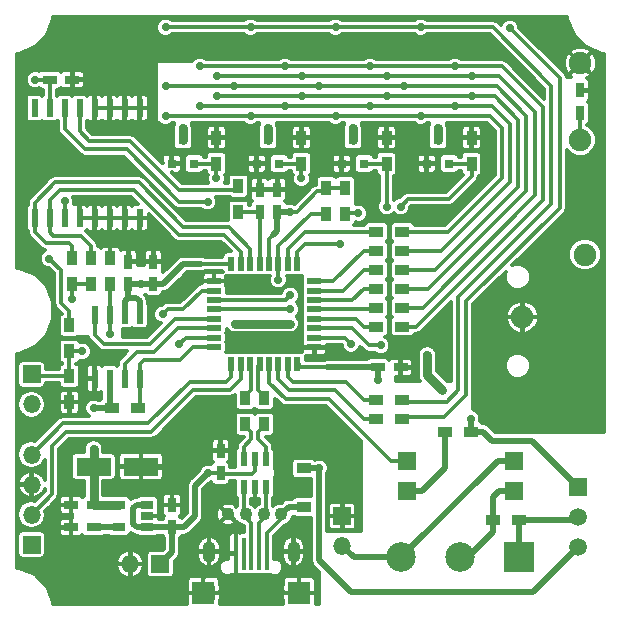
<source format=gbr>
G04 #@! TF.FileFunction,Copper,L2,Bot,Signal*
%FSLAX46Y46*%
G04 Gerber Fmt 4.6, Leading zero omitted, Abs format (unit mm)*
G04 Created by KiCad (PCBNEW 4.0.2-stable) date 24.08.2018 1:20:05*
%MOMM*%
G01*
G04 APERTURE LIST*
%ADD10C,0.100000*%
%ADD11R,1.900000X1.900000*%
%ADD12R,1.200000X0.750000*%
%ADD13R,0.750000X1.200000*%
%ADD14R,3.000000X1.500000*%
%ADD15R,1.100000X0.700000*%
%ADD16R,0.600000X1.500000*%
%ADD17R,0.600000X1.200000*%
%ADD18R,1.200000X0.600000*%
%ADD19R,0.600000X1.550000*%
%ADD20R,1.500000X1.500000*%
%ADD21R,1.200000X0.900000*%
%ADD22R,0.900000X1.200000*%
%ADD23C,1.900000*%
%ADD24R,1.220000X0.910000*%
%ADD25R,0.800000X0.800000*%
%ADD26C,2.500000*%
%ADD27R,2.500000X2.500000*%
%ADD28O,1.500000X1.500000*%
%ADD29C,1.500000*%
%ADD30O,1.100000X1.800000*%
%ADD31R,0.400000X2.700000*%
%ADD32C,1.100000*%
%ADD33C,0.700000*%
%ADD34C,0.500000*%
%ADD35C,0.750000*%
%ADD36C,0.300000*%
G04 APERTURE END LIST*
D10*
D11*
X124450000Y-98500000D03*
D12*
X103350000Y-55050000D03*
X105250000Y-55050000D03*
D13*
X121100000Y-66250000D03*
X121100000Y-64350000D03*
X113700000Y-92950000D03*
X113700000Y-91050000D03*
D12*
X107050000Y-92950000D03*
X105150000Y-92950000D03*
X107050000Y-91050000D03*
X105150000Y-91050000D03*
D13*
X112100000Y-72350000D03*
X112100000Y-70450000D03*
X122600000Y-66250000D03*
X122600000Y-64350000D03*
D12*
X131150000Y-79400000D03*
X133050000Y-79400000D03*
D14*
X111048980Y-87800000D03*
X107051020Y-87800000D03*
D13*
X110000000Y-72350000D03*
X110000000Y-70450000D03*
X117800000Y-88350000D03*
X117800000Y-86450000D03*
X148250000Y-57850000D03*
X148250000Y-55950000D03*
D15*
X111600000Y-91050000D03*
X111600000Y-92000000D03*
X111600000Y-92950000D03*
X109200000Y-92950000D03*
X109200000Y-91050000D03*
D16*
X102065000Y-57450000D03*
X103335000Y-57450000D03*
X104605000Y-57450000D03*
X105875000Y-57450000D03*
X107145000Y-57450000D03*
X108415000Y-57450000D03*
X109685000Y-57450000D03*
X110955000Y-57450000D03*
X110955000Y-66750000D03*
X109685000Y-66750000D03*
X108415000Y-66750000D03*
X107145000Y-66750000D03*
X105875000Y-66750000D03*
X104605000Y-66750000D03*
X103335000Y-66750000D03*
X102065000Y-66750000D03*
D17*
X118700000Y-70650000D03*
X119500000Y-70650000D03*
X120300000Y-70650000D03*
X121100000Y-70650000D03*
X121900000Y-70650000D03*
X122700000Y-70650000D03*
X123500000Y-70650000D03*
X124300000Y-70650000D03*
D18*
X125750000Y-72100000D03*
X125750000Y-72900000D03*
X125750000Y-73700000D03*
X125750000Y-74500000D03*
X125750000Y-75300000D03*
X125750000Y-76100000D03*
X125750000Y-76900000D03*
X125750000Y-77700000D03*
D17*
X124300000Y-79150000D03*
X123500000Y-79150000D03*
X122700000Y-79150000D03*
X121900000Y-79150000D03*
X121100000Y-79150000D03*
X120300000Y-79150000D03*
X119500000Y-79150000D03*
X118700000Y-79150000D03*
D18*
X117250000Y-77700000D03*
X117250000Y-76900000D03*
X117250000Y-76100000D03*
X117250000Y-75300000D03*
X117250000Y-74500000D03*
X117250000Y-73700000D03*
X117250000Y-72900000D03*
X117250000Y-72100000D03*
D19*
X110955000Y-80350000D03*
X109685000Y-80350000D03*
X108415000Y-80350000D03*
X107145000Y-80350000D03*
X107145000Y-74950000D03*
X108415000Y-74950000D03*
X109685000Y-74950000D03*
X110955000Y-74950000D03*
D20*
X142600000Y-89870000D03*
X142600000Y-87330000D03*
X133600000Y-89870000D03*
X133600000Y-87330000D03*
D21*
X139000000Y-84850000D03*
X136800000Y-84850000D03*
X140900000Y-92350000D03*
X143100000Y-92350000D03*
D22*
X119300000Y-66250000D03*
X119300000Y-64050000D03*
X106850000Y-72350000D03*
X106850000Y-70150000D03*
X105250000Y-72350000D03*
X105250000Y-70150000D03*
X105000000Y-78050000D03*
X105000000Y-75850000D03*
X105000000Y-80150000D03*
X105000000Y-82350000D03*
X117450000Y-59950000D03*
X117450000Y-62150000D03*
X124650000Y-59950000D03*
X124650000Y-62150000D03*
X131850000Y-59950000D03*
X131850000Y-62150000D03*
X139050000Y-59950000D03*
X139050000Y-62150000D03*
D21*
X110800000Y-82850000D03*
X108600000Y-82850000D03*
D22*
X108450000Y-70150000D03*
X108450000Y-72350000D03*
X126750000Y-66400000D03*
X126750000Y-64200000D03*
D21*
X131000000Y-67950000D03*
X133200000Y-67950000D03*
X131000000Y-71150000D03*
X133200000Y-71150000D03*
X131000000Y-74350000D03*
X133200000Y-74350000D03*
X131000000Y-82150000D03*
X133200000Y-82150000D03*
X131000000Y-69550000D03*
X133200000Y-69550000D03*
X131000000Y-72750000D03*
X133200000Y-72750000D03*
X131000000Y-75950000D03*
X133200000Y-75950000D03*
X131000000Y-83750000D03*
X133200000Y-83750000D03*
D22*
X121500000Y-82000000D03*
X121500000Y-84200000D03*
X119900000Y-82000000D03*
X119900000Y-84200000D03*
X128350000Y-66400000D03*
X128350000Y-64200000D03*
D23*
X148250000Y-53650000D03*
X148250000Y-60150000D03*
D17*
X121650000Y-89500000D03*
X120700000Y-89500000D03*
X119750000Y-89500000D03*
X121650000Y-87200000D03*
X120700000Y-87200000D03*
X119750000Y-87200000D03*
D24*
X124850000Y-87965000D03*
X124850000Y-91235000D03*
D25*
X115550000Y-62150000D03*
X113650000Y-62150000D03*
X114600000Y-60150000D03*
X122750000Y-62150000D03*
X120850000Y-62150000D03*
X121800000Y-60150000D03*
X129950000Y-62150000D03*
X128050000Y-62150000D03*
X129000000Y-60150000D03*
X137150000Y-62150000D03*
X135250000Y-62150000D03*
X136200000Y-60150000D03*
D23*
X148653301Y-69846699D03*
X143350000Y-75150000D03*
D26*
X133100000Y-95500000D03*
X138100000Y-95500000D03*
D27*
X143100000Y-95500000D03*
D20*
X128100000Y-92000000D03*
D28*
X128100000Y-94540000D03*
D20*
X148100000Y-89500000D03*
D29*
X148100000Y-92040000D03*
X148100000Y-94580000D03*
D20*
X112700000Y-96050000D03*
D28*
X110160000Y-96050000D03*
D20*
X101800000Y-80000000D03*
D28*
X101800000Y-82540000D03*
D20*
X101800000Y-94400000D03*
D28*
X101800000Y-91860000D03*
X101800000Y-89320000D03*
X101800000Y-86780000D03*
D30*
X116825000Y-95010000D03*
X123975000Y-95010000D03*
X116825000Y-98480000D03*
D31*
X121700000Y-95170000D03*
X121050000Y-95170000D03*
X119100000Y-95170000D03*
X119750000Y-95170000D03*
X120400000Y-95170000D03*
D30*
X123975000Y-98480000D03*
D11*
X116350000Y-98500000D03*
D32*
X122950000Y-91850000D03*
X121450000Y-91850000D03*
X119950000Y-91850000D03*
X118450000Y-91850000D03*
D33*
X139000000Y-83750000D03*
X135300000Y-78350000D03*
X136550000Y-81300000D03*
X123700000Y-66250000D03*
X119000000Y-75700000D03*
X123700000Y-75700000D03*
X131150000Y-80450000D03*
X111050000Y-72350000D03*
X102100000Y-55050000D03*
X105250000Y-73600000D03*
X107050000Y-82850000D03*
X107050000Y-86300000D03*
X140000000Y-82500000D03*
X140000000Y-78000000D03*
X140000000Y-74000000D03*
X137000000Y-74600000D03*
X133050000Y-78350000D03*
X135300000Y-76700000D03*
X137000000Y-80100000D03*
X146750000Y-50200000D03*
X143800000Y-50200000D03*
X146200000Y-53050000D03*
X149600000Y-55950000D03*
X141400000Y-52750000D03*
X143300000Y-54350000D03*
X144900000Y-55950000D03*
X108400000Y-65350000D03*
X142950000Y-80950000D03*
X145900000Y-71600000D03*
X148500000Y-74000000D03*
X148500000Y-79000000D03*
X148500000Y-84000000D03*
X145450000Y-84600000D03*
X123400000Y-89650000D03*
X124000000Y-85900000D03*
X124000000Y-83600000D03*
X126700000Y-83600000D03*
X128100000Y-85000000D03*
X128100000Y-88000000D03*
X106000000Y-96000000D03*
X105150000Y-94100000D03*
X104000000Y-98500000D03*
X108000000Y-98500000D03*
X112000000Y-98450000D03*
X113700000Y-89800000D03*
X114500000Y-87900000D03*
X113500000Y-85300000D03*
X115800000Y-83000000D03*
X117800000Y-83000000D03*
X117800000Y-85200000D03*
X111000000Y-86000000D03*
X101850000Y-84650000D03*
X115000000Y-72100000D03*
X110300000Y-76550000D03*
X109050000Y-78350000D03*
X107150000Y-78900000D03*
X148500000Y-66500000D03*
X148500000Y-63000000D03*
X136950000Y-66350000D03*
X135200000Y-66350000D03*
X140500000Y-59950000D03*
X130750000Y-66350000D03*
X105500000Y-53000000D03*
X102000000Y-53000000D03*
X111500000Y-55000000D03*
X108500000Y-55000000D03*
X108500000Y-50500000D03*
X104500000Y-50500000D03*
X114650000Y-63500000D03*
X116000000Y-66550000D03*
X109700000Y-65350000D03*
X102450000Y-63400000D03*
X103400000Y-60450000D03*
X107150000Y-62500000D03*
X109700000Y-62500000D03*
X112100000Y-68550000D03*
X116800000Y-69300000D03*
X110350000Y-59150000D03*
X108400000Y-59150000D03*
X127650000Y-78350000D03*
X135250000Y-63300000D03*
X119000000Y-77300000D03*
X121550000Y-77300000D03*
X119900000Y-72200000D03*
X121300000Y-72200000D03*
X108450000Y-68550000D03*
X107150000Y-65350000D03*
X120700000Y-90750000D03*
X116750000Y-88350000D03*
X126150000Y-87950000D03*
X127950000Y-68950000D03*
X129450000Y-66350000D03*
X122700000Y-72000000D03*
X116700000Y-65400000D03*
X104600000Y-65350000D03*
X133050000Y-65800000D03*
X131350000Y-77550000D03*
X131850000Y-65800000D03*
X128850000Y-77450000D03*
X108450000Y-76550000D03*
X114300000Y-77450000D03*
X124650000Y-63400000D03*
X123700000Y-74500000D03*
X123700000Y-73300000D03*
X117450000Y-63400000D03*
X112900000Y-74900000D03*
X106100000Y-78050000D03*
X113150000Y-55600000D03*
X133350000Y-55600000D03*
X126100000Y-55600000D03*
X118900000Y-55600000D03*
X113150000Y-58150000D03*
X134750000Y-58150000D03*
X127550000Y-58150000D03*
X120350000Y-58150000D03*
X114600000Y-59100000D03*
X137650000Y-57300000D03*
X130450000Y-57300000D03*
X116050000Y-57300000D03*
X123250000Y-57300000D03*
X131900000Y-56450000D03*
X139100000Y-56450000D03*
X117500000Y-56450000D03*
X124700000Y-56450000D03*
X117500000Y-54750000D03*
X124700000Y-54750000D03*
X131900000Y-54750000D03*
X139100000Y-54750000D03*
X123250000Y-53900000D03*
X116050000Y-53900000D03*
X130450000Y-53900000D03*
X137650000Y-53900000D03*
X134750000Y-50600000D03*
X127550000Y-50600000D03*
X113150000Y-50600000D03*
X120350000Y-50600000D03*
X142300000Y-50700000D03*
X103300000Y-70200000D03*
X121800000Y-59100000D03*
X129000000Y-59100000D03*
X136200000Y-59100000D03*
D34*
X139000000Y-84850000D02*
X140050000Y-84850000D01*
X140050000Y-84850000D02*
X140800000Y-85600000D01*
X140800000Y-85600000D02*
X144200000Y-85600000D01*
X144200000Y-85600000D02*
X148100000Y-89500000D01*
X148100000Y-89500000D02*
X148100000Y-89500000D01*
X139000000Y-84850000D02*
X139000000Y-83750000D01*
D35*
X135300000Y-78350000D02*
X135300000Y-80050000D01*
X135300000Y-80050000D02*
X136550000Y-81300000D01*
X123700000Y-75700000D02*
X119000000Y-75700000D01*
D34*
X131150000Y-80450000D02*
X131150000Y-79400000D01*
X131150000Y-79400000D02*
X126800000Y-79400000D01*
D36*
X124450000Y-79400000D02*
X126800000Y-79400000D01*
X124450000Y-79400000D02*
X124450000Y-79150000D01*
X124300000Y-79150000D02*
X124450000Y-79150000D01*
X124250000Y-66250000D02*
X126000000Y-64500000D01*
X126750000Y-64500000D02*
X126000000Y-64500000D01*
X124250000Y-66250000D02*
X123700000Y-66250000D01*
X126750000Y-64500000D02*
X126750000Y-64200000D01*
X126500000Y-64450000D02*
X126750000Y-64200000D01*
X118700000Y-70650000D02*
X116150000Y-70650000D01*
D34*
X112950000Y-72350000D02*
X114650000Y-70650000D01*
X114650000Y-70650000D02*
X116150000Y-70650000D01*
X112950000Y-72350000D02*
X112100000Y-72350000D01*
X111050000Y-72350000D02*
X112100000Y-72350000D01*
X111050000Y-72350000D02*
X110000000Y-72350000D01*
X110955000Y-74950000D02*
X110955000Y-73805000D01*
X110650000Y-73500000D02*
X110000000Y-73500000D01*
X110955000Y-73805000D02*
X110650000Y-73500000D01*
X109685000Y-73815000D02*
X110000000Y-73500000D01*
X109685000Y-74950000D02*
X109685000Y-73815000D01*
X110000000Y-72350000D02*
X110000000Y-73500000D01*
X110000000Y-72550000D02*
X110000000Y-72350000D01*
D36*
X102100000Y-55050000D02*
X103350000Y-55050000D01*
X105250000Y-72350000D02*
X105250000Y-73600000D01*
X103350000Y-55050000D02*
X103300000Y-55000000D01*
X103350000Y-55050000D02*
X103335000Y-55065000D01*
X103335000Y-55065000D02*
X103335000Y-57450000D01*
D34*
X108600000Y-82850000D02*
X107050000Y-82850000D01*
D35*
X107051020Y-86301020D02*
X107050000Y-86300000D01*
X107051020Y-86301020D02*
X107051020Y-87800000D01*
D36*
X105250000Y-72350000D02*
X106850000Y-72350000D01*
D34*
X110950000Y-74945000D02*
X110955000Y-74950000D01*
X126750000Y-64200000D02*
X126550000Y-64400000D01*
X123700000Y-66250000D02*
X122600000Y-66250000D01*
X122600000Y-66250000D02*
X122600000Y-67850000D01*
X122600000Y-67850000D02*
X122250000Y-68200000D01*
D36*
X121900000Y-68550000D02*
X122250000Y-68200000D01*
X122250000Y-68200000D02*
X122600000Y-67850000D01*
X121900000Y-68550000D02*
X121900000Y-70650000D01*
X126750000Y-64200000D02*
X128350000Y-64200000D01*
D34*
X108415000Y-80350000D02*
X108415000Y-82665000D01*
D36*
X108415000Y-82665000D02*
X108600000Y-82850000D01*
D35*
X107050000Y-91050000D02*
X107050000Y-87801020D01*
X107050000Y-87801020D02*
X107051020Y-87800000D01*
X109200000Y-91050000D02*
X107050000Y-91050000D01*
D36*
X140000000Y-74000000D02*
X140000000Y-78000000D01*
X137000000Y-80100000D02*
X137000000Y-74600000D01*
X135300000Y-76300000D02*
X137000000Y-74600000D01*
X133050000Y-78350000D02*
X133500000Y-78350000D01*
X133050000Y-78350000D02*
X133050000Y-79400000D01*
X135200000Y-76700000D02*
X135300000Y-76700000D01*
X133500000Y-78350000D02*
X135200000Y-76700000D01*
X135300000Y-76700000D02*
X135300000Y-76300000D01*
X148250000Y-53650000D02*
X147200000Y-52600000D01*
X143800000Y-50200000D02*
X146750000Y-50200000D01*
X146650000Y-52600000D02*
X146200000Y-53050000D01*
X147200000Y-52600000D02*
X146650000Y-52600000D01*
X148250000Y-55950000D02*
X149600000Y-55950000D01*
X144900000Y-55950000D02*
X143300000Y-54350000D01*
X108415000Y-66750000D02*
X108415000Y-65365000D01*
X108415000Y-65365000D02*
X108400000Y-65350000D01*
X148500000Y-84000000D02*
X146050000Y-84000000D01*
X145900000Y-71600000D02*
X148300000Y-74000000D01*
X148300000Y-74000000D02*
X148500000Y-74000000D01*
X148500000Y-79000000D02*
X148500000Y-84000000D01*
X146050000Y-84000000D02*
X145450000Y-84600000D01*
X124000000Y-85900000D02*
X123200000Y-86700000D01*
X123200000Y-89450000D02*
X123400000Y-89650000D01*
X123200000Y-86700000D02*
X123200000Y-89450000D01*
X124000000Y-85900000D02*
X124000000Y-85850000D01*
X126700000Y-83600000D02*
X124000000Y-83600000D01*
X128100000Y-88000000D02*
X128100000Y-85000000D01*
X105150000Y-92950000D02*
X105150000Y-94100000D01*
X108050000Y-98450000D02*
X108000000Y-98500000D01*
X112000000Y-98450000D02*
X108050000Y-98450000D01*
X113700000Y-91050000D02*
X113700000Y-89800000D01*
X111048980Y-87800000D02*
X111148980Y-87900000D01*
X111148980Y-87900000D02*
X114500000Y-87900000D01*
X117800000Y-86450000D02*
X117800000Y-85200000D01*
X117800000Y-83000000D02*
X115800000Y-83000000D01*
X111048980Y-87800000D02*
X111048980Y-86048980D01*
X111048980Y-86048980D02*
X111000000Y-86000000D01*
X105000000Y-82350000D02*
X104000000Y-82350000D01*
X103350000Y-83150000D02*
X101850000Y-84650000D01*
X103350000Y-83000000D02*
X103350000Y-83150000D01*
X104000000Y-82350000D02*
X103350000Y-83000000D01*
X115000000Y-72100000D02*
X113500000Y-73600000D01*
X117250000Y-72100000D02*
X115000000Y-72100000D01*
X111450000Y-76550000D02*
X110300000Y-76550000D01*
X111900000Y-76100000D02*
X111450000Y-76550000D01*
X111900000Y-74250000D02*
X111900000Y-76100000D01*
X112550000Y-73600000D02*
X111900000Y-74250000D01*
X113500000Y-73600000D02*
X112550000Y-73600000D01*
X107150000Y-80345000D02*
X107150000Y-78900000D01*
X148500000Y-63000000D02*
X148500000Y-66500000D01*
X135200000Y-66350000D02*
X134750000Y-66800000D01*
X140500000Y-63050000D02*
X136950000Y-66350000D01*
X139050000Y-59950000D02*
X140500000Y-59950000D01*
X140500000Y-59950000D02*
X140500000Y-63050000D01*
X131050000Y-66800000D02*
X130750000Y-66350000D01*
X131100000Y-66800000D02*
X131050000Y-66800000D01*
X134750000Y-66800000D02*
X131100000Y-66800000D01*
X105250000Y-53400000D02*
X104850000Y-53000000D01*
X104850000Y-53000000D02*
X102000000Y-53000000D01*
X105250000Y-55050000D02*
X105250000Y-53400000D01*
X108500000Y-55000000D02*
X111500000Y-55000000D01*
X104500000Y-50500000D02*
X108500000Y-50500000D01*
X114550000Y-62150000D02*
X114550000Y-63200000D01*
X114550000Y-63200000D02*
X114650000Y-63300000D01*
X114650000Y-63300000D02*
X114650000Y-63500000D01*
X113650000Y-62150000D02*
X114550000Y-62150000D01*
X109685000Y-65365000D02*
X109700000Y-65350000D01*
X109685000Y-66750000D02*
X109685000Y-65365000D01*
X102450000Y-61400000D02*
X102450000Y-63400000D01*
X103400000Y-60450000D02*
X102450000Y-61400000D01*
X109700000Y-62500000D02*
X107150000Y-62500000D01*
X110955000Y-67955000D02*
X111550000Y-68550000D01*
X111550000Y-68550000D02*
X112100000Y-68550000D01*
X110955000Y-66750000D02*
X110955000Y-67955000D01*
X110955000Y-57450000D02*
X110955000Y-59195000D01*
X110910000Y-59150000D02*
X110350000Y-59150000D01*
X110955000Y-59195000D02*
X110910000Y-59150000D01*
X108415000Y-57450000D02*
X108415000Y-59135000D01*
D34*
X108415000Y-59135000D02*
X108400000Y-59150000D01*
D36*
X119100000Y-95170000D02*
X119080000Y-95150000D01*
X119080000Y-95150000D02*
X118200000Y-95150000D01*
X119100000Y-95170000D02*
X119100000Y-97400000D01*
X119100000Y-95170000D02*
X119100000Y-93000000D01*
X124450000Y-98500000D02*
X124450000Y-96900000D01*
X116825000Y-98480000D02*
X116350000Y-98005000D01*
X116350000Y-98005000D02*
X116350000Y-96850000D01*
X116825000Y-98480000D02*
X116370000Y-98480000D01*
X116370000Y-98480000D02*
X116350000Y-98500000D01*
X116350000Y-98500000D02*
X116825000Y-98480000D01*
X125750000Y-77700000D02*
X127050000Y-77700000D01*
X127650000Y-78300000D02*
X127650000Y-78350000D01*
X127050000Y-77700000D02*
X127650000Y-78300000D01*
X135250000Y-62150000D02*
X135250000Y-63300000D01*
X125750000Y-77700000D02*
X121950000Y-77700000D01*
X121950000Y-77700000D02*
X121550000Y-77300000D01*
X119800000Y-72100000D02*
X119900000Y-72200000D01*
X119800000Y-72100000D02*
X117250000Y-72100000D01*
X108415000Y-66750000D02*
X108450000Y-66785000D01*
X108450000Y-66785000D02*
X108450000Y-68550000D01*
X107145000Y-80350000D02*
X107150000Y-80345000D01*
X107145000Y-66750000D02*
X107145000Y-65355000D01*
X107145000Y-65355000D02*
X107150000Y-65350000D01*
X120700000Y-89500000D02*
X120700000Y-90750000D01*
X119300000Y-66250000D02*
X121100000Y-66250000D01*
X121100000Y-70650000D02*
X121100000Y-66250000D01*
D34*
X124850000Y-87965000D02*
X124865000Y-87950000D01*
X124865000Y-87950000D02*
X126150000Y-87950000D01*
X126150000Y-95750000D02*
X126150000Y-87950000D01*
X128850000Y-98450000D02*
X126150000Y-95750000D01*
X148100000Y-94580000D02*
X144230000Y-98450000D01*
X144230000Y-98450000D02*
X128850000Y-98450000D01*
D36*
X117800000Y-88400000D02*
X120450000Y-88400000D01*
X120700000Y-88150000D02*
X120700000Y-87200000D01*
X120450000Y-88400000D02*
X120700000Y-88150000D01*
D34*
X115650000Y-92000000D02*
X115650000Y-89450000D01*
X115650000Y-89450000D02*
X116750000Y-88350000D01*
X114700000Y-92950000D02*
X113700000Y-92950000D01*
X115650000Y-92000000D02*
X114700000Y-92950000D01*
D36*
X117800000Y-88350000D02*
X116750000Y-88350000D01*
X117800000Y-88350000D02*
X117800000Y-88600000D01*
D34*
X111600000Y-92950000D02*
X110700000Y-92950000D01*
X110700000Y-91050000D02*
X111600000Y-91050000D01*
X110400000Y-91350000D02*
X110700000Y-91050000D01*
X110400000Y-92650000D02*
X110400000Y-91350000D01*
X110700000Y-92950000D02*
X110400000Y-92650000D01*
X113700000Y-92950000D02*
X113700000Y-95050000D01*
X113700000Y-95050000D02*
X112700000Y-96050000D01*
X111600000Y-92950000D02*
X113700000Y-92950000D01*
X107050000Y-92950000D02*
X109200000Y-92950000D01*
D36*
X124950000Y-68950000D02*
X127950000Y-68950000D01*
X124300000Y-69600000D02*
X124950000Y-68950000D01*
X124300000Y-70650000D02*
X124300000Y-69600000D01*
X129450000Y-66350000D02*
X128350000Y-66350000D01*
X148250000Y-60150000D02*
X148250000Y-57850000D01*
X122700000Y-72000000D02*
X122700000Y-70650000D01*
X106350000Y-60950000D02*
X109850000Y-60950000D01*
X104605000Y-59205000D02*
X106350000Y-60950000D01*
X104605000Y-57450000D02*
X104605000Y-59205000D01*
X114300000Y-65400000D02*
X116700000Y-65400000D01*
X109850000Y-60950000D02*
X114300000Y-65400000D01*
X122700000Y-70650000D02*
X122700000Y-69150000D01*
X122700000Y-69150000D02*
X125450000Y-66400000D01*
X125450000Y-66400000D02*
X126750000Y-66400000D01*
X105875000Y-57450000D02*
X105875000Y-59425000D01*
X114300000Y-64400000D02*
X119300000Y-64400000D01*
X110150000Y-60250000D02*
X114300000Y-64400000D01*
X106700000Y-60250000D02*
X110150000Y-60250000D01*
X105875000Y-59425000D02*
X106700000Y-60250000D01*
X119300000Y-64400000D02*
X119300000Y-64050000D01*
X104605000Y-66750000D02*
X104605000Y-65355000D01*
X104605000Y-65355000D02*
X104600000Y-65350000D01*
X105950000Y-68250000D02*
X106850000Y-69150000D01*
X105950000Y-68250000D02*
X103650000Y-68250000D01*
X106850000Y-70150000D02*
X106850000Y-69150000D01*
X103335000Y-67935000D02*
X103335000Y-66750000D01*
X103650000Y-68250000D02*
X103335000Y-67935000D01*
X103335000Y-66750000D02*
X103335000Y-65265000D01*
X119500000Y-69600000D02*
X119500000Y-70650000D01*
X118100000Y-68200000D02*
X119500000Y-69600000D01*
X114300000Y-68200000D02*
X118100000Y-68200000D01*
X110500000Y-64400000D02*
X114300000Y-68200000D01*
X104200000Y-64400000D02*
X110500000Y-64400000D01*
X103335000Y-65265000D02*
X104200000Y-64400000D01*
X105000000Y-68900000D02*
X103050000Y-68900000D01*
X105250000Y-70150000D02*
X105250000Y-69150000D01*
X105000000Y-68900000D02*
X105250000Y-69150000D01*
X102065000Y-67915000D02*
X102065000Y-66750000D01*
X103050000Y-68900000D02*
X102065000Y-67915000D01*
X102065000Y-66750000D02*
X102065000Y-65485000D01*
X120300000Y-69350000D02*
X120300000Y-70650000D01*
X118500000Y-67550000D02*
X120300000Y-69350000D01*
X114650000Y-67550000D02*
X118500000Y-67550000D01*
X110850000Y-63750000D02*
X114650000Y-67550000D01*
X103800000Y-63750000D02*
X110850000Y-63750000D01*
X102065000Y-65485000D02*
X103800000Y-63750000D01*
X123500000Y-69401470D02*
X124951470Y-67950000D01*
X123500000Y-70650000D02*
X123500000Y-69401470D01*
X124951470Y-67950000D02*
X131000000Y-67950000D01*
X125750000Y-72100000D02*
X127350000Y-72100000D01*
X129900000Y-69550000D02*
X131000000Y-69550000D01*
X127350000Y-72100000D02*
X129900000Y-69550000D01*
X125750000Y-72900000D02*
X128150000Y-72900000D01*
X129900000Y-71150000D02*
X131000000Y-71150000D01*
X128150000Y-72900000D02*
X129900000Y-71150000D01*
X125750000Y-73700000D02*
X128950000Y-73700000D01*
X129900000Y-72750000D02*
X131000000Y-72750000D01*
X128950000Y-73700000D02*
X129900000Y-72750000D01*
X125750000Y-74500000D02*
X130850000Y-74500000D01*
X130850000Y-74500000D02*
X131000000Y-74350000D01*
X125750000Y-75300000D02*
X129250000Y-75300000D01*
X129900000Y-75950000D02*
X131000000Y-75950000D01*
X129250000Y-75300000D02*
X129900000Y-75950000D01*
X133050000Y-65800000D02*
X133700000Y-65150000D01*
X137100000Y-65150000D02*
X139050000Y-63200000D01*
X139050000Y-63200000D02*
X139050000Y-62150000D01*
X133700000Y-65150000D02*
X137100000Y-65150000D01*
X128900000Y-76100000D02*
X130350000Y-77550000D01*
X130350000Y-77550000D02*
X131350000Y-77550000D01*
X125750000Y-76100000D02*
X128900000Y-76100000D01*
X137150000Y-62150000D02*
X139050000Y-62150000D01*
X125750000Y-76900000D02*
X128300000Y-76900000D01*
X128300000Y-76900000D02*
X128850000Y-77450000D01*
X131850000Y-65800000D02*
X131850000Y-62150000D01*
X128850000Y-77450000D02*
X128850000Y-77450000D01*
X129950000Y-62150000D02*
X131850000Y-62150000D01*
X131000000Y-82150000D02*
X129950000Y-82150000D01*
X123500000Y-80200000D02*
X123900000Y-80600000D01*
X123500000Y-79150000D02*
X123500000Y-80200000D01*
X128400000Y-80600000D02*
X129950000Y-82150000D01*
X123900000Y-80600000D02*
X128400000Y-80600000D01*
X131000000Y-83750000D02*
X129950000Y-83750000D01*
X122700000Y-80400000D02*
X123600000Y-81300000D01*
X122700000Y-79150000D02*
X122700000Y-80400000D01*
X127500000Y-81300000D02*
X129950000Y-83750000D01*
X123600000Y-81300000D02*
X127500000Y-81300000D01*
X121900000Y-80700000D02*
X123300000Y-82100000D01*
X121900000Y-79150000D02*
X121900000Y-80700000D01*
X132230000Y-87330000D02*
X133600000Y-87330000D01*
X127000000Y-82100000D02*
X132230000Y-87330000D01*
X123300000Y-82100000D02*
X127000000Y-82100000D01*
X121500000Y-82000000D02*
X121500000Y-81850000D01*
X121500000Y-81850000D02*
X121000000Y-81350000D01*
X121000000Y-81350000D02*
X121000000Y-79250000D01*
X121000000Y-79250000D02*
X121100000Y-79150000D01*
X119900000Y-81850000D02*
X120400000Y-81350000D01*
X120400000Y-81350000D02*
X120400000Y-79250000D01*
X119900000Y-82000000D02*
X119900000Y-81850000D01*
X120400000Y-79250000D02*
X120300000Y-79150000D01*
X119500000Y-79150000D02*
X119500000Y-80400000D01*
X103500000Y-90160000D02*
X101800000Y-91860000D01*
X103500000Y-86100000D02*
X103500000Y-90160000D01*
X104750000Y-84850000D02*
X103500000Y-86100000D01*
X111950000Y-84850000D02*
X104750000Y-84850000D01*
X115500000Y-81300000D02*
X111950000Y-84850000D01*
X118600000Y-81300000D02*
X115500000Y-81300000D01*
X119500000Y-80400000D02*
X118600000Y-81300000D01*
X118700000Y-79150000D02*
X118700000Y-80200000D01*
X104430000Y-84150000D02*
X101800000Y-86780000D01*
X111650000Y-84150000D02*
X104430000Y-84150000D01*
X115200000Y-80600000D02*
X111650000Y-84150000D01*
X118300000Y-80600000D02*
X115200000Y-80600000D01*
X118700000Y-80200000D02*
X118300000Y-80600000D01*
X110955000Y-80350000D02*
X110955000Y-82695000D01*
X110955000Y-82695000D02*
X110800000Y-82850000D01*
X117250000Y-77700000D02*
X115450000Y-77700000D01*
X115450000Y-77700000D02*
X114400000Y-78750000D01*
X114400000Y-78750000D02*
X111350000Y-78750000D01*
X111350000Y-78750000D02*
X110955000Y-79145000D01*
X110955000Y-79145000D02*
X110955000Y-80350000D01*
X108415000Y-74950000D02*
X108415000Y-72385000D01*
X108415000Y-72385000D02*
X108450000Y-72350000D01*
X108415000Y-74950000D02*
X108415000Y-76515000D01*
X108415000Y-76515000D02*
X108450000Y-76550000D01*
X117250000Y-76900000D02*
X114850000Y-76900000D01*
X114850000Y-76900000D02*
X114300000Y-77450000D01*
X114300000Y-77450000D02*
X114300000Y-77450000D01*
X112200000Y-78100000D02*
X110700000Y-78100000D01*
X110700000Y-78100000D02*
X109685000Y-79115000D01*
X109685000Y-79115000D02*
X109685000Y-80350000D01*
X117250000Y-76100000D02*
X114200000Y-76100000D01*
X112200000Y-78100000D02*
X114200000Y-76100000D01*
X107900000Y-77450000D02*
X111800000Y-77450000D01*
X117250000Y-75300000D02*
X113950000Y-75300000D01*
X111800000Y-77450000D02*
X113950000Y-75300000D01*
X107145000Y-76695000D02*
X107900000Y-77450000D01*
X107145000Y-76695000D02*
X107145000Y-74950000D01*
X124650000Y-63400000D02*
X124650000Y-62150000D01*
X122750000Y-62150000D02*
X124650000Y-62150000D01*
X123700000Y-74500000D02*
X117250000Y-74500000D01*
X115550000Y-62150000D02*
X117450000Y-62150000D01*
X123700000Y-73300000D02*
X123300000Y-73700000D01*
X117450000Y-62150000D02*
X117450000Y-63400000D01*
X123300000Y-73700000D02*
X117250000Y-73700000D01*
X117250000Y-72900000D02*
X116200000Y-72900000D01*
X106100000Y-78050000D02*
X105000000Y-78050000D01*
X113350000Y-74450000D02*
X112900000Y-74900000D01*
X114650000Y-74450000D02*
X113350000Y-74450000D01*
X116200000Y-72900000D02*
X114650000Y-74450000D01*
X105000000Y-80150000D02*
X105000000Y-78050000D01*
X105000000Y-80150000D02*
X101950000Y-80150000D01*
X101950000Y-80150000D02*
X101800000Y-80000000D01*
D34*
X140900000Y-90350000D02*
X141380000Y-89870000D01*
X140900000Y-92350000D02*
X140900000Y-90350000D01*
X141380000Y-89870000D02*
X142600000Y-89870000D01*
X140900000Y-92350000D02*
X140900000Y-93300000D01*
X140900000Y-93300000D02*
X139050000Y-95150000D01*
X139100000Y-95500000D02*
X138100000Y-95500000D01*
X133100000Y-95500000D02*
X141270000Y-87330000D01*
X141270000Y-87330000D02*
X142600000Y-87330000D01*
X133100000Y-95500000D02*
X129060000Y-95500000D01*
X129060000Y-95500000D02*
X128100000Y-94540000D01*
X133600000Y-89870000D02*
X134830000Y-89870000D01*
X136800000Y-87900000D02*
X136800000Y-84850000D01*
X134830000Y-89870000D02*
X136800000Y-87900000D01*
D36*
X113150000Y-55600000D02*
X118900000Y-55600000D01*
X143700000Y-64450000D02*
X143700000Y-58100000D01*
X135400000Y-72750000D02*
X143700000Y-64450000D01*
X133200000Y-72750000D02*
X135400000Y-72750000D01*
X141200000Y-55600000D02*
X133350000Y-55600000D01*
X143700000Y-58100000D02*
X141200000Y-55600000D01*
X133350000Y-72750000D02*
X133200000Y-72750000D01*
X133350000Y-55600000D02*
X126100000Y-55600000D01*
X126100000Y-55600000D02*
X118900000Y-55600000D01*
X141600000Y-59150000D02*
X141600000Y-63400000D01*
X137050000Y-67950000D02*
X141600000Y-63400000D01*
X133200000Y-67950000D02*
X137050000Y-67950000D01*
X140600000Y-58150000D02*
X141600000Y-59150000D01*
X140600000Y-58150000D02*
X134750000Y-58150000D01*
X120350000Y-58150000D02*
X113150000Y-58150000D01*
X120350000Y-58150000D02*
X127550000Y-58150000D01*
X127550000Y-58150000D02*
X134750000Y-58150000D01*
D35*
X114600000Y-60150000D02*
X114600000Y-59100000D01*
D36*
X137650000Y-57300000D02*
X140800000Y-57300000D01*
X136500000Y-69550000D02*
X142300000Y-63750000D01*
X136500000Y-69550000D02*
X133200000Y-69550000D01*
X142300000Y-58800000D02*
X142300000Y-63750000D01*
X140800000Y-57300000D02*
X142300000Y-58800000D01*
X123250000Y-57300000D02*
X130450000Y-57300000D01*
X130450000Y-57300000D02*
X137650000Y-57300000D01*
X116050000Y-57300000D02*
X123250000Y-57300000D01*
X143000000Y-64100000D02*
X143000000Y-58450000D01*
X135950000Y-71150000D02*
X143000000Y-64100000D01*
X133200000Y-71150000D02*
X135950000Y-71150000D01*
X141000000Y-56450000D02*
X139100000Y-56450000D01*
X143000000Y-58450000D02*
X141000000Y-56450000D01*
X133350000Y-71150000D02*
X133200000Y-71150000D01*
X124700000Y-56450000D02*
X131900000Y-56450000D01*
X131900000Y-56450000D02*
X139100000Y-56450000D01*
X117500000Y-56450000D02*
X124700000Y-56450000D01*
X144400000Y-64850000D02*
X144400000Y-57750000D01*
X134900000Y-74350000D02*
X144400000Y-64850000D01*
X133200000Y-74350000D02*
X134900000Y-74350000D01*
X141400000Y-54750000D02*
X139100000Y-54750000D01*
X144400000Y-57750000D02*
X141400000Y-54750000D01*
X124700000Y-54750000D02*
X117500000Y-54750000D01*
X131900000Y-54750000D02*
X124700000Y-54750000D01*
X139100000Y-54750000D02*
X131900000Y-54750000D01*
X133350000Y-74350000D02*
X133200000Y-74350000D01*
X145100000Y-65200000D02*
X145100000Y-57400000D01*
X134350000Y-75950000D02*
X145100000Y-65200000D01*
X133200000Y-75950000D02*
X134350000Y-75950000D01*
X141600000Y-53900000D02*
X137650000Y-53900000D01*
X145100000Y-57400000D02*
X141600000Y-53900000D01*
X123250000Y-53900000D02*
X130450000Y-53900000D01*
X116050000Y-53900000D02*
X123250000Y-53900000D01*
X137650000Y-53900000D02*
X130450000Y-53900000D01*
X133350000Y-75950000D02*
X133200000Y-75950000D01*
X133200000Y-82300000D02*
X136950000Y-82300000D01*
X145800000Y-65550000D02*
X145800000Y-55550000D01*
X140850000Y-50600000D02*
X134750000Y-50600000D01*
X145800000Y-55550000D02*
X140850000Y-50600000D01*
X137900000Y-73450000D02*
X145800000Y-65550000D01*
X137900000Y-81350000D02*
X137900000Y-73450000D01*
X136950000Y-82300000D02*
X137900000Y-81350000D01*
X134750000Y-50600000D02*
X134750000Y-50600000D01*
X127550000Y-50600000D02*
X134750000Y-50600000D01*
X120350000Y-50600000D02*
X127550000Y-50600000D01*
X113150000Y-50600000D02*
X120350000Y-50600000D01*
X133200000Y-83600000D02*
X136700000Y-83600000D01*
X146500000Y-65900000D02*
X146500000Y-54900000D01*
X146500000Y-54900000D02*
X142300000Y-50700000D01*
X138600000Y-73800000D02*
X146500000Y-65900000D01*
X138600000Y-81700000D02*
X138600000Y-73800000D01*
X136700000Y-83600000D02*
X138600000Y-81700000D01*
X105000000Y-75850000D02*
X105000000Y-74650000D01*
X104300000Y-71200000D02*
X103300000Y-70200000D01*
X104300000Y-73950000D02*
X104300000Y-71200000D01*
X105000000Y-74650000D02*
X104300000Y-73950000D01*
D35*
X121800000Y-60150000D02*
X121800000Y-59100000D01*
X129000000Y-60150000D02*
X129000000Y-59100000D01*
X136200000Y-60150000D02*
X136200000Y-59100000D01*
D34*
X143100000Y-92350000D02*
X148100000Y-92350000D01*
X148100000Y-92350000D02*
X148100000Y-92040000D01*
X143100000Y-95500000D02*
X143100000Y-92350000D01*
D36*
X121650000Y-87200000D02*
X121650000Y-86150000D01*
X121000000Y-84850000D02*
X121500000Y-84350000D01*
X121000001Y-85500001D02*
X121000000Y-84850000D01*
X121650000Y-86150000D02*
X121000001Y-85500001D01*
X121500000Y-84350000D02*
X121500000Y-84200000D01*
X119750000Y-87200000D02*
X119750000Y-86150000D01*
X120400000Y-84850000D02*
X119900000Y-84350000D01*
X120400000Y-85500000D02*
X120400000Y-84850000D01*
X119750000Y-86150000D02*
X120400000Y-85500000D01*
X119900000Y-84350000D02*
X119900000Y-84200000D01*
X121050000Y-95170000D02*
X121050000Y-92550000D01*
X121650000Y-91950000D02*
X121650000Y-89500000D01*
X121050000Y-92550000D02*
X121650000Y-91950000D01*
X120400000Y-95170000D02*
X120400000Y-92550000D01*
X119750000Y-91900000D02*
X119750000Y-89500000D01*
X120400000Y-92550000D02*
X119750000Y-91900000D01*
X122950000Y-92200000D02*
X121700000Y-93450000D01*
X121700000Y-93450000D02*
X121700000Y-95170000D01*
X122950000Y-92200000D02*
X122950000Y-91850000D01*
D34*
X122950000Y-91850000D02*
X123565000Y-91235000D01*
X123565000Y-91235000D02*
X124850000Y-91235000D01*
D36*
G36*
X147149368Y-49922845D02*
X147703876Y-51264858D01*
X148729741Y-52292515D01*
X150070785Y-52849365D01*
X150275000Y-52849543D01*
X150275000Y-84850000D01*
X141039950Y-84850000D01*
X140544975Y-84355025D01*
X140317879Y-84203284D01*
X140050000Y-84150000D01*
X139973875Y-84150000D01*
X139928883Y-84080081D01*
X139778505Y-83977332D01*
X139772349Y-83976085D01*
X139799861Y-83909828D01*
X139800139Y-83591568D01*
X139678603Y-83297428D01*
X139453755Y-83072188D01*
X139159828Y-82950139D01*
X139150000Y-82950130D01*
X139150000Y-81936087D01*
X139154328Y-81929610D01*
X139200000Y-81700000D01*
X139200000Y-79467844D01*
X141849810Y-79467844D01*
X142016922Y-79872286D01*
X142326087Y-80181991D01*
X142730237Y-80349808D01*
X143167844Y-80350190D01*
X143572286Y-80183078D01*
X143881991Y-79873913D01*
X144049808Y-79469763D01*
X144050190Y-79032156D01*
X143883078Y-78627714D01*
X143573913Y-78318009D01*
X143169763Y-78150192D01*
X142732156Y-78149810D01*
X142327714Y-78316922D01*
X142018009Y-78626087D01*
X141850192Y-79030237D01*
X141849810Y-79467844D01*
X139200000Y-79467844D01*
X139200000Y-75397957D01*
X141944273Y-75397957D01*
X142146167Y-75917031D01*
X142531333Y-76319331D01*
X143041134Y-76543611D01*
X143102043Y-76555727D01*
X143325000Y-76464690D01*
X143325000Y-75175000D01*
X143375000Y-75175000D01*
X143375000Y-76464690D01*
X143597957Y-76555727D01*
X144117031Y-76353833D01*
X144519331Y-75968667D01*
X144743611Y-75458866D01*
X144755727Y-75397957D01*
X144664690Y-75175000D01*
X143375000Y-75175000D01*
X143325000Y-75175000D01*
X142035310Y-75175000D01*
X141944273Y-75397957D01*
X139200000Y-75397957D01*
X139200000Y-74902043D01*
X141944273Y-74902043D01*
X142035310Y-75125000D01*
X143325000Y-75125000D01*
X143325000Y-73835310D01*
X143375000Y-73835310D01*
X143375000Y-75125000D01*
X144664690Y-75125000D01*
X144755727Y-74902043D01*
X144553833Y-74382969D01*
X144168667Y-73980669D01*
X143658866Y-73756389D01*
X143597957Y-73744273D01*
X143375000Y-73835310D01*
X143325000Y-73835310D01*
X143102043Y-73744273D01*
X142582969Y-73946167D01*
X142180669Y-74331333D01*
X141956389Y-74841134D01*
X141944273Y-74902043D01*
X139200000Y-74902043D01*
X139200000Y-74048528D01*
X141943853Y-71304675D01*
X141850192Y-71530237D01*
X141849810Y-71967844D01*
X142016922Y-72372286D01*
X142326087Y-72681991D01*
X142730237Y-72849808D01*
X143167844Y-72850190D01*
X143572286Y-72683078D01*
X143881991Y-72373913D01*
X144049808Y-71969763D01*
X144050190Y-71532156D01*
X143883078Y-71127714D01*
X143573913Y-70818009D01*
X143169763Y-70650192D01*
X142732156Y-70649810D01*
X142504760Y-70743768D01*
X143124573Y-70123955D01*
X147253058Y-70123955D01*
X147465746Y-70638699D01*
X147859229Y-71032869D01*
X148373602Y-71246456D01*
X148930557Y-71246942D01*
X149445301Y-71034254D01*
X149839471Y-70640771D01*
X150053058Y-70126398D01*
X150053544Y-69569443D01*
X149840856Y-69054699D01*
X149447373Y-68660529D01*
X148933000Y-68446942D01*
X148376045Y-68446456D01*
X147861301Y-68659144D01*
X147467131Y-69052627D01*
X147253544Y-69567000D01*
X147253058Y-70123955D01*
X143124573Y-70123955D01*
X146924264Y-66324264D01*
X147054328Y-66129610D01*
X147100000Y-65900000D01*
X147100000Y-60979621D01*
X147455928Y-61336170D01*
X147970301Y-61549757D01*
X148527256Y-61550243D01*
X149042000Y-61337555D01*
X149436170Y-60944072D01*
X149649757Y-60429699D01*
X149650243Y-59872744D01*
X149437555Y-59358000D01*
X149044072Y-58963830D01*
X148850000Y-58883244D01*
X148850000Y-58839962D01*
X148944919Y-58778883D01*
X149047668Y-58628505D01*
X149083816Y-58450000D01*
X149083816Y-57250000D01*
X149052438Y-57083240D01*
X148953883Y-56930081D01*
X148910772Y-56900624D01*
X149006491Y-56804905D01*
X149075000Y-56639511D01*
X149075000Y-56087500D01*
X148962500Y-55975000D01*
X148275000Y-55975000D01*
X148275000Y-55995000D01*
X148225000Y-55995000D01*
X148225000Y-55975000D01*
X148205000Y-55975000D01*
X148205000Y-55925000D01*
X148225000Y-55925000D01*
X148225000Y-55905000D01*
X148275000Y-55905000D01*
X148275000Y-55925000D01*
X148962500Y-55925000D01*
X149075000Y-55812500D01*
X149075000Y-55260489D01*
X149006491Y-55095095D01*
X148879904Y-54968508D01*
X148803532Y-54936874D01*
X149017031Y-54853833D01*
X149068667Y-54819331D01*
X149161949Y-54597304D01*
X148250000Y-53685355D01*
X147338051Y-54597304D01*
X147431333Y-54819331D01*
X147501045Y-54850000D01*
X147090054Y-54850000D01*
X147054328Y-54670390D01*
X146924264Y-54475736D01*
X146346485Y-53897957D01*
X146844273Y-53897957D01*
X147046167Y-54417031D01*
X147080669Y-54468667D01*
X147302696Y-54561949D01*
X148214645Y-53650000D01*
X148285355Y-53650000D01*
X149197304Y-54561949D01*
X149419331Y-54468667D01*
X149643611Y-53958866D01*
X149655727Y-53402043D01*
X149453833Y-52882969D01*
X149419331Y-52831333D01*
X149197304Y-52738051D01*
X148285355Y-53650000D01*
X148214645Y-53650000D01*
X147302696Y-52738051D01*
X147080669Y-52831333D01*
X146856389Y-53341134D01*
X146844273Y-53897957D01*
X146346485Y-53897957D01*
X145151224Y-52702696D01*
X147338051Y-52702696D01*
X148250000Y-53614645D01*
X149161949Y-52702696D01*
X149068667Y-52480669D01*
X148558866Y-52256389D01*
X148002043Y-52244273D01*
X147482969Y-52446167D01*
X147431333Y-52480669D01*
X147338051Y-52702696D01*
X145151224Y-52702696D01*
X143100043Y-50651515D01*
X143100139Y-50541568D01*
X142978603Y-50247428D01*
X142753755Y-50022188D01*
X142459828Y-49900139D01*
X142141568Y-49899861D01*
X141847428Y-50021397D01*
X141622188Y-50246245D01*
X141540793Y-50442265D01*
X141274264Y-50175736D01*
X141079610Y-50045672D01*
X140850000Y-50000000D01*
X135281432Y-50000000D01*
X135203755Y-49922188D01*
X134909828Y-49800139D01*
X134591568Y-49799861D01*
X134297428Y-49921397D01*
X134218688Y-50000000D01*
X128081432Y-50000000D01*
X128003755Y-49922188D01*
X127709828Y-49800139D01*
X127391568Y-49799861D01*
X127097428Y-49921397D01*
X127018688Y-50000000D01*
X120881432Y-50000000D01*
X120803755Y-49922188D01*
X120509828Y-49800139D01*
X120191568Y-49799861D01*
X119897428Y-49921397D01*
X119818688Y-50000000D01*
X113681432Y-50000000D01*
X113603755Y-49922188D01*
X113309828Y-49800139D01*
X112991568Y-49799861D01*
X112697428Y-49921397D01*
X112472188Y-50146245D01*
X112350139Y-50440172D01*
X112349861Y-50758432D01*
X112471397Y-51052572D01*
X112696245Y-51277812D01*
X112990172Y-51399861D01*
X113308432Y-51400139D01*
X113602572Y-51278603D01*
X113681312Y-51200000D01*
X119818568Y-51200000D01*
X119896245Y-51277812D01*
X120190172Y-51399861D01*
X120508432Y-51400139D01*
X120802572Y-51278603D01*
X120881312Y-51200000D01*
X127018568Y-51200000D01*
X127096245Y-51277812D01*
X127390172Y-51399861D01*
X127708432Y-51400139D01*
X128002572Y-51278603D01*
X128081312Y-51200000D01*
X134218568Y-51200000D01*
X134296245Y-51277812D01*
X134590172Y-51399861D01*
X134908432Y-51400139D01*
X135202572Y-51278603D01*
X135281312Y-51200000D01*
X140601472Y-51200000D01*
X145200000Y-55798528D01*
X145200000Y-56651472D01*
X142024264Y-53475736D01*
X141829610Y-53345672D01*
X141600000Y-53300000D01*
X138181432Y-53300000D01*
X138103755Y-53222188D01*
X137809828Y-53100139D01*
X137491568Y-53099861D01*
X137197428Y-53221397D01*
X137118688Y-53300000D01*
X130981432Y-53300000D01*
X130903755Y-53222188D01*
X130609828Y-53100139D01*
X130291568Y-53099861D01*
X129997428Y-53221397D01*
X129918688Y-53300000D01*
X123781432Y-53300000D01*
X123703755Y-53222188D01*
X123409828Y-53100139D01*
X123091568Y-53099861D01*
X122797428Y-53221397D01*
X122718688Y-53300000D01*
X116581432Y-53300000D01*
X116503755Y-53222188D01*
X116209828Y-53100139D01*
X115891568Y-53099861D01*
X115597428Y-53221397D01*
X115372188Y-53446245D01*
X115370629Y-53450000D01*
X112500000Y-53450000D01*
X112441642Y-53461818D01*
X112392479Y-53495409D01*
X112360258Y-53545481D01*
X112350000Y-53600000D01*
X112350000Y-55599302D01*
X112349861Y-55758432D01*
X112350000Y-55758768D01*
X112350000Y-58149302D01*
X112349861Y-58308432D01*
X112350000Y-58308768D01*
X112350000Y-58600000D01*
X112361818Y-58658358D01*
X112395409Y-58707521D01*
X112445481Y-58739742D01*
X112500000Y-58750000D01*
X112618568Y-58750000D01*
X112696245Y-58827812D01*
X112990172Y-58949861D01*
X113308432Y-58950139D01*
X113602572Y-58828603D01*
X113681312Y-58750000D01*
X113860708Y-58750000D01*
X113837799Y-58784286D01*
X113812909Y-58909419D01*
X113800139Y-58940172D01*
X113800110Y-58973764D01*
X113775000Y-59100000D01*
X113775000Y-59583011D01*
X113741184Y-59750000D01*
X113741184Y-60550000D01*
X113772562Y-60716760D01*
X113871117Y-60869919D01*
X114021495Y-60972668D01*
X114200000Y-61008816D01*
X115000000Y-61008816D01*
X115166760Y-60977438D01*
X115319919Y-60878883D01*
X115422668Y-60728505D01*
X115458816Y-60550000D01*
X115458816Y-60087500D01*
X116550000Y-60087500D01*
X116550000Y-60639511D01*
X116618509Y-60804905D01*
X116745096Y-60931492D01*
X116910490Y-61000000D01*
X117312500Y-61000000D01*
X117425000Y-60887500D01*
X117425000Y-59975000D01*
X117475000Y-59975000D01*
X117475000Y-60887500D01*
X117587500Y-61000000D01*
X117989510Y-61000000D01*
X118154904Y-60931492D01*
X118281491Y-60804905D01*
X118350000Y-60639511D01*
X118350000Y-60087500D01*
X118237500Y-59975000D01*
X117475000Y-59975000D01*
X117425000Y-59975000D01*
X116662500Y-59975000D01*
X116550000Y-60087500D01*
X115458816Y-60087500D01*
X115458816Y-59750000D01*
X115427438Y-59583240D01*
X115425000Y-59579451D01*
X115425000Y-59260489D01*
X116550000Y-59260489D01*
X116550000Y-59812500D01*
X116662500Y-59925000D01*
X117425000Y-59925000D01*
X117425000Y-59012500D01*
X117475000Y-59012500D01*
X117475000Y-59925000D01*
X118237500Y-59925000D01*
X118350000Y-59812500D01*
X118350000Y-59260489D01*
X118281491Y-59095095D01*
X118154904Y-58968508D01*
X117989510Y-58900000D01*
X117587500Y-58900000D01*
X117475000Y-59012500D01*
X117425000Y-59012500D01*
X117312500Y-58900000D01*
X116910490Y-58900000D01*
X116745096Y-58968508D01*
X116618509Y-59095095D01*
X116550000Y-59260489D01*
X115425000Y-59260489D01*
X115425000Y-59100000D01*
X115400110Y-58974868D01*
X115400139Y-58941568D01*
X115387310Y-58910520D01*
X115362201Y-58784286D01*
X115339292Y-58750000D01*
X119818568Y-58750000D01*
X119896245Y-58827812D01*
X120190172Y-58949861D01*
X120508432Y-58950139D01*
X120802572Y-58828603D01*
X120881312Y-58750000D01*
X121060708Y-58750000D01*
X121037799Y-58784286D01*
X121012909Y-58909419D01*
X121000139Y-58940172D01*
X121000110Y-58973764D01*
X120975000Y-59100000D01*
X120975000Y-59583011D01*
X120941184Y-59750000D01*
X120941184Y-60550000D01*
X120972562Y-60716760D01*
X121071117Y-60869919D01*
X121221495Y-60972668D01*
X121400000Y-61008816D01*
X122200000Y-61008816D01*
X122366760Y-60977438D01*
X122519919Y-60878883D01*
X122622668Y-60728505D01*
X122658816Y-60550000D01*
X122658816Y-60087500D01*
X123750000Y-60087500D01*
X123750000Y-60639511D01*
X123818509Y-60804905D01*
X123945096Y-60931492D01*
X124110490Y-61000000D01*
X124512500Y-61000000D01*
X124625000Y-60887500D01*
X124625000Y-59975000D01*
X124675000Y-59975000D01*
X124675000Y-60887500D01*
X124787500Y-61000000D01*
X125189510Y-61000000D01*
X125354904Y-60931492D01*
X125481491Y-60804905D01*
X125550000Y-60639511D01*
X125550000Y-60087500D01*
X125437500Y-59975000D01*
X124675000Y-59975000D01*
X124625000Y-59975000D01*
X123862500Y-59975000D01*
X123750000Y-60087500D01*
X122658816Y-60087500D01*
X122658816Y-59750000D01*
X122627438Y-59583240D01*
X122625000Y-59579451D01*
X122625000Y-59260489D01*
X123750000Y-59260489D01*
X123750000Y-59812500D01*
X123862500Y-59925000D01*
X124625000Y-59925000D01*
X124625000Y-59012500D01*
X124675000Y-59012500D01*
X124675000Y-59925000D01*
X125437500Y-59925000D01*
X125550000Y-59812500D01*
X125550000Y-59260489D01*
X125481491Y-59095095D01*
X125354904Y-58968508D01*
X125189510Y-58900000D01*
X124787500Y-58900000D01*
X124675000Y-59012500D01*
X124625000Y-59012500D01*
X124512500Y-58900000D01*
X124110490Y-58900000D01*
X123945096Y-58968508D01*
X123818509Y-59095095D01*
X123750000Y-59260489D01*
X122625000Y-59260489D01*
X122625000Y-59100000D01*
X122600110Y-58974868D01*
X122600139Y-58941568D01*
X122587310Y-58910520D01*
X122562201Y-58784286D01*
X122539292Y-58750000D01*
X127018568Y-58750000D01*
X127096245Y-58827812D01*
X127390172Y-58949861D01*
X127708432Y-58950139D01*
X128002572Y-58828603D01*
X128081312Y-58750000D01*
X128260708Y-58750000D01*
X128237799Y-58784286D01*
X128212909Y-58909419D01*
X128200139Y-58940172D01*
X128200110Y-58973764D01*
X128175000Y-59100000D01*
X128175000Y-59583011D01*
X128141184Y-59750000D01*
X128141184Y-60550000D01*
X128172562Y-60716760D01*
X128271117Y-60869919D01*
X128421495Y-60972668D01*
X128600000Y-61008816D01*
X129400000Y-61008816D01*
X129566760Y-60977438D01*
X129719919Y-60878883D01*
X129822668Y-60728505D01*
X129858816Y-60550000D01*
X129858816Y-60087500D01*
X130950000Y-60087500D01*
X130950000Y-60639511D01*
X131018509Y-60804905D01*
X131145096Y-60931492D01*
X131310490Y-61000000D01*
X131712500Y-61000000D01*
X131825000Y-60887500D01*
X131825000Y-59975000D01*
X131875000Y-59975000D01*
X131875000Y-60887500D01*
X131987500Y-61000000D01*
X132389510Y-61000000D01*
X132554904Y-60931492D01*
X132681491Y-60804905D01*
X132750000Y-60639511D01*
X132750000Y-60087500D01*
X132637500Y-59975000D01*
X131875000Y-59975000D01*
X131825000Y-59975000D01*
X131062500Y-59975000D01*
X130950000Y-60087500D01*
X129858816Y-60087500D01*
X129858816Y-59750000D01*
X129827438Y-59583240D01*
X129825000Y-59579451D01*
X129825000Y-59260489D01*
X130950000Y-59260489D01*
X130950000Y-59812500D01*
X131062500Y-59925000D01*
X131825000Y-59925000D01*
X131825000Y-59012500D01*
X131875000Y-59012500D01*
X131875000Y-59925000D01*
X132637500Y-59925000D01*
X132750000Y-59812500D01*
X132750000Y-59260489D01*
X132681491Y-59095095D01*
X132554904Y-58968508D01*
X132389510Y-58900000D01*
X131987500Y-58900000D01*
X131875000Y-59012500D01*
X131825000Y-59012500D01*
X131712500Y-58900000D01*
X131310490Y-58900000D01*
X131145096Y-58968508D01*
X131018509Y-59095095D01*
X130950000Y-59260489D01*
X129825000Y-59260489D01*
X129825000Y-59100000D01*
X129800110Y-58974868D01*
X129800139Y-58941568D01*
X129787310Y-58910520D01*
X129762201Y-58784286D01*
X129739292Y-58750000D01*
X134218568Y-58750000D01*
X134296245Y-58827812D01*
X134590172Y-58949861D01*
X134908432Y-58950139D01*
X135202572Y-58828603D01*
X135281312Y-58750000D01*
X135460708Y-58750000D01*
X135437799Y-58784286D01*
X135412909Y-58909419D01*
X135400139Y-58940172D01*
X135400110Y-58973764D01*
X135375000Y-59100000D01*
X135375000Y-59583011D01*
X135341184Y-59750000D01*
X135341184Y-60550000D01*
X135372562Y-60716760D01*
X135471117Y-60869919D01*
X135621495Y-60972668D01*
X135800000Y-61008816D01*
X136600000Y-61008816D01*
X136766760Y-60977438D01*
X136919919Y-60878883D01*
X137022668Y-60728505D01*
X137058816Y-60550000D01*
X137058816Y-60087500D01*
X138150000Y-60087500D01*
X138150000Y-60639511D01*
X138218509Y-60804905D01*
X138345096Y-60931492D01*
X138510490Y-61000000D01*
X138912500Y-61000000D01*
X139025000Y-60887500D01*
X139025000Y-59975000D01*
X139075000Y-59975000D01*
X139075000Y-60887500D01*
X139187500Y-61000000D01*
X139589510Y-61000000D01*
X139754904Y-60931492D01*
X139881491Y-60804905D01*
X139950000Y-60639511D01*
X139950000Y-60087500D01*
X139837500Y-59975000D01*
X139075000Y-59975000D01*
X139025000Y-59975000D01*
X138262500Y-59975000D01*
X138150000Y-60087500D01*
X137058816Y-60087500D01*
X137058816Y-59750000D01*
X137027438Y-59583240D01*
X137025000Y-59579451D01*
X137025000Y-59260489D01*
X138150000Y-59260489D01*
X138150000Y-59812500D01*
X138262500Y-59925000D01*
X139025000Y-59925000D01*
X139025000Y-59012500D01*
X139075000Y-59012500D01*
X139075000Y-59925000D01*
X139837500Y-59925000D01*
X139950000Y-59812500D01*
X139950000Y-59260489D01*
X139881491Y-59095095D01*
X139754904Y-58968508D01*
X139589510Y-58900000D01*
X139187500Y-58900000D01*
X139075000Y-59012500D01*
X139025000Y-59012500D01*
X138912500Y-58900000D01*
X138510490Y-58900000D01*
X138345096Y-58968508D01*
X138218509Y-59095095D01*
X138150000Y-59260489D01*
X137025000Y-59260489D01*
X137025000Y-59100000D01*
X137000110Y-58974868D01*
X137000139Y-58941568D01*
X136987310Y-58910520D01*
X136962201Y-58784286D01*
X136939292Y-58750000D01*
X140351472Y-58750000D01*
X141000000Y-59398528D01*
X141000000Y-63151472D01*
X136801472Y-67350000D01*
X134230592Y-67350000D01*
X134227438Y-67333240D01*
X134128883Y-67180081D01*
X133978505Y-67077332D01*
X133800000Y-67041184D01*
X132600000Y-67041184D01*
X132433240Y-67072562D01*
X132280081Y-67171117D01*
X132177332Y-67321495D01*
X132141184Y-67500000D01*
X132141184Y-68400000D01*
X132172562Y-68566760D01*
X132271117Y-68719919D01*
X132314054Y-68749256D01*
X132280081Y-68771117D01*
X132177332Y-68921495D01*
X132141184Y-69100000D01*
X132141184Y-70000000D01*
X132172562Y-70166760D01*
X132271117Y-70319919D01*
X132314054Y-70349256D01*
X132280081Y-70371117D01*
X132177332Y-70521495D01*
X132141184Y-70700000D01*
X132141184Y-71600000D01*
X132172562Y-71766760D01*
X132271117Y-71919919D01*
X132314054Y-71949256D01*
X132280081Y-71971117D01*
X132177332Y-72121495D01*
X132141184Y-72300000D01*
X132141184Y-73200000D01*
X132172562Y-73366760D01*
X132271117Y-73519919D01*
X132314054Y-73549256D01*
X132280081Y-73571117D01*
X132177332Y-73721495D01*
X132141184Y-73900000D01*
X132141184Y-74800000D01*
X132172562Y-74966760D01*
X132271117Y-75119919D01*
X132314054Y-75149256D01*
X132280081Y-75171117D01*
X132177332Y-75321495D01*
X132141184Y-75500000D01*
X132141184Y-76400000D01*
X132172562Y-76566760D01*
X132271117Y-76719919D01*
X132421495Y-76822668D01*
X132600000Y-76858816D01*
X133800000Y-76858816D01*
X133966760Y-76827438D01*
X134119919Y-76728883D01*
X134222668Y-76578505D01*
X134228440Y-76550000D01*
X134350000Y-76550000D01*
X134579610Y-76504328D01*
X134774264Y-76374264D01*
X137300000Y-73848528D01*
X137300000Y-80550000D01*
X136966726Y-80550000D01*
X136125000Y-79708274D01*
X136125000Y-78350000D01*
X136100110Y-78224868D01*
X136100139Y-78191568D01*
X136087310Y-78160520D01*
X136062201Y-78034286D01*
X135991320Y-77928205D01*
X135978603Y-77897428D01*
X135954868Y-77873652D01*
X135883363Y-77766637D01*
X135777281Y-77695755D01*
X135753755Y-77672188D01*
X135722731Y-77659306D01*
X135615714Y-77587799D01*
X135490581Y-77562909D01*
X135459828Y-77550139D01*
X135426236Y-77550110D01*
X135300000Y-77525000D01*
X135174868Y-77549890D01*
X135141568Y-77549861D01*
X135110520Y-77562690D01*
X134984286Y-77587799D01*
X134878205Y-77658680D01*
X134847428Y-77671397D01*
X134823652Y-77695132D01*
X134716637Y-77766637D01*
X134645755Y-77872719D01*
X134622188Y-77896245D01*
X134609306Y-77927269D01*
X134537799Y-78034286D01*
X134512909Y-78159419D01*
X134500139Y-78190172D01*
X134500110Y-78223764D01*
X134475000Y-78350000D01*
X134475000Y-80050000D01*
X134537799Y-80365714D01*
X134660935Y-80550000D01*
X132650000Y-80550000D01*
X132650000Y-80225000D01*
X132912500Y-80225000D01*
X133025000Y-80112500D01*
X133025000Y-79425000D01*
X133075000Y-79425000D01*
X133075000Y-80112500D01*
X133187500Y-80225000D01*
X133739511Y-80225000D01*
X133904905Y-80156491D01*
X134031492Y-80029904D01*
X134100000Y-79864510D01*
X134100000Y-79537500D01*
X133987500Y-79425000D01*
X133075000Y-79425000D01*
X133025000Y-79425000D01*
X133005000Y-79425000D01*
X133005000Y-79375000D01*
X133025000Y-79375000D01*
X133025000Y-78687500D01*
X133075000Y-78687500D01*
X133075000Y-79375000D01*
X133987500Y-79375000D01*
X134100000Y-79262500D01*
X134100000Y-78935490D01*
X134031492Y-78770096D01*
X133904905Y-78643509D01*
X133739511Y-78575000D01*
X133187500Y-78575000D01*
X133075000Y-78687500D01*
X133025000Y-78687500D01*
X132912500Y-78575000D01*
X132360489Y-78575000D01*
X132195095Y-78643509D01*
X132100277Y-78738327D01*
X132078883Y-78705081D01*
X131928505Y-78602332D01*
X131750000Y-78566184D01*
X130550000Y-78566184D01*
X130383240Y-78597562D01*
X130230081Y-78696117D01*
X130227428Y-78700000D01*
X126800000Y-78700000D01*
X126532122Y-78753284D01*
X126462206Y-78800000D01*
X125058816Y-78800000D01*
X125058816Y-78550000D01*
X125038268Y-78440796D01*
X125060489Y-78450000D01*
X125612500Y-78450000D01*
X125725000Y-78337500D01*
X125725000Y-77725000D01*
X125775000Y-77725000D01*
X125775000Y-78337500D01*
X125887500Y-78450000D01*
X126439511Y-78450000D01*
X126604905Y-78381491D01*
X126731492Y-78254904D01*
X126800000Y-78089510D01*
X126800000Y-77837500D01*
X126687500Y-77725000D01*
X125775000Y-77725000D01*
X125725000Y-77725000D01*
X124812500Y-77725000D01*
X124700000Y-77837500D01*
X124700000Y-78089510D01*
X124709913Y-78113442D01*
X124600000Y-78091184D01*
X124000000Y-78091184D01*
X123896329Y-78110691D01*
X123800000Y-78091184D01*
X123200000Y-78091184D01*
X123096329Y-78110691D01*
X123000000Y-78091184D01*
X122400000Y-78091184D01*
X122296329Y-78110691D01*
X122200000Y-78091184D01*
X121600000Y-78091184D01*
X121496329Y-78110691D01*
X121400000Y-78091184D01*
X120800000Y-78091184D01*
X120696329Y-78110691D01*
X120600000Y-78091184D01*
X120000000Y-78091184D01*
X119896329Y-78110691D01*
X119800000Y-78091184D01*
X119200000Y-78091184D01*
X119096329Y-78110691D01*
X119000000Y-78091184D01*
X118400000Y-78091184D01*
X118286007Y-78112633D01*
X118308816Y-78000000D01*
X118308816Y-77400000D01*
X118289309Y-77296329D01*
X118308816Y-77200000D01*
X118308816Y-76600000D01*
X118289309Y-76496329D01*
X118308816Y-76400000D01*
X118308816Y-76122124D01*
X118321397Y-76152572D01*
X118345132Y-76176348D01*
X118416637Y-76283363D01*
X118522719Y-76354245D01*
X118546245Y-76377812D01*
X118577269Y-76390694D01*
X118684286Y-76462201D01*
X118809419Y-76487091D01*
X118840172Y-76499861D01*
X118873764Y-76499890D01*
X119000000Y-76525000D01*
X123700000Y-76525000D01*
X123825132Y-76500110D01*
X123858432Y-76500139D01*
X123889480Y-76487310D01*
X124015714Y-76462201D01*
X124121795Y-76391320D01*
X124152572Y-76378603D01*
X124176348Y-76354868D01*
X124283363Y-76283363D01*
X124354245Y-76177281D01*
X124377812Y-76153755D01*
X124390694Y-76122731D01*
X124462201Y-76015714D01*
X124487091Y-75890581D01*
X124499861Y-75859828D01*
X124499890Y-75826236D01*
X124525000Y-75700000D01*
X124500110Y-75574868D01*
X124500139Y-75541568D01*
X124487310Y-75510520D01*
X124462201Y-75384286D01*
X124391320Y-75278205D01*
X124378603Y-75247428D01*
X124354868Y-75223652D01*
X124283363Y-75116637D01*
X124242199Y-75089132D01*
X124377812Y-74953755D01*
X124499861Y-74659828D01*
X124500139Y-74341568D01*
X124378603Y-74047428D01*
X124231372Y-73899940D01*
X124377812Y-73753755D01*
X124499861Y-73459828D01*
X124500139Y-73141568D01*
X124378603Y-72847428D01*
X124153755Y-72622188D01*
X123859828Y-72500139D01*
X123541568Y-72499861D01*
X123247428Y-72621397D01*
X123022188Y-72846245D01*
X122916820Y-73100000D01*
X118308816Y-73100000D01*
X118308816Y-72600000D01*
X118291766Y-72509388D01*
X118300000Y-72489510D01*
X118300000Y-72237500D01*
X118187500Y-72125000D01*
X117275000Y-72125000D01*
X117275000Y-72141184D01*
X117225000Y-72141184D01*
X117225000Y-72125000D01*
X116312500Y-72125000D01*
X116200000Y-72237500D01*
X116200000Y-72300000D01*
X115970390Y-72345672D01*
X115775736Y-72475736D01*
X114401472Y-73850000D01*
X113350000Y-73850000D01*
X113120390Y-73895672D01*
X112925736Y-74025736D01*
X112851515Y-74099957D01*
X112741568Y-74099861D01*
X112447428Y-74221397D01*
X112222188Y-74446245D01*
X112100139Y-74740172D01*
X112099861Y-75058432D01*
X112221397Y-75352572D01*
X112446245Y-75577812D01*
X112712925Y-75688547D01*
X111551472Y-76850000D01*
X109550000Y-76850000D01*
X109550000Y-76183816D01*
X109985000Y-76183816D01*
X110151760Y-76152438D01*
X110304919Y-76053883D01*
X110318806Y-76033558D01*
X110326117Y-76044919D01*
X110476495Y-76147668D01*
X110655000Y-76183816D01*
X111255000Y-76183816D01*
X111421760Y-76152438D01*
X111574919Y-76053883D01*
X111677668Y-75903505D01*
X111713816Y-75725000D01*
X111713816Y-74175000D01*
X111682438Y-74008240D01*
X111655000Y-73965600D01*
X111655000Y-73805000D01*
X111644807Y-73753755D01*
X111601716Y-73537121D01*
X111449975Y-73310025D01*
X111439536Y-73299586D01*
X111546495Y-73372668D01*
X111725000Y-73408816D01*
X112475000Y-73408816D01*
X112641760Y-73377438D01*
X112794919Y-73278883D01*
X112897668Y-73128505D01*
X112913566Y-73050000D01*
X112950000Y-73050000D01*
X113217879Y-72996716D01*
X113444975Y-72844975D01*
X114579460Y-71710490D01*
X116200000Y-71710490D01*
X116200000Y-71962500D01*
X116312500Y-72075000D01*
X117225000Y-72075000D01*
X117225000Y-71462500D01*
X117112500Y-71350000D01*
X116560489Y-71350000D01*
X116395095Y-71418509D01*
X116268508Y-71545096D01*
X116200000Y-71710490D01*
X114579460Y-71710490D01*
X114939950Y-71350000D01*
X116150000Y-71350000D01*
X116417878Y-71296716D01*
X116487794Y-71250000D01*
X117941184Y-71250000D01*
X117961732Y-71359204D01*
X117939511Y-71350000D01*
X117387500Y-71350000D01*
X117275000Y-71462500D01*
X117275000Y-72075000D01*
X118187500Y-72075000D01*
X118300000Y-71962500D01*
X118300000Y-71710490D01*
X118290087Y-71686558D01*
X118400000Y-71708816D01*
X119000000Y-71708816D01*
X119103671Y-71689309D01*
X119200000Y-71708816D01*
X119800000Y-71708816D01*
X119903671Y-71689309D01*
X120000000Y-71708816D01*
X120600000Y-71708816D01*
X120703671Y-71689309D01*
X120800000Y-71708816D01*
X121400000Y-71708816D01*
X121503671Y-71689309D01*
X121600000Y-71708816D01*
X121954683Y-71708816D01*
X121900139Y-71840172D01*
X121899861Y-72158432D01*
X122021397Y-72452572D01*
X122246245Y-72677812D01*
X122540172Y-72799861D01*
X122858432Y-72800139D01*
X123152572Y-72678603D01*
X123377812Y-72453755D01*
X123499861Y-72159828D01*
X123500139Y-71841568D01*
X123445287Y-71708816D01*
X123800000Y-71708816D01*
X123903671Y-71689309D01*
X124000000Y-71708816D01*
X124600000Y-71708816D01*
X124713993Y-71687367D01*
X124691184Y-71800000D01*
X124691184Y-72400000D01*
X124710691Y-72503671D01*
X124691184Y-72600000D01*
X124691184Y-73200000D01*
X124710691Y-73303671D01*
X124691184Y-73400000D01*
X124691184Y-74000000D01*
X124710691Y-74103671D01*
X124691184Y-74200000D01*
X124691184Y-74800000D01*
X124710691Y-74903671D01*
X124691184Y-75000000D01*
X124691184Y-75600000D01*
X124710691Y-75703671D01*
X124691184Y-75800000D01*
X124691184Y-76400000D01*
X124710691Y-76503671D01*
X124691184Y-76600000D01*
X124691184Y-77200000D01*
X124708234Y-77290612D01*
X124700000Y-77310490D01*
X124700000Y-77562500D01*
X124812500Y-77675000D01*
X125725000Y-77675000D01*
X125725000Y-77658816D01*
X125775000Y-77658816D01*
X125775000Y-77675000D01*
X126687500Y-77675000D01*
X126800000Y-77562500D01*
X126800000Y-77500000D01*
X128049956Y-77500000D01*
X128049861Y-77608432D01*
X128171397Y-77902572D01*
X128396245Y-78127812D01*
X128690172Y-78249861D01*
X129008432Y-78250139D01*
X129302572Y-78128603D01*
X129527812Y-77903755D01*
X129623877Y-77672405D01*
X129925736Y-77974264D01*
X130120390Y-78104328D01*
X130350000Y-78150000D01*
X130818568Y-78150000D01*
X130896245Y-78227812D01*
X131190172Y-78349861D01*
X131508432Y-78350139D01*
X131802572Y-78228603D01*
X132027812Y-78003755D01*
X132149861Y-77709828D01*
X132150139Y-77391568D01*
X132028603Y-77097428D01*
X131803755Y-76872188D01*
X131718055Y-76836602D01*
X131766760Y-76827438D01*
X131919919Y-76728883D01*
X132022668Y-76578505D01*
X132058816Y-76400000D01*
X132058816Y-75500000D01*
X132027438Y-75333240D01*
X131928883Y-75180081D01*
X131885946Y-75150744D01*
X131919919Y-75128883D01*
X132022668Y-74978505D01*
X132058816Y-74800000D01*
X132058816Y-73900000D01*
X132027438Y-73733240D01*
X131928883Y-73580081D01*
X131885946Y-73550744D01*
X131919919Y-73528883D01*
X132022668Y-73378505D01*
X132058816Y-73200000D01*
X132058816Y-72300000D01*
X132027438Y-72133240D01*
X131928883Y-71980081D01*
X131885946Y-71950744D01*
X131919919Y-71928883D01*
X132022668Y-71778505D01*
X132058816Y-71600000D01*
X132058816Y-70700000D01*
X132027438Y-70533240D01*
X131928883Y-70380081D01*
X131885946Y-70350744D01*
X131919919Y-70328883D01*
X132022668Y-70178505D01*
X132058816Y-70000000D01*
X132058816Y-69100000D01*
X132027438Y-68933240D01*
X131928883Y-68780081D01*
X131885946Y-68750744D01*
X131919919Y-68728883D01*
X132022668Y-68578505D01*
X132058816Y-68400000D01*
X132058816Y-67500000D01*
X132027438Y-67333240D01*
X131928883Y-67180081D01*
X131778505Y-67077332D01*
X131600000Y-67041184D01*
X130400000Y-67041184D01*
X130233240Y-67072562D01*
X130080081Y-67171117D01*
X129977332Y-67321495D01*
X129971560Y-67350000D01*
X129087102Y-67350000D01*
X129119919Y-67328883D01*
X129222668Y-67178505D01*
X129233255Y-67126227D01*
X129290172Y-67149861D01*
X129608432Y-67150139D01*
X129902572Y-67028603D01*
X130127812Y-66803755D01*
X130249861Y-66509828D01*
X130250139Y-66191568D01*
X130128603Y-65897428D01*
X129903755Y-65672188D01*
X129609828Y-65550139D01*
X129291568Y-65549861D01*
X129250000Y-65567037D01*
X129250000Y-64900000D01*
X129244283Y-64871768D01*
X129258816Y-64800000D01*
X129258816Y-63600000D01*
X129227438Y-63433240D01*
X129128883Y-63280081D01*
X128978505Y-63177332D01*
X128800000Y-63141184D01*
X127900000Y-63141184D01*
X127733240Y-63172562D01*
X127580081Y-63271117D01*
X127550744Y-63314054D01*
X127528883Y-63280081D01*
X127378505Y-63177332D01*
X127200000Y-63141184D01*
X126300000Y-63141184D01*
X126133240Y-63172562D01*
X125980081Y-63271117D01*
X125877332Y-63421495D01*
X125841184Y-63600000D01*
X125841184Y-63931590D01*
X125770390Y-63945672D01*
X125575736Y-64075736D01*
X124101134Y-65550338D01*
X123859828Y-65450139D01*
X123541568Y-65449861D01*
X123406647Y-65505609D01*
X123402438Y-65483240D01*
X123303883Y-65330081D01*
X123260772Y-65300624D01*
X123356491Y-65204905D01*
X123425000Y-65039511D01*
X123425000Y-64487500D01*
X123312500Y-64375000D01*
X122625000Y-64375000D01*
X122625000Y-64395000D01*
X122575000Y-64395000D01*
X122575000Y-64375000D01*
X121887500Y-64375000D01*
X121850000Y-64412500D01*
X121812500Y-64375000D01*
X121125000Y-64375000D01*
X121125000Y-64395000D01*
X121075000Y-64395000D01*
X121075000Y-64375000D01*
X120387500Y-64375000D01*
X120275000Y-64487500D01*
X120275000Y-65039511D01*
X120343509Y-65204905D01*
X120438327Y-65299723D01*
X120405081Y-65321117D01*
X120302332Y-65471495D01*
X120266184Y-65650000D01*
X120208816Y-65650000D01*
X120177438Y-65483240D01*
X120078883Y-65330081D01*
X119928505Y-65227332D01*
X119750000Y-65191184D01*
X118850000Y-65191184D01*
X118683240Y-65222562D01*
X118530081Y-65321117D01*
X118427332Y-65471495D01*
X118391184Y-65650000D01*
X118391184Y-66850000D01*
X118410000Y-66950000D01*
X114898528Y-66950000D01*
X111274264Y-63325736D01*
X111079610Y-63195672D01*
X110850000Y-63150000D01*
X103800000Y-63150000D01*
X103570390Y-63195672D01*
X103375736Y-63325736D01*
X101640736Y-65060736D01*
X101510672Y-65255390D01*
X101465000Y-65485000D01*
X101465000Y-65658299D01*
X101445081Y-65671117D01*
X101342332Y-65821495D01*
X101306184Y-66000000D01*
X101306184Y-67500000D01*
X101337562Y-67666760D01*
X101436117Y-67819919D01*
X101465000Y-67839654D01*
X101465000Y-67915000D01*
X101510672Y-68144610D01*
X101640736Y-68339264D01*
X102625736Y-69324264D01*
X102820389Y-69454328D01*
X102948213Y-69479754D01*
X102847428Y-69521397D01*
X102622188Y-69746245D01*
X102500139Y-70040172D01*
X102499861Y-70358432D01*
X102621397Y-70652572D01*
X102846245Y-70877812D01*
X103140172Y-70999861D01*
X103251430Y-70999958D01*
X103700000Y-71448528D01*
X103700000Y-73950000D01*
X103745672Y-74179610D01*
X103875736Y-74374264D01*
X104347215Y-74845743D01*
X104230081Y-74921117D01*
X104127332Y-75071495D01*
X104091184Y-75250000D01*
X104091184Y-76450000D01*
X104122562Y-76616760D01*
X104221117Y-76769919D01*
X104371495Y-76872668D01*
X104550000Y-76908816D01*
X105450000Y-76908816D01*
X105616760Y-76877438D01*
X105659400Y-76850000D01*
X106575831Y-76850000D01*
X106590672Y-76924610D01*
X106720736Y-77119264D01*
X107475736Y-77874264D01*
X107670390Y-78004328D01*
X107900000Y-78050000D01*
X109901472Y-78050000D01*
X109260736Y-78690736D01*
X109130672Y-78885390D01*
X109085000Y-79115000D01*
X109085000Y-79233299D01*
X109065081Y-79246117D01*
X109051194Y-79266442D01*
X109043883Y-79255081D01*
X108893505Y-79152332D01*
X108715000Y-79116184D01*
X108115000Y-79116184D01*
X107948240Y-79147562D01*
X107795081Y-79246117D01*
X107777802Y-79271406D01*
X107699904Y-79193508D01*
X107534510Y-79125000D01*
X107282500Y-79125000D01*
X107170000Y-79237500D01*
X107170000Y-80325000D01*
X107190000Y-80325000D01*
X107190000Y-80375000D01*
X107170000Y-80375000D01*
X107170000Y-81462500D01*
X107282500Y-81575000D01*
X107534510Y-81575000D01*
X107699904Y-81506492D01*
X107715000Y-81491396D01*
X107715000Y-82048647D01*
X107680081Y-82071117D01*
X107626182Y-82150000D01*
X107450320Y-82150000D01*
X107209828Y-82050139D01*
X106891568Y-82049861D01*
X106597428Y-82171397D01*
X106372188Y-82396245D01*
X106250139Y-82690172D01*
X106249861Y-83008432D01*
X106371397Y-83302572D01*
X106596245Y-83527812D01*
X106649680Y-83550000D01*
X104430000Y-83550000D01*
X104200390Y-83595672D01*
X104005736Y-83725736D01*
X102097059Y-85634413D01*
X101823509Y-85580000D01*
X101776491Y-85580000D01*
X101317271Y-85671345D01*
X100927963Y-85931472D01*
X100667836Y-86320780D01*
X100576491Y-86780000D01*
X100667836Y-87239220D01*
X100927963Y-87628528D01*
X101317271Y-87888655D01*
X101776491Y-87980000D01*
X101823509Y-87980000D01*
X102282729Y-87888655D01*
X102672037Y-87628528D01*
X102900000Y-87287357D01*
X102900000Y-88898105D01*
X102785306Y-88635034D01*
X102448179Y-88310114D01*
X102012373Y-88138940D01*
X101825000Y-88232758D01*
X101825000Y-89295000D01*
X101845000Y-89295000D01*
X101845000Y-89345000D01*
X101825000Y-89345000D01*
X101825000Y-90407242D01*
X102012373Y-90501060D01*
X102448179Y-90329886D01*
X102785306Y-90004966D01*
X102900000Y-89741895D01*
X102900000Y-89911472D01*
X102097059Y-90714413D01*
X101823509Y-90660000D01*
X101776491Y-90660000D01*
X101317271Y-90751345D01*
X100927963Y-91011472D01*
X100667836Y-91400780D01*
X100576491Y-91860000D01*
X100667836Y-92319220D01*
X100927963Y-92708528D01*
X101317271Y-92968655D01*
X101776491Y-93060000D01*
X101823509Y-93060000D01*
X102282729Y-92968655D01*
X102672037Y-92708528D01*
X102821066Y-92485490D01*
X104100000Y-92485490D01*
X104100000Y-92812500D01*
X104212500Y-92925000D01*
X105125000Y-92925000D01*
X105125000Y-92237500D01*
X105012500Y-92125000D01*
X104460489Y-92125000D01*
X104295095Y-92193509D01*
X104168508Y-92320096D01*
X104100000Y-92485490D01*
X102821066Y-92485490D01*
X102932164Y-92319220D01*
X103023509Y-91860000D01*
X102961295Y-91547233D01*
X103321028Y-91187500D01*
X104100000Y-91187500D01*
X104100000Y-91514510D01*
X104168508Y-91679904D01*
X104295095Y-91806491D01*
X104460489Y-91875000D01*
X105012500Y-91875000D01*
X105125000Y-91762500D01*
X105125000Y-91075000D01*
X104212500Y-91075000D01*
X104100000Y-91187500D01*
X103321028Y-91187500D01*
X103923038Y-90585490D01*
X104100000Y-90585490D01*
X104100000Y-90912500D01*
X104212500Y-91025000D01*
X105125000Y-91025000D01*
X105125000Y-90337500D01*
X105012500Y-90225000D01*
X104460489Y-90225000D01*
X104295095Y-90293509D01*
X104168508Y-90420096D01*
X104100000Y-90585490D01*
X103923038Y-90585490D01*
X103924264Y-90584264D01*
X104054328Y-90389610D01*
X104100000Y-90160000D01*
X104100000Y-86348528D01*
X104998528Y-85450000D01*
X111950000Y-85450000D01*
X112179610Y-85404328D01*
X112374264Y-85274264D01*
X115748528Y-81900000D01*
X118600000Y-81900000D01*
X118829610Y-81854328D01*
X118991184Y-81746367D01*
X118991184Y-82600000D01*
X119022562Y-82766760D01*
X119121117Y-82919919D01*
X119271495Y-83022668D01*
X119450000Y-83058816D01*
X120350000Y-83058816D01*
X120516760Y-83027438D01*
X120669919Y-82928883D01*
X120699256Y-82885946D01*
X120721117Y-82919919D01*
X120871495Y-83022668D01*
X121050000Y-83058816D01*
X121950000Y-83058816D01*
X122116760Y-83027438D01*
X122269919Y-82928883D01*
X122372668Y-82778505D01*
X122408816Y-82600000D01*
X122408816Y-82057344D01*
X122875736Y-82524264D01*
X123070390Y-82654328D01*
X123300000Y-82700000D01*
X126751472Y-82700000D01*
X129650000Y-85598528D01*
X129650000Y-93250000D01*
X126850000Y-93250000D01*
X126850000Y-92137500D01*
X126900000Y-92137500D01*
X126900000Y-92839510D01*
X126968508Y-93004904D01*
X127095095Y-93131491D01*
X127260489Y-93200000D01*
X127962500Y-93200000D01*
X128075000Y-93087500D01*
X128075000Y-92025000D01*
X128125000Y-92025000D01*
X128125000Y-93087500D01*
X128237500Y-93200000D01*
X128939511Y-93200000D01*
X129104905Y-93131491D01*
X129231492Y-93004904D01*
X129300000Y-92839510D01*
X129300000Y-92137500D01*
X129187500Y-92025000D01*
X128125000Y-92025000D01*
X128075000Y-92025000D01*
X127012500Y-92025000D01*
X126900000Y-92137500D01*
X126850000Y-92137500D01*
X126850000Y-91160490D01*
X126900000Y-91160490D01*
X126900000Y-91862500D01*
X127012500Y-91975000D01*
X128075000Y-91975000D01*
X128075000Y-90912500D01*
X128125000Y-90912500D01*
X128125000Y-91975000D01*
X129187500Y-91975000D01*
X129300000Y-91862500D01*
X129300000Y-91160490D01*
X129231492Y-90995096D01*
X129104905Y-90868509D01*
X128939511Y-90800000D01*
X128237500Y-90800000D01*
X128125000Y-90912500D01*
X128075000Y-90912500D01*
X127962500Y-90800000D01*
X127260489Y-90800000D01*
X127095095Y-90868509D01*
X126968508Y-90995096D01*
X126900000Y-91160490D01*
X126850000Y-91160490D01*
X126850000Y-88350320D01*
X126949861Y-88109828D01*
X126950139Y-87791568D01*
X126828603Y-87497428D01*
X126603755Y-87272188D01*
X126309828Y-87150139D01*
X125991568Y-87149861D01*
X125811009Y-87224466D01*
X125788883Y-87190081D01*
X125638505Y-87087332D01*
X125460000Y-87051184D01*
X124240000Y-87051184D01*
X124073240Y-87082562D01*
X123920081Y-87181117D01*
X123817332Y-87331495D01*
X123781184Y-87510000D01*
X123781184Y-88420000D01*
X123812562Y-88586760D01*
X123911117Y-88739919D01*
X124061495Y-88842668D01*
X124240000Y-88878816D01*
X125450000Y-88878816D01*
X125450000Y-90321184D01*
X124240000Y-90321184D01*
X124073240Y-90352562D01*
X123920081Y-90451117D01*
X123862766Y-90535000D01*
X123565000Y-90535000D01*
X123297122Y-90588284D01*
X123189791Y-90660000D01*
X123070025Y-90740025D01*
X122960042Y-90850008D01*
X122751960Y-90849827D01*
X122384286Y-91001747D01*
X122250000Y-91135799D01*
X122250000Y-90441701D01*
X122269919Y-90428883D01*
X122372668Y-90278505D01*
X122408816Y-90100000D01*
X122408816Y-88900000D01*
X122377438Y-88733240D01*
X122373820Y-88727617D01*
X122407521Y-88704591D01*
X122439742Y-88654519D01*
X122450000Y-88600000D01*
X122450000Y-88100000D01*
X122438182Y-88041642D01*
X122404591Y-87992479D01*
X122373845Y-87972694D01*
X122408816Y-87800000D01*
X122408816Y-86600000D01*
X122377438Y-86433240D01*
X122278883Y-86280081D01*
X122250000Y-86260346D01*
X122250000Y-86150000D01*
X122217038Y-85984286D01*
X122204328Y-85920389D01*
X122074264Y-85725736D01*
X121607344Y-85258816D01*
X121950000Y-85258816D01*
X122116760Y-85227438D01*
X122269919Y-85128883D01*
X122372668Y-84978505D01*
X122408816Y-84800000D01*
X122408816Y-83600000D01*
X122377438Y-83433240D01*
X122278883Y-83280081D01*
X122128505Y-83177332D01*
X121950000Y-83141184D01*
X121050000Y-83141184D01*
X120883240Y-83172562D01*
X120730081Y-83271117D01*
X120700744Y-83314054D01*
X120678883Y-83280081D01*
X120528505Y-83177332D01*
X120350000Y-83141184D01*
X119450000Y-83141184D01*
X119283240Y-83172562D01*
X119130081Y-83271117D01*
X119027332Y-83421495D01*
X118991184Y-83600000D01*
X118991184Y-84800000D01*
X119022562Y-84966760D01*
X119121117Y-85119919D01*
X119271495Y-85222668D01*
X119450000Y-85258816D01*
X119792656Y-85258816D01*
X119325736Y-85725736D01*
X119195672Y-85920390D01*
X119150000Y-86150000D01*
X119150000Y-86258299D01*
X119130081Y-86271117D01*
X119027332Y-86421495D01*
X118991184Y-86600000D01*
X118991184Y-87800000D01*
X118633816Y-87800000D01*
X118633816Y-87750000D01*
X118602438Y-87583240D01*
X118503883Y-87430081D01*
X118460772Y-87400624D01*
X118556491Y-87304905D01*
X118625000Y-87139511D01*
X118625000Y-86587500D01*
X118512500Y-86475000D01*
X117825000Y-86475000D01*
X117825000Y-86495000D01*
X117775000Y-86495000D01*
X117775000Y-86475000D01*
X117087500Y-86475000D01*
X116975000Y-86587500D01*
X116975000Y-87139511D01*
X117043509Y-87304905D01*
X117138327Y-87399723D01*
X117105081Y-87421117D01*
X117002332Y-87571495D01*
X116999146Y-87587227D01*
X116909828Y-87550139D01*
X116591568Y-87549861D01*
X116297428Y-87671397D01*
X116072188Y-87896245D01*
X115971627Y-88138423D01*
X115155025Y-88955025D01*
X115003284Y-89182121D01*
X114993338Y-89232122D01*
X114950000Y-89450000D01*
X114950000Y-91710050D01*
X114492404Y-92167646D01*
X114403883Y-92030081D01*
X114360772Y-92000624D01*
X114456491Y-91904905D01*
X114525000Y-91739511D01*
X114525000Y-91187500D01*
X114412500Y-91075000D01*
X113725000Y-91075000D01*
X113725000Y-91095000D01*
X113675000Y-91095000D01*
X113675000Y-91075000D01*
X112987500Y-91075000D01*
X112875000Y-91187500D01*
X112875000Y-91739511D01*
X112943509Y-91904905D01*
X113038327Y-91999723D01*
X113005081Y-92021117D01*
X112902332Y-92171495D01*
X112886434Y-92250000D01*
X112600000Y-92250000D01*
X112600000Y-92137500D01*
X112487500Y-92025000D01*
X111625000Y-92025000D01*
X111625000Y-92045000D01*
X111575000Y-92045000D01*
X111575000Y-92025000D01*
X111555000Y-92025000D01*
X111555000Y-91975000D01*
X111575000Y-91975000D01*
X111575000Y-91955000D01*
X111625000Y-91955000D01*
X111625000Y-91975000D01*
X112487500Y-91975000D01*
X112600000Y-91862500D01*
X112600000Y-91560490D01*
X112584093Y-91522087D01*
X112608816Y-91400000D01*
X112608816Y-90700000D01*
X112577438Y-90533240D01*
X112478883Y-90380081D01*
X112450210Y-90360489D01*
X112875000Y-90360489D01*
X112875000Y-90912500D01*
X112987500Y-91025000D01*
X113675000Y-91025000D01*
X113675000Y-90112500D01*
X113725000Y-90112500D01*
X113725000Y-91025000D01*
X114412500Y-91025000D01*
X114525000Y-90912500D01*
X114525000Y-90360489D01*
X114456491Y-90195095D01*
X114329904Y-90068508D01*
X114164510Y-90000000D01*
X113837500Y-90000000D01*
X113725000Y-90112500D01*
X113675000Y-90112500D01*
X113562500Y-90000000D01*
X113235490Y-90000000D01*
X113070096Y-90068508D01*
X112943509Y-90195095D01*
X112875000Y-90360489D01*
X112450210Y-90360489D01*
X112328505Y-90277332D01*
X112150000Y-90241184D01*
X111050000Y-90241184D01*
X110883240Y-90272562D01*
X110762898Y-90350000D01*
X110700000Y-90350000D01*
X110432121Y-90403284D01*
X110205025Y-90555025D01*
X110185257Y-90574793D01*
X110177438Y-90533240D01*
X110078883Y-90380081D01*
X109928505Y-90277332D01*
X109750000Y-90241184D01*
X109281363Y-90241184D01*
X109200000Y-90225000D01*
X107875000Y-90225000D01*
X107875000Y-89008816D01*
X108551020Y-89008816D01*
X108717780Y-88977438D01*
X108870939Y-88878883D01*
X108973688Y-88728505D01*
X109009836Y-88550000D01*
X109009836Y-87937500D01*
X109098980Y-87937500D01*
X109098980Y-88639510D01*
X109167488Y-88804904D01*
X109294075Y-88931491D01*
X109459469Y-89000000D01*
X110911480Y-89000000D01*
X111023980Y-88887500D01*
X111023980Y-87825000D01*
X111073980Y-87825000D01*
X111073980Y-88887500D01*
X111186480Y-89000000D01*
X112638491Y-89000000D01*
X112803885Y-88931491D01*
X112930472Y-88804904D01*
X112998980Y-88639510D01*
X112998980Y-87937500D01*
X112886480Y-87825000D01*
X111073980Y-87825000D01*
X111023980Y-87825000D01*
X109211480Y-87825000D01*
X109098980Y-87937500D01*
X109009836Y-87937500D01*
X109009836Y-87050000D01*
X108992994Y-86960490D01*
X109098980Y-86960490D01*
X109098980Y-87662500D01*
X109211480Y-87775000D01*
X111023980Y-87775000D01*
X111023980Y-86712500D01*
X111073980Y-86712500D01*
X111073980Y-87775000D01*
X112886480Y-87775000D01*
X112998980Y-87662500D01*
X112998980Y-86960490D01*
X112930472Y-86795096D01*
X112803885Y-86668509D01*
X112638491Y-86600000D01*
X111186480Y-86600000D01*
X111073980Y-86712500D01*
X111023980Y-86712500D01*
X110911480Y-86600000D01*
X109459469Y-86600000D01*
X109294075Y-86668509D01*
X109167488Y-86795096D01*
X109098980Y-86960490D01*
X108992994Y-86960490D01*
X108978458Y-86883240D01*
X108879903Y-86730081D01*
X108729525Y-86627332D01*
X108551020Y-86591184D01*
X107876020Y-86591184D01*
X107876020Y-86301020D01*
X107850113Y-86170778D01*
X107850139Y-86141568D01*
X107838886Y-86114334D01*
X107813221Y-85985306D01*
X107740771Y-85876878D01*
X107728603Y-85847428D01*
X107705892Y-85824677D01*
X107663003Y-85760489D01*
X116975000Y-85760489D01*
X116975000Y-86312500D01*
X117087500Y-86425000D01*
X117775000Y-86425000D01*
X117775000Y-85512500D01*
X117825000Y-85512500D01*
X117825000Y-86425000D01*
X118512500Y-86425000D01*
X118625000Y-86312500D01*
X118625000Y-85760489D01*
X118556491Y-85595095D01*
X118429904Y-85468508D01*
X118264510Y-85400000D01*
X117937500Y-85400000D01*
X117825000Y-85512500D01*
X117775000Y-85512500D01*
X117662500Y-85400000D01*
X117335490Y-85400000D01*
X117170096Y-85468508D01*
X117043509Y-85595095D01*
X116975000Y-85760489D01*
X107663003Y-85760489D01*
X107634383Y-85717657D01*
X107633363Y-85716637D01*
X107527281Y-85645755D01*
X107503755Y-85622188D01*
X107472731Y-85609306D01*
X107365714Y-85537799D01*
X107240581Y-85512909D01*
X107209828Y-85500139D01*
X107176236Y-85500110D01*
X107050000Y-85475000D01*
X106924868Y-85499890D01*
X106891568Y-85499861D01*
X106860520Y-85512690D01*
X106734286Y-85537799D01*
X106628205Y-85608680D01*
X106597428Y-85621397D01*
X106573652Y-85645132D01*
X106466637Y-85716637D01*
X106395755Y-85822719D01*
X106372188Y-85846245D01*
X106359306Y-85877269D01*
X106287799Y-85984286D01*
X106262909Y-86109419D01*
X106250139Y-86140172D01*
X106250110Y-86173764D01*
X106225000Y-86300000D01*
X106226020Y-86305128D01*
X106226020Y-86591184D01*
X105551020Y-86591184D01*
X105384260Y-86622562D01*
X105231101Y-86721117D01*
X105128352Y-86871495D01*
X105092204Y-87050000D01*
X105092204Y-88550000D01*
X105123582Y-88716760D01*
X105222137Y-88869919D01*
X105372515Y-88972668D01*
X105551020Y-89008816D01*
X106225000Y-89008816D01*
X106225000Y-90285038D01*
X106130081Y-90346117D01*
X106100624Y-90389228D01*
X106004905Y-90293509D01*
X105839511Y-90225000D01*
X105287500Y-90225000D01*
X105175000Y-90337500D01*
X105175000Y-91025000D01*
X105195000Y-91025000D01*
X105195000Y-91075000D01*
X105175000Y-91075000D01*
X105175000Y-91762500D01*
X105250000Y-91837500D01*
X105250000Y-92162500D01*
X105175000Y-92237500D01*
X105175000Y-92925000D01*
X105195000Y-92925000D01*
X105195000Y-92975000D01*
X105175000Y-92975000D01*
X105175000Y-93662500D01*
X105287500Y-93775000D01*
X105839511Y-93775000D01*
X106004905Y-93706491D01*
X106099723Y-93611673D01*
X106121117Y-93644919D01*
X106271495Y-93747668D01*
X106450000Y-93783816D01*
X107650000Y-93783816D01*
X107816760Y-93752438D01*
X107969919Y-93653883D01*
X107972572Y-93650000D01*
X108365142Y-93650000D01*
X108471495Y-93722668D01*
X108650000Y-93758816D01*
X109750000Y-93758816D01*
X109916760Y-93727438D01*
X110069919Y-93628883D01*
X110172668Y-93478505D01*
X110183764Y-93423714D01*
X110205025Y-93444975D01*
X110432121Y-93596716D01*
X110700000Y-93650000D01*
X110765142Y-93650000D01*
X110871495Y-93722668D01*
X111050000Y-93758816D01*
X112150000Y-93758816D01*
X112316760Y-93727438D01*
X112437102Y-93650000D01*
X112885000Y-93650000D01*
X112897562Y-93716760D01*
X112996117Y-93869919D01*
X113000000Y-93872572D01*
X113000000Y-94760051D01*
X112918867Y-94841184D01*
X111950000Y-94841184D01*
X111783240Y-94872562D01*
X111630081Y-94971117D01*
X111527332Y-95121495D01*
X111491184Y-95300000D01*
X111491184Y-96800000D01*
X111522562Y-96966760D01*
X111621117Y-97119919D01*
X111771495Y-97222668D01*
X111950000Y-97258816D01*
X113450000Y-97258816D01*
X113616760Y-97227438D01*
X113769919Y-97128883D01*
X113872668Y-96978505D01*
X113908816Y-96800000D01*
X113908816Y-95831133D01*
X114194972Y-95544977D01*
X114194975Y-95544975D01*
X114292105Y-95399610D01*
X114346716Y-95317879D01*
X114400001Y-95050000D01*
X114400000Y-95049995D01*
X114400000Y-95035000D01*
X115825000Y-95035000D01*
X115825000Y-95385000D01*
X115910688Y-95765780D01*
X116135571Y-96084784D01*
X116465413Y-96293446D01*
X116643922Y-96343468D01*
X116800000Y-96247148D01*
X116800000Y-95035000D01*
X116850000Y-95035000D01*
X116850000Y-96247148D01*
X117006078Y-96343468D01*
X117184587Y-96293446D01*
X117514429Y-96084784D01*
X117739312Y-95765780D01*
X117825000Y-95385000D01*
X117825000Y-95035000D01*
X116850000Y-95035000D01*
X116800000Y-95035000D01*
X115825000Y-95035000D01*
X114400000Y-95035000D01*
X114400000Y-94635000D01*
X115825000Y-94635000D01*
X115825000Y-94985000D01*
X116800000Y-94985000D01*
X116800000Y-93772852D01*
X116850000Y-93772852D01*
X116850000Y-94985000D01*
X117825000Y-94985000D01*
X117825000Y-94635000D01*
X117739312Y-94254220D01*
X117514429Y-93935216D01*
X117190809Y-93730490D01*
X118450000Y-93730490D01*
X118450000Y-95032500D01*
X118562500Y-95145000D01*
X119075000Y-95145000D01*
X119075000Y-93482500D01*
X118962500Y-93370000D01*
X118810489Y-93370000D01*
X118645095Y-93438509D01*
X118518508Y-93565096D01*
X118450000Y-93730490D01*
X117190809Y-93730490D01*
X117184587Y-93726554D01*
X117006078Y-93676532D01*
X116850000Y-93772852D01*
X116800000Y-93772852D01*
X116643922Y-93676532D01*
X116465413Y-93726554D01*
X116135571Y-93935216D01*
X115910688Y-94254220D01*
X115825000Y-94635000D01*
X114400000Y-94635000D01*
X114400000Y-93871447D01*
X114497668Y-93728505D01*
X114513566Y-93650000D01*
X114700000Y-93650000D01*
X114967879Y-93596716D01*
X115194975Y-93444975D01*
X116131106Y-92508844D01*
X117826511Y-92508844D01*
X117871105Y-92689312D01*
X118236362Y-92846957D01*
X118634143Y-92852824D01*
X119003890Y-92706020D01*
X119028895Y-92689312D01*
X119073489Y-92508844D01*
X118450000Y-91885355D01*
X117826511Y-92508844D01*
X116131106Y-92508844D01*
X116144975Y-92494975D01*
X116296716Y-92267879D01*
X116343208Y-92034143D01*
X117447176Y-92034143D01*
X117593980Y-92403890D01*
X117610688Y-92428895D01*
X117791156Y-92473489D01*
X118414645Y-91850000D01*
X117791156Y-91226511D01*
X117610688Y-91271105D01*
X117453043Y-91636362D01*
X117447176Y-92034143D01*
X116343208Y-92034143D01*
X116350000Y-92000000D01*
X116350000Y-89739950D01*
X116961906Y-89128044D01*
X116996960Y-89113560D01*
X116997562Y-89116760D01*
X117096117Y-89269919D01*
X117246495Y-89372668D01*
X117425000Y-89408816D01*
X118175000Y-89408816D01*
X118341760Y-89377438D01*
X118494919Y-89278883D01*
X118597668Y-89128505D01*
X118623691Y-89000000D01*
X118991184Y-89000000D01*
X118991184Y-90100000D01*
X119022562Y-90266760D01*
X119121117Y-90419919D01*
X119150000Y-90439654D01*
X119150000Y-91114641D01*
X119073488Y-91191153D01*
X119028895Y-91010688D01*
X118663638Y-90853043D01*
X118265857Y-90847176D01*
X117896110Y-90993980D01*
X117871105Y-91010688D01*
X117826511Y-91191156D01*
X118450000Y-91814645D01*
X118464143Y-91800503D01*
X118499498Y-91835858D01*
X118485355Y-91850000D01*
X119108844Y-92473489D01*
X119149414Y-92463464D01*
X119382806Y-92697264D01*
X119750215Y-92849826D01*
X119800000Y-92849869D01*
X119800000Y-93361184D01*
X119550000Y-93361184D01*
X119425007Y-93384703D01*
X119389511Y-93370000D01*
X119237500Y-93370000D01*
X119125000Y-93482500D01*
X119125000Y-93653011D01*
X119091184Y-93820000D01*
X119091184Y-96104275D01*
X119075000Y-96065107D01*
X119075000Y-95195000D01*
X118562500Y-95195000D01*
X118450000Y-95307500D01*
X118450000Y-95605043D01*
X118256421Y-95604874D01*
X117989857Y-95715016D01*
X117785733Y-95918784D01*
X117675126Y-96185156D01*
X117674874Y-96473579D01*
X117785016Y-96740143D01*
X117988784Y-96944267D01*
X118255156Y-97054874D01*
X118543579Y-97055126D01*
X118780082Y-96957405D01*
X118810489Y-96970000D01*
X118962500Y-96970000D01*
X119075000Y-96857500D01*
X119075000Y-96594954D01*
X119095843Y-96544759D01*
X119122562Y-96686760D01*
X119125000Y-96690549D01*
X119125000Y-96857500D01*
X119237500Y-96970000D01*
X119389511Y-96970000D01*
X119427914Y-96954093D01*
X119550000Y-96978816D01*
X119950000Y-96978816D01*
X120079589Y-96954432D01*
X120200000Y-96978816D01*
X120600000Y-96978816D01*
X120729589Y-96954432D01*
X120850000Y-96978816D01*
X121250000Y-96978816D01*
X121379589Y-96954432D01*
X121500000Y-96978816D01*
X121900000Y-96978816D01*
X122018355Y-96956546D01*
X122255156Y-97054874D01*
X122543579Y-97055126D01*
X122810143Y-96944984D01*
X123014267Y-96741216D01*
X123124874Y-96474844D01*
X123125126Y-96186421D01*
X123014984Y-95919857D01*
X122811216Y-95715733D01*
X122544844Y-95605126D01*
X122358816Y-95604963D01*
X122358816Y-95035000D01*
X122975000Y-95035000D01*
X122975000Y-95385000D01*
X123060688Y-95765780D01*
X123285571Y-96084784D01*
X123615413Y-96293446D01*
X123793922Y-96343468D01*
X123950000Y-96247148D01*
X123950000Y-95035000D01*
X124000000Y-95035000D01*
X124000000Y-96247148D01*
X124156078Y-96343468D01*
X124334587Y-96293446D01*
X124664429Y-96084784D01*
X124889312Y-95765780D01*
X124975000Y-95385000D01*
X124975000Y-95035000D01*
X124000000Y-95035000D01*
X123950000Y-95035000D01*
X122975000Y-95035000D01*
X122358816Y-95035000D01*
X122358816Y-94635000D01*
X122975000Y-94635000D01*
X122975000Y-94985000D01*
X123950000Y-94985000D01*
X123950000Y-93772852D01*
X124000000Y-93772852D01*
X124000000Y-94985000D01*
X124975000Y-94985000D01*
X124975000Y-94635000D01*
X124889312Y-94254220D01*
X124664429Y-93935216D01*
X124334587Y-93726554D01*
X124156078Y-93676532D01*
X124000000Y-93772852D01*
X123950000Y-93772852D01*
X123793922Y-93676532D01*
X123615413Y-93726554D01*
X123285571Y-93935216D01*
X123060688Y-94254220D01*
X122975000Y-94635000D01*
X122358816Y-94635000D01*
X122358816Y-93820000D01*
X122330265Y-93668263D01*
X123148577Y-92849951D01*
X123515714Y-92698253D01*
X123797264Y-92417194D01*
X123949826Y-92049785D01*
X123949838Y-92036376D01*
X124061495Y-92112668D01*
X124240000Y-92148816D01*
X125450000Y-92148816D01*
X125450000Y-95750000D01*
X125503284Y-96017879D01*
X125655025Y-96244975D01*
X126150000Y-96739950D01*
X126150000Y-99475000D01*
X125850000Y-99475000D01*
X125850000Y-98637500D01*
X125737500Y-98525000D01*
X124975000Y-98525000D01*
X124975000Y-98505000D01*
X124000000Y-98505000D01*
X124000000Y-98525000D01*
X123950000Y-98525000D01*
X123950000Y-98505000D01*
X122975000Y-98505000D01*
X122975000Y-98855000D01*
X123050000Y-99188285D01*
X123050000Y-99475000D01*
X117750000Y-99475000D01*
X117750000Y-99188285D01*
X117825000Y-98855000D01*
X117825000Y-98505000D01*
X116850000Y-98505000D01*
X116850000Y-98525000D01*
X116800000Y-98525000D01*
X116800000Y-98505000D01*
X115825000Y-98505000D01*
X115825000Y-98525000D01*
X115062500Y-98525000D01*
X114950000Y-98637500D01*
X114950000Y-99475000D01*
X103650459Y-99475000D01*
X103650632Y-99277155D01*
X103096124Y-97935142D01*
X102622300Y-97460490D01*
X114950000Y-97460490D01*
X114950000Y-98362500D01*
X115062500Y-98475000D01*
X116325000Y-98475000D01*
X116325000Y-98455000D01*
X116375000Y-98455000D01*
X116375000Y-98475000D01*
X117637500Y-98475000D01*
X117657500Y-98455000D01*
X117825000Y-98455000D01*
X117825000Y-98105000D01*
X122975000Y-98105000D01*
X122975000Y-98455000D01*
X123142500Y-98455000D01*
X123162500Y-98475000D01*
X124425000Y-98475000D01*
X124425000Y-98455000D01*
X124475000Y-98455000D01*
X124475000Y-98475000D01*
X125737500Y-98475000D01*
X125850000Y-98362500D01*
X125850000Y-97460490D01*
X125781492Y-97295096D01*
X125654905Y-97168509D01*
X125489511Y-97100000D01*
X124587500Y-97100000D01*
X124475000Y-97212500D01*
X124475000Y-97285381D01*
X124425000Y-97253750D01*
X124425000Y-97212500D01*
X124312500Y-97100000D01*
X123410489Y-97100000D01*
X123245095Y-97168509D01*
X123118508Y-97295096D01*
X123050000Y-97460490D01*
X123050000Y-97771715D01*
X122975000Y-98105000D01*
X117825000Y-98105000D01*
X117750000Y-97771715D01*
X117750000Y-97460490D01*
X117681492Y-97295096D01*
X117554905Y-97168509D01*
X117389511Y-97100000D01*
X116487500Y-97100000D01*
X116375000Y-97212500D01*
X116375000Y-97253750D01*
X116325000Y-97285381D01*
X116325000Y-97212500D01*
X116212500Y-97100000D01*
X115310489Y-97100000D01*
X115145095Y-97168509D01*
X115018508Y-97295096D01*
X114950000Y-97460490D01*
X102622300Y-97460490D01*
X102070259Y-96907485D01*
X100729215Y-96350635D01*
X100525000Y-96350457D01*
X100525000Y-96262373D01*
X108978940Y-96262373D01*
X109150114Y-96698179D01*
X109475034Y-97035306D01*
X109904234Y-97222429D01*
X109947627Y-97231058D01*
X110135000Y-97137213D01*
X110135000Y-96075000D01*
X110185000Y-96075000D01*
X110185000Y-97137213D01*
X110372373Y-97231058D01*
X110415766Y-97222429D01*
X110844966Y-97035306D01*
X111169886Y-96698179D01*
X111341060Y-96262373D01*
X111247242Y-96075000D01*
X110185000Y-96075000D01*
X110135000Y-96075000D01*
X109072758Y-96075000D01*
X108978940Y-96262373D01*
X100525000Y-96262373D01*
X100525000Y-95837627D01*
X108978940Y-95837627D01*
X109072758Y-96025000D01*
X110135000Y-96025000D01*
X110135000Y-94962787D01*
X110185000Y-94962787D01*
X110185000Y-96025000D01*
X111247242Y-96025000D01*
X111341060Y-95837627D01*
X111169886Y-95401821D01*
X110844966Y-95064694D01*
X110415766Y-94877571D01*
X110372373Y-94868942D01*
X110185000Y-94962787D01*
X110135000Y-94962787D01*
X109947627Y-94868942D01*
X109904234Y-94877571D01*
X109475034Y-95064694D01*
X109150114Y-95401821D01*
X108978940Y-95837627D01*
X100525000Y-95837627D01*
X100525000Y-93650000D01*
X100591184Y-93650000D01*
X100591184Y-95150000D01*
X100622562Y-95316760D01*
X100721117Y-95469919D01*
X100871495Y-95572668D01*
X101050000Y-95608816D01*
X102550000Y-95608816D01*
X102716760Y-95577438D01*
X102869919Y-95478883D01*
X102972668Y-95328505D01*
X103008816Y-95150000D01*
X103008816Y-93650000D01*
X102977438Y-93483240D01*
X102878883Y-93330081D01*
X102728505Y-93227332D01*
X102550000Y-93191184D01*
X101050000Y-93191184D01*
X100883240Y-93222562D01*
X100730081Y-93321117D01*
X100627332Y-93471495D01*
X100591184Y-93650000D01*
X100525000Y-93650000D01*
X100525000Y-93087500D01*
X104100000Y-93087500D01*
X104100000Y-93414510D01*
X104168508Y-93579904D01*
X104295095Y-93706491D01*
X104460489Y-93775000D01*
X105012500Y-93775000D01*
X105125000Y-93662500D01*
X105125000Y-92975000D01*
X104212500Y-92975000D01*
X104100000Y-93087500D01*
X100525000Y-93087500D01*
X100525000Y-89532373D01*
X100618942Y-89532373D01*
X100627571Y-89575766D01*
X100814694Y-90004966D01*
X101151821Y-90329886D01*
X101587627Y-90501060D01*
X101775000Y-90407242D01*
X101775000Y-89345000D01*
X100712787Y-89345000D01*
X100618942Y-89532373D01*
X100525000Y-89532373D01*
X100525000Y-89107627D01*
X100618942Y-89107627D01*
X100712787Y-89295000D01*
X101775000Y-89295000D01*
X101775000Y-88232758D01*
X101587627Y-88138940D01*
X101151821Y-88310114D01*
X100814694Y-88635034D01*
X100627571Y-89064234D01*
X100618942Y-89107627D01*
X100525000Y-89107627D01*
X100525000Y-82540000D01*
X100576491Y-82540000D01*
X100667836Y-82999220D01*
X100927963Y-83388528D01*
X101317271Y-83648655D01*
X101776491Y-83740000D01*
X101823509Y-83740000D01*
X102282729Y-83648655D01*
X102672037Y-83388528D01*
X102932164Y-82999220D01*
X103023509Y-82540000D01*
X103013067Y-82487500D01*
X104100000Y-82487500D01*
X104100000Y-83039511D01*
X104168509Y-83204905D01*
X104295096Y-83331492D01*
X104460490Y-83400000D01*
X104862500Y-83400000D01*
X104975000Y-83287500D01*
X104975000Y-82375000D01*
X105025000Y-82375000D01*
X105025000Y-83287500D01*
X105137500Y-83400000D01*
X105539510Y-83400000D01*
X105704904Y-83331492D01*
X105831491Y-83204905D01*
X105900000Y-83039511D01*
X105900000Y-82487500D01*
X105787500Y-82375000D01*
X105025000Y-82375000D01*
X104975000Y-82375000D01*
X104212500Y-82375000D01*
X104100000Y-82487500D01*
X103013067Y-82487500D01*
X102932164Y-82080780D01*
X102672037Y-81691472D01*
X102625668Y-81660489D01*
X104100000Y-81660489D01*
X104100000Y-82212500D01*
X104212500Y-82325000D01*
X104975000Y-82325000D01*
X104975000Y-81412500D01*
X105025000Y-81412500D01*
X105025000Y-82325000D01*
X105787500Y-82325000D01*
X105900000Y-82212500D01*
X105900000Y-81660489D01*
X105831491Y-81495095D01*
X105704904Y-81368508D01*
X105539510Y-81300000D01*
X105137500Y-81300000D01*
X105025000Y-81412500D01*
X104975000Y-81412500D01*
X104862500Y-81300000D01*
X104460490Y-81300000D01*
X104295096Y-81368508D01*
X104168509Y-81495095D01*
X104100000Y-81660489D01*
X102625668Y-81660489D01*
X102282729Y-81431345D01*
X101823509Y-81340000D01*
X101776491Y-81340000D01*
X101317271Y-81431345D01*
X100927963Y-81691472D01*
X100667836Y-82080780D01*
X100576491Y-82540000D01*
X100525000Y-82540000D01*
X100525000Y-79250000D01*
X100591184Y-79250000D01*
X100591184Y-80750000D01*
X100622562Y-80916760D01*
X100721117Y-81069919D01*
X100871495Y-81172668D01*
X101050000Y-81208816D01*
X102550000Y-81208816D01*
X102716760Y-81177438D01*
X102869919Y-81078883D01*
X102972668Y-80928505D01*
X103008816Y-80750000D01*
X104091184Y-80750000D01*
X104122562Y-80916760D01*
X104221117Y-81069919D01*
X104371495Y-81172668D01*
X104550000Y-81208816D01*
X105450000Y-81208816D01*
X105616760Y-81177438D01*
X105769919Y-81078883D01*
X105872668Y-80928505D01*
X105908816Y-80750000D01*
X105908816Y-80487500D01*
X106395000Y-80487500D01*
X106395000Y-81214511D01*
X106463509Y-81379905D01*
X106590096Y-81506492D01*
X106755490Y-81575000D01*
X107007500Y-81575000D01*
X107120000Y-81462500D01*
X107120000Y-80375000D01*
X106507500Y-80375000D01*
X106395000Y-80487500D01*
X105908816Y-80487500D01*
X105908816Y-79550000D01*
X105896678Y-79485489D01*
X106395000Y-79485489D01*
X106395000Y-80212500D01*
X106507500Y-80325000D01*
X107120000Y-80325000D01*
X107120000Y-79237500D01*
X107007500Y-79125000D01*
X106755490Y-79125000D01*
X106590096Y-79193508D01*
X106463509Y-79320095D01*
X106395000Y-79485489D01*
X105896678Y-79485489D01*
X105877438Y-79383240D01*
X105778883Y-79230081D01*
X105628505Y-79127332D01*
X105600000Y-79121560D01*
X105600000Y-79080592D01*
X105616760Y-79077438D01*
X105769919Y-78978883D01*
X105872668Y-78828505D01*
X105873915Y-78822349D01*
X105940172Y-78849861D01*
X106258432Y-78850139D01*
X106552572Y-78728603D01*
X106777812Y-78503755D01*
X106899861Y-78209828D01*
X106900139Y-77891568D01*
X106778603Y-77597428D01*
X106553755Y-77372188D01*
X106259828Y-77250139D01*
X105941568Y-77249861D01*
X105873940Y-77277804D01*
X105778883Y-77130081D01*
X105628505Y-77027332D01*
X105450000Y-76991184D01*
X104550000Y-76991184D01*
X104383240Y-77022562D01*
X104230081Y-77121117D01*
X104127332Y-77271495D01*
X104091184Y-77450000D01*
X104091184Y-78650000D01*
X104122562Y-78816760D01*
X104221117Y-78969919D01*
X104371495Y-79072668D01*
X104400000Y-79078440D01*
X104400000Y-79119408D01*
X104383240Y-79122562D01*
X104230081Y-79221117D01*
X104127332Y-79371495D01*
X104091184Y-79550000D01*
X103008816Y-79550000D01*
X103008816Y-79250000D01*
X102977438Y-79083240D01*
X102878883Y-78930081D01*
X102728505Y-78827332D01*
X102550000Y-78791184D01*
X101050000Y-78791184D01*
X100883240Y-78822562D01*
X100730081Y-78921117D01*
X100627332Y-79071495D01*
X100591184Y-79250000D01*
X100525000Y-79250000D01*
X100525000Y-78250459D01*
X100722845Y-78250632D01*
X102064858Y-77696124D01*
X103092515Y-76670259D01*
X103649365Y-75329215D01*
X103650632Y-73877155D01*
X103096124Y-72535142D01*
X102070259Y-71507485D01*
X100729215Y-70950635D01*
X100525000Y-70950457D01*
X100525000Y-55208432D01*
X101299861Y-55208432D01*
X101421397Y-55502572D01*
X101646245Y-55727812D01*
X101940172Y-55849861D01*
X102258432Y-55850139D01*
X102455774Y-55768599D01*
X102571495Y-55847668D01*
X102735000Y-55880778D01*
X102735000Y-56358299D01*
X102715081Y-56371117D01*
X102701194Y-56391442D01*
X102693883Y-56380081D01*
X102543505Y-56277332D01*
X102365000Y-56241184D01*
X101765000Y-56241184D01*
X101598240Y-56272562D01*
X101445081Y-56371117D01*
X101342332Y-56521495D01*
X101306184Y-56700000D01*
X101306184Y-58200000D01*
X101337562Y-58366760D01*
X101436117Y-58519919D01*
X101586495Y-58622668D01*
X101765000Y-58658816D01*
X102365000Y-58658816D01*
X102531760Y-58627438D01*
X102684919Y-58528883D01*
X102698806Y-58508558D01*
X102706117Y-58519919D01*
X102856495Y-58622668D01*
X103035000Y-58658816D01*
X103635000Y-58658816D01*
X103801760Y-58627438D01*
X103954919Y-58528883D01*
X103968806Y-58508558D01*
X103976117Y-58519919D01*
X104005000Y-58539654D01*
X104005000Y-59205000D01*
X104050672Y-59434610D01*
X104180736Y-59629264D01*
X105925736Y-61374264D01*
X106120390Y-61504328D01*
X106350000Y-61550000D01*
X109601472Y-61550000D01*
X113875736Y-65824264D01*
X114070389Y-65954328D01*
X114300000Y-66000000D01*
X116168568Y-66000000D01*
X116246245Y-66077812D01*
X116540172Y-66199861D01*
X116858432Y-66200139D01*
X117152572Y-66078603D01*
X117377812Y-65853755D01*
X117499861Y-65559828D01*
X117500139Y-65241568D01*
X117400325Y-65000000D01*
X118565142Y-65000000D01*
X118671495Y-65072668D01*
X118850000Y-65108816D01*
X119750000Y-65108816D01*
X119916760Y-65077438D01*
X120069919Y-64978883D01*
X120172668Y-64828505D01*
X120208816Y-64650000D01*
X120208816Y-63660489D01*
X120275000Y-63660489D01*
X120275000Y-64212500D01*
X120387500Y-64325000D01*
X121075000Y-64325000D01*
X121075000Y-63412500D01*
X121125000Y-63412500D01*
X121125000Y-64325000D01*
X121812500Y-64325000D01*
X121850000Y-64287500D01*
X121887500Y-64325000D01*
X122575000Y-64325000D01*
X122575000Y-63412500D01*
X122625000Y-63412500D01*
X122625000Y-64325000D01*
X123312500Y-64325000D01*
X123425000Y-64212500D01*
X123425000Y-63660489D01*
X123356491Y-63495095D01*
X123229904Y-63368508D01*
X123064510Y-63300000D01*
X122737500Y-63300000D01*
X122625000Y-63412500D01*
X122575000Y-63412500D01*
X122462500Y-63300000D01*
X122135490Y-63300000D01*
X121970096Y-63368508D01*
X121850000Y-63488604D01*
X121729904Y-63368508D01*
X121564510Y-63300000D01*
X121237500Y-63300000D01*
X121125000Y-63412500D01*
X121075000Y-63412500D01*
X120962500Y-63300000D01*
X120635490Y-63300000D01*
X120470096Y-63368508D01*
X120343509Y-63495095D01*
X120275000Y-63660489D01*
X120208816Y-63660489D01*
X120208816Y-63450000D01*
X120177438Y-63283240D01*
X120078883Y-63130081D01*
X119928505Y-63027332D01*
X119750000Y-62991184D01*
X118850000Y-62991184D01*
X118683240Y-63022562D01*
X118530081Y-63121117D01*
X118427332Y-63271495D01*
X118391184Y-63450000D01*
X118391184Y-63800000D01*
X118150133Y-63800000D01*
X118249861Y-63559828D01*
X118250139Y-63241568D01*
X118190690Y-63097691D01*
X118219919Y-63078883D01*
X118322668Y-62928505D01*
X118358816Y-62750000D01*
X118358816Y-62287500D01*
X120000000Y-62287500D01*
X120000000Y-62639510D01*
X120068508Y-62804904D01*
X120195095Y-62931491D01*
X120360489Y-63000000D01*
X120712500Y-63000000D01*
X120825000Y-62887500D01*
X120825000Y-62175000D01*
X120875000Y-62175000D01*
X120875000Y-62887500D01*
X120987500Y-63000000D01*
X121339511Y-63000000D01*
X121504905Y-62931491D01*
X121631492Y-62804904D01*
X121700000Y-62639510D01*
X121700000Y-62287500D01*
X121587500Y-62175000D01*
X120875000Y-62175000D01*
X120825000Y-62175000D01*
X120112500Y-62175000D01*
X120000000Y-62287500D01*
X118358816Y-62287500D01*
X118358816Y-61660490D01*
X120000000Y-61660490D01*
X120000000Y-62012500D01*
X120112500Y-62125000D01*
X120825000Y-62125000D01*
X120825000Y-61412500D01*
X120875000Y-61412500D01*
X120875000Y-62125000D01*
X121587500Y-62125000D01*
X121700000Y-62012500D01*
X121700000Y-61750000D01*
X121891184Y-61750000D01*
X121891184Y-62550000D01*
X121922562Y-62716760D01*
X122021117Y-62869919D01*
X122171495Y-62972668D01*
X122350000Y-63008816D01*
X123150000Y-63008816D01*
X123316760Y-62977438D01*
X123469919Y-62878883D01*
X123557981Y-62750000D01*
X123741184Y-62750000D01*
X123772562Y-62916760D01*
X123871117Y-63069919D01*
X123909846Y-63096381D01*
X123850139Y-63240172D01*
X123849861Y-63558432D01*
X123971397Y-63852572D01*
X124196245Y-64077812D01*
X124490172Y-64199861D01*
X124808432Y-64200139D01*
X125102572Y-64078603D01*
X125327812Y-63853755D01*
X125449861Y-63559828D01*
X125450139Y-63241568D01*
X125390690Y-63097691D01*
X125419919Y-63078883D01*
X125522668Y-62928505D01*
X125558816Y-62750000D01*
X125558816Y-62287500D01*
X127200000Y-62287500D01*
X127200000Y-62639510D01*
X127268508Y-62804904D01*
X127395095Y-62931491D01*
X127560489Y-63000000D01*
X127912500Y-63000000D01*
X128025000Y-62887500D01*
X128025000Y-62175000D01*
X128075000Y-62175000D01*
X128075000Y-62887500D01*
X128187500Y-63000000D01*
X128539511Y-63000000D01*
X128704905Y-62931491D01*
X128831492Y-62804904D01*
X128900000Y-62639510D01*
X128900000Y-62287500D01*
X128787500Y-62175000D01*
X128075000Y-62175000D01*
X128025000Y-62175000D01*
X127312500Y-62175000D01*
X127200000Y-62287500D01*
X125558816Y-62287500D01*
X125558816Y-61660490D01*
X127200000Y-61660490D01*
X127200000Y-62012500D01*
X127312500Y-62125000D01*
X128025000Y-62125000D01*
X128025000Y-61412500D01*
X128075000Y-61412500D01*
X128075000Y-62125000D01*
X128787500Y-62125000D01*
X128900000Y-62012500D01*
X128900000Y-61750000D01*
X129091184Y-61750000D01*
X129091184Y-62550000D01*
X129122562Y-62716760D01*
X129221117Y-62869919D01*
X129371495Y-62972668D01*
X129550000Y-63008816D01*
X130350000Y-63008816D01*
X130516760Y-62977438D01*
X130669919Y-62878883D01*
X130757981Y-62750000D01*
X130941184Y-62750000D01*
X130972562Y-62916760D01*
X131071117Y-63069919D01*
X131221495Y-63172668D01*
X131250000Y-63178440D01*
X131250000Y-65268568D01*
X131172188Y-65346245D01*
X131050139Y-65640172D01*
X131049861Y-65958432D01*
X131171397Y-66252572D01*
X131396245Y-66477812D01*
X131690172Y-66599861D01*
X132008432Y-66600139D01*
X132302572Y-66478603D01*
X132450060Y-66331372D01*
X132596245Y-66477812D01*
X132890172Y-66599861D01*
X133208432Y-66600139D01*
X133502572Y-66478603D01*
X133727812Y-66253755D01*
X133849861Y-65959828D01*
X133849958Y-65848570D01*
X133948528Y-65750000D01*
X137100000Y-65750000D01*
X137329610Y-65704328D01*
X137524264Y-65574264D01*
X139474264Y-63624264D01*
X139604328Y-63429611D01*
X139650000Y-63200000D01*
X139650000Y-63180592D01*
X139666760Y-63177438D01*
X139819919Y-63078883D01*
X139922668Y-62928505D01*
X139958816Y-62750000D01*
X139958816Y-61550000D01*
X139927438Y-61383240D01*
X139828883Y-61230081D01*
X139678505Y-61127332D01*
X139500000Y-61091184D01*
X138600000Y-61091184D01*
X138433240Y-61122562D01*
X138280081Y-61221117D01*
X138177332Y-61371495D01*
X138141184Y-61550000D01*
X137956049Y-61550000D01*
X137878883Y-61430081D01*
X137728505Y-61327332D01*
X137550000Y-61291184D01*
X136750000Y-61291184D01*
X136583240Y-61322562D01*
X136430081Y-61421117D01*
X136327332Y-61571495D01*
X136291184Y-61750000D01*
X136291184Y-62550000D01*
X136322562Y-62716760D01*
X136421117Y-62869919D01*
X136571495Y-62972668D01*
X136750000Y-63008816D01*
X137550000Y-63008816D01*
X137716760Y-62977438D01*
X137869919Y-62878883D01*
X137957981Y-62750000D01*
X138141184Y-62750000D01*
X138172562Y-62916760D01*
X138271117Y-63069919D01*
X138307021Y-63094451D01*
X136851472Y-64550000D01*
X133700000Y-64550000D01*
X133470390Y-64595672D01*
X133275736Y-64725736D01*
X133001515Y-64999957D01*
X132891568Y-64999861D01*
X132597428Y-65121397D01*
X132450000Y-65268568D01*
X132450000Y-63180592D01*
X132466760Y-63177438D01*
X132619919Y-63078883D01*
X132722668Y-62928505D01*
X132758816Y-62750000D01*
X132758816Y-62287500D01*
X134400000Y-62287500D01*
X134400000Y-62639510D01*
X134468508Y-62804904D01*
X134595095Y-62931491D01*
X134760489Y-63000000D01*
X135112500Y-63000000D01*
X135225000Y-62887500D01*
X135225000Y-62175000D01*
X135275000Y-62175000D01*
X135275000Y-62887500D01*
X135387500Y-63000000D01*
X135739511Y-63000000D01*
X135904905Y-62931491D01*
X136031492Y-62804904D01*
X136100000Y-62639510D01*
X136100000Y-62287500D01*
X135987500Y-62175000D01*
X135275000Y-62175000D01*
X135225000Y-62175000D01*
X134512500Y-62175000D01*
X134400000Y-62287500D01*
X132758816Y-62287500D01*
X132758816Y-61660490D01*
X134400000Y-61660490D01*
X134400000Y-62012500D01*
X134512500Y-62125000D01*
X135225000Y-62125000D01*
X135225000Y-61412500D01*
X135275000Y-61412500D01*
X135275000Y-62125000D01*
X135987500Y-62125000D01*
X136100000Y-62012500D01*
X136100000Y-61660490D01*
X136031492Y-61495096D01*
X135904905Y-61368509D01*
X135739511Y-61300000D01*
X135387500Y-61300000D01*
X135275000Y-61412500D01*
X135225000Y-61412500D01*
X135112500Y-61300000D01*
X134760489Y-61300000D01*
X134595095Y-61368509D01*
X134468508Y-61495096D01*
X134400000Y-61660490D01*
X132758816Y-61660490D01*
X132758816Y-61550000D01*
X132727438Y-61383240D01*
X132628883Y-61230081D01*
X132478505Y-61127332D01*
X132300000Y-61091184D01*
X131400000Y-61091184D01*
X131233240Y-61122562D01*
X131080081Y-61221117D01*
X130977332Y-61371495D01*
X130941184Y-61550000D01*
X130756049Y-61550000D01*
X130678883Y-61430081D01*
X130528505Y-61327332D01*
X130350000Y-61291184D01*
X129550000Y-61291184D01*
X129383240Y-61322562D01*
X129230081Y-61421117D01*
X129127332Y-61571495D01*
X129091184Y-61750000D01*
X128900000Y-61750000D01*
X128900000Y-61660490D01*
X128831492Y-61495096D01*
X128704905Y-61368509D01*
X128539511Y-61300000D01*
X128187500Y-61300000D01*
X128075000Y-61412500D01*
X128025000Y-61412500D01*
X127912500Y-61300000D01*
X127560489Y-61300000D01*
X127395095Y-61368509D01*
X127268508Y-61495096D01*
X127200000Y-61660490D01*
X125558816Y-61660490D01*
X125558816Y-61550000D01*
X125527438Y-61383240D01*
X125428883Y-61230081D01*
X125278505Y-61127332D01*
X125100000Y-61091184D01*
X124200000Y-61091184D01*
X124033240Y-61122562D01*
X123880081Y-61221117D01*
X123777332Y-61371495D01*
X123741184Y-61550000D01*
X123556049Y-61550000D01*
X123478883Y-61430081D01*
X123328505Y-61327332D01*
X123150000Y-61291184D01*
X122350000Y-61291184D01*
X122183240Y-61322562D01*
X122030081Y-61421117D01*
X121927332Y-61571495D01*
X121891184Y-61750000D01*
X121700000Y-61750000D01*
X121700000Y-61660490D01*
X121631492Y-61495096D01*
X121504905Y-61368509D01*
X121339511Y-61300000D01*
X120987500Y-61300000D01*
X120875000Y-61412500D01*
X120825000Y-61412500D01*
X120712500Y-61300000D01*
X120360489Y-61300000D01*
X120195095Y-61368509D01*
X120068508Y-61495096D01*
X120000000Y-61660490D01*
X118358816Y-61660490D01*
X118358816Y-61550000D01*
X118327438Y-61383240D01*
X118228883Y-61230081D01*
X118078505Y-61127332D01*
X117900000Y-61091184D01*
X117000000Y-61091184D01*
X116833240Y-61122562D01*
X116680081Y-61221117D01*
X116577332Y-61371495D01*
X116541184Y-61550000D01*
X116356049Y-61550000D01*
X116278883Y-61430081D01*
X116128505Y-61327332D01*
X115950000Y-61291184D01*
X115150000Y-61291184D01*
X114983240Y-61322562D01*
X114830081Y-61421117D01*
X114727332Y-61571495D01*
X114691184Y-61750000D01*
X114691184Y-62550000D01*
X114722562Y-62716760D01*
X114821117Y-62869919D01*
X114971495Y-62972668D01*
X115150000Y-63008816D01*
X115950000Y-63008816D01*
X116116760Y-62977438D01*
X116269919Y-62878883D01*
X116357981Y-62750000D01*
X116541184Y-62750000D01*
X116572562Y-62916760D01*
X116671117Y-63069919D01*
X116709846Y-63096381D01*
X116650139Y-63240172D01*
X116649861Y-63558432D01*
X116749675Y-63800000D01*
X114548528Y-63800000D01*
X113675002Y-62926474D01*
X113675002Y-62887502D01*
X113787500Y-63000000D01*
X114139511Y-63000000D01*
X114304905Y-62931491D01*
X114431492Y-62804904D01*
X114500000Y-62639510D01*
X114500000Y-62287500D01*
X114387500Y-62175000D01*
X113675000Y-62175000D01*
X113675000Y-62195000D01*
X113625000Y-62195000D01*
X113625000Y-62175000D01*
X113605000Y-62175000D01*
X113605000Y-62125000D01*
X113625000Y-62125000D01*
X113625000Y-61412500D01*
X113675000Y-61412500D01*
X113675000Y-62125000D01*
X114387500Y-62125000D01*
X114500000Y-62012500D01*
X114500000Y-61660490D01*
X114431492Y-61495096D01*
X114304905Y-61368509D01*
X114139511Y-61300000D01*
X113787500Y-61300000D01*
X113675000Y-61412500D01*
X113625000Y-61412500D01*
X113512500Y-61300000D01*
X113160489Y-61300000D01*
X112995095Y-61368509D01*
X112868508Y-61495096D01*
X112800000Y-61660490D01*
X112800000Y-62012500D01*
X112912498Y-62124998D01*
X112873526Y-62124998D01*
X110574264Y-59825736D01*
X110379610Y-59695672D01*
X110150000Y-59650000D01*
X106948528Y-59650000D01*
X106475000Y-59176472D01*
X106475000Y-58541701D01*
X106494919Y-58528883D01*
X106512198Y-58503594D01*
X106590096Y-58581492D01*
X106755490Y-58650000D01*
X107007500Y-58650000D01*
X107120000Y-58537500D01*
X107120000Y-57475000D01*
X107170000Y-57475000D01*
X107170000Y-58537500D01*
X107282500Y-58650000D01*
X107534510Y-58650000D01*
X107699904Y-58581492D01*
X107780000Y-58501396D01*
X107860096Y-58581492D01*
X108025490Y-58650000D01*
X108277500Y-58650000D01*
X108390000Y-58537500D01*
X108390000Y-57475000D01*
X108440000Y-57475000D01*
X108440000Y-58537500D01*
X108552500Y-58650000D01*
X108804510Y-58650000D01*
X108969904Y-58581492D01*
X109050000Y-58501396D01*
X109130096Y-58581492D01*
X109295490Y-58650000D01*
X109547500Y-58650000D01*
X109660000Y-58537500D01*
X109660000Y-57475000D01*
X109710000Y-57475000D01*
X109710000Y-58537500D01*
X109822500Y-58650000D01*
X110074510Y-58650000D01*
X110239904Y-58581492D01*
X110320000Y-58501396D01*
X110400096Y-58581492D01*
X110565490Y-58650000D01*
X110817500Y-58650000D01*
X110930000Y-58537500D01*
X110930000Y-57475000D01*
X110980000Y-57475000D01*
X110980000Y-58537500D01*
X111092500Y-58650000D01*
X111344510Y-58650000D01*
X111509904Y-58581492D01*
X111636491Y-58454905D01*
X111705000Y-58289511D01*
X111705000Y-57587500D01*
X111592500Y-57475000D01*
X110980000Y-57475000D01*
X110930000Y-57475000D01*
X109710000Y-57475000D01*
X109660000Y-57475000D01*
X108440000Y-57475000D01*
X108390000Y-57475000D01*
X107170000Y-57475000D01*
X107120000Y-57475000D01*
X107100000Y-57475000D01*
X107100000Y-57425000D01*
X107120000Y-57425000D01*
X107120000Y-56362500D01*
X107170000Y-56362500D01*
X107170000Y-57425000D01*
X108390000Y-57425000D01*
X108390000Y-56362500D01*
X108440000Y-56362500D01*
X108440000Y-57425000D01*
X109660000Y-57425000D01*
X109660000Y-56362500D01*
X109710000Y-56362500D01*
X109710000Y-57425000D01*
X110930000Y-57425000D01*
X110930000Y-56362500D01*
X110980000Y-56362500D01*
X110980000Y-57425000D01*
X111592500Y-57425000D01*
X111705000Y-57312500D01*
X111705000Y-56610489D01*
X111636491Y-56445095D01*
X111509904Y-56318508D01*
X111344510Y-56250000D01*
X111092500Y-56250000D01*
X110980000Y-56362500D01*
X110930000Y-56362500D01*
X110817500Y-56250000D01*
X110565490Y-56250000D01*
X110400096Y-56318508D01*
X110320000Y-56398604D01*
X110239904Y-56318508D01*
X110074510Y-56250000D01*
X109822500Y-56250000D01*
X109710000Y-56362500D01*
X109660000Y-56362500D01*
X109547500Y-56250000D01*
X109295490Y-56250000D01*
X109130096Y-56318508D01*
X109050000Y-56398604D01*
X108969904Y-56318508D01*
X108804510Y-56250000D01*
X108552500Y-56250000D01*
X108440000Y-56362500D01*
X108390000Y-56362500D01*
X108277500Y-56250000D01*
X108025490Y-56250000D01*
X107860096Y-56318508D01*
X107780000Y-56398604D01*
X107699904Y-56318508D01*
X107534510Y-56250000D01*
X107282500Y-56250000D01*
X107170000Y-56362500D01*
X107120000Y-56362500D01*
X107007500Y-56250000D01*
X106755490Y-56250000D01*
X106590096Y-56318508D01*
X106513530Y-56395074D01*
X106503883Y-56380081D01*
X106353505Y-56277332D01*
X106175000Y-56241184D01*
X105575000Y-56241184D01*
X105408240Y-56272562D01*
X105255081Y-56371117D01*
X105241194Y-56391442D01*
X105233883Y-56380081D01*
X105083505Y-56277332D01*
X104905000Y-56241184D01*
X104305000Y-56241184D01*
X104138240Y-56272562D01*
X103985081Y-56371117D01*
X103971194Y-56391442D01*
X103963883Y-56380081D01*
X103935000Y-56360346D01*
X103935000Y-55883816D01*
X103950000Y-55883816D01*
X104116760Y-55852438D01*
X104269919Y-55753883D01*
X104299376Y-55710772D01*
X104395095Y-55806491D01*
X104560489Y-55875000D01*
X105112500Y-55875000D01*
X105225000Y-55762500D01*
X105225000Y-55075000D01*
X105275000Y-55075000D01*
X105275000Y-55762500D01*
X105387500Y-55875000D01*
X105939511Y-55875000D01*
X106104905Y-55806491D01*
X106231492Y-55679904D01*
X106300000Y-55514510D01*
X106300000Y-55187500D01*
X106187500Y-55075000D01*
X105275000Y-55075000D01*
X105225000Y-55075000D01*
X105205000Y-55075000D01*
X105205000Y-55025000D01*
X105225000Y-55025000D01*
X105225000Y-54337500D01*
X105275000Y-54337500D01*
X105275000Y-55025000D01*
X106187500Y-55025000D01*
X106300000Y-54912500D01*
X106300000Y-54585490D01*
X106231492Y-54420096D01*
X106104905Y-54293509D01*
X105939511Y-54225000D01*
X105387500Y-54225000D01*
X105275000Y-54337500D01*
X105225000Y-54337500D01*
X105112500Y-54225000D01*
X104560489Y-54225000D01*
X104395095Y-54293509D01*
X104300277Y-54388327D01*
X104278883Y-54355081D01*
X104128505Y-54252332D01*
X103950000Y-54216184D01*
X102750000Y-54216184D01*
X102583240Y-54247562D01*
X102453962Y-54330750D01*
X102259828Y-54250139D01*
X101941568Y-54249861D01*
X101647428Y-54371397D01*
X101422188Y-54596245D01*
X101300139Y-54890172D01*
X101299861Y-55208432D01*
X100525000Y-55208432D01*
X100525000Y-52850459D01*
X100722845Y-52850632D01*
X102064858Y-52296124D01*
X103092515Y-51270259D01*
X103649365Y-49929215D01*
X103649543Y-49725000D01*
X147149541Y-49725000D01*
X147149368Y-49922845D01*
X147149368Y-49922845D01*
G37*
X147149368Y-49922845D02*
X147703876Y-51264858D01*
X148729741Y-52292515D01*
X150070785Y-52849365D01*
X150275000Y-52849543D01*
X150275000Y-84850000D01*
X141039950Y-84850000D01*
X140544975Y-84355025D01*
X140317879Y-84203284D01*
X140050000Y-84150000D01*
X139973875Y-84150000D01*
X139928883Y-84080081D01*
X139778505Y-83977332D01*
X139772349Y-83976085D01*
X139799861Y-83909828D01*
X139800139Y-83591568D01*
X139678603Y-83297428D01*
X139453755Y-83072188D01*
X139159828Y-82950139D01*
X139150000Y-82950130D01*
X139150000Y-81936087D01*
X139154328Y-81929610D01*
X139200000Y-81700000D01*
X139200000Y-79467844D01*
X141849810Y-79467844D01*
X142016922Y-79872286D01*
X142326087Y-80181991D01*
X142730237Y-80349808D01*
X143167844Y-80350190D01*
X143572286Y-80183078D01*
X143881991Y-79873913D01*
X144049808Y-79469763D01*
X144050190Y-79032156D01*
X143883078Y-78627714D01*
X143573913Y-78318009D01*
X143169763Y-78150192D01*
X142732156Y-78149810D01*
X142327714Y-78316922D01*
X142018009Y-78626087D01*
X141850192Y-79030237D01*
X141849810Y-79467844D01*
X139200000Y-79467844D01*
X139200000Y-75397957D01*
X141944273Y-75397957D01*
X142146167Y-75917031D01*
X142531333Y-76319331D01*
X143041134Y-76543611D01*
X143102043Y-76555727D01*
X143325000Y-76464690D01*
X143325000Y-75175000D01*
X143375000Y-75175000D01*
X143375000Y-76464690D01*
X143597957Y-76555727D01*
X144117031Y-76353833D01*
X144519331Y-75968667D01*
X144743611Y-75458866D01*
X144755727Y-75397957D01*
X144664690Y-75175000D01*
X143375000Y-75175000D01*
X143325000Y-75175000D01*
X142035310Y-75175000D01*
X141944273Y-75397957D01*
X139200000Y-75397957D01*
X139200000Y-74902043D01*
X141944273Y-74902043D01*
X142035310Y-75125000D01*
X143325000Y-75125000D01*
X143325000Y-73835310D01*
X143375000Y-73835310D01*
X143375000Y-75125000D01*
X144664690Y-75125000D01*
X144755727Y-74902043D01*
X144553833Y-74382969D01*
X144168667Y-73980669D01*
X143658866Y-73756389D01*
X143597957Y-73744273D01*
X143375000Y-73835310D01*
X143325000Y-73835310D01*
X143102043Y-73744273D01*
X142582969Y-73946167D01*
X142180669Y-74331333D01*
X141956389Y-74841134D01*
X141944273Y-74902043D01*
X139200000Y-74902043D01*
X139200000Y-74048528D01*
X141943853Y-71304675D01*
X141850192Y-71530237D01*
X141849810Y-71967844D01*
X142016922Y-72372286D01*
X142326087Y-72681991D01*
X142730237Y-72849808D01*
X143167844Y-72850190D01*
X143572286Y-72683078D01*
X143881991Y-72373913D01*
X144049808Y-71969763D01*
X144050190Y-71532156D01*
X143883078Y-71127714D01*
X143573913Y-70818009D01*
X143169763Y-70650192D01*
X142732156Y-70649810D01*
X142504760Y-70743768D01*
X143124573Y-70123955D01*
X147253058Y-70123955D01*
X147465746Y-70638699D01*
X147859229Y-71032869D01*
X148373602Y-71246456D01*
X148930557Y-71246942D01*
X149445301Y-71034254D01*
X149839471Y-70640771D01*
X150053058Y-70126398D01*
X150053544Y-69569443D01*
X149840856Y-69054699D01*
X149447373Y-68660529D01*
X148933000Y-68446942D01*
X148376045Y-68446456D01*
X147861301Y-68659144D01*
X147467131Y-69052627D01*
X147253544Y-69567000D01*
X147253058Y-70123955D01*
X143124573Y-70123955D01*
X146924264Y-66324264D01*
X147054328Y-66129610D01*
X147100000Y-65900000D01*
X147100000Y-60979621D01*
X147455928Y-61336170D01*
X147970301Y-61549757D01*
X148527256Y-61550243D01*
X149042000Y-61337555D01*
X149436170Y-60944072D01*
X149649757Y-60429699D01*
X149650243Y-59872744D01*
X149437555Y-59358000D01*
X149044072Y-58963830D01*
X148850000Y-58883244D01*
X148850000Y-58839962D01*
X148944919Y-58778883D01*
X149047668Y-58628505D01*
X149083816Y-58450000D01*
X149083816Y-57250000D01*
X149052438Y-57083240D01*
X148953883Y-56930081D01*
X148910772Y-56900624D01*
X149006491Y-56804905D01*
X149075000Y-56639511D01*
X149075000Y-56087500D01*
X148962500Y-55975000D01*
X148275000Y-55975000D01*
X148275000Y-55995000D01*
X148225000Y-55995000D01*
X148225000Y-55975000D01*
X148205000Y-55975000D01*
X148205000Y-55925000D01*
X148225000Y-55925000D01*
X148225000Y-55905000D01*
X148275000Y-55905000D01*
X148275000Y-55925000D01*
X148962500Y-55925000D01*
X149075000Y-55812500D01*
X149075000Y-55260489D01*
X149006491Y-55095095D01*
X148879904Y-54968508D01*
X148803532Y-54936874D01*
X149017031Y-54853833D01*
X149068667Y-54819331D01*
X149161949Y-54597304D01*
X148250000Y-53685355D01*
X147338051Y-54597304D01*
X147431333Y-54819331D01*
X147501045Y-54850000D01*
X147090054Y-54850000D01*
X147054328Y-54670390D01*
X146924264Y-54475736D01*
X146346485Y-53897957D01*
X146844273Y-53897957D01*
X147046167Y-54417031D01*
X147080669Y-54468667D01*
X147302696Y-54561949D01*
X148214645Y-53650000D01*
X148285355Y-53650000D01*
X149197304Y-54561949D01*
X149419331Y-54468667D01*
X149643611Y-53958866D01*
X149655727Y-53402043D01*
X149453833Y-52882969D01*
X149419331Y-52831333D01*
X149197304Y-52738051D01*
X148285355Y-53650000D01*
X148214645Y-53650000D01*
X147302696Y-52738051D01*
X147080669Y-52831333D01*
X146856389Y-53341134D01*
X146844273Y-53897957D01*
X146346485Y-53897957D01*
X145151224Y-52702696D01*
X147338051Y-52702696D01*
X148250000Y-53614645D01*
X149161949Y-52702696D01*
X149068667Y-52480669D01*
X148558866Y-52256389D01*
X148002043Y-52244273D01*
X147482969Y-52446167D01*
X147431333Y-52480669D01*
X147338051Y-52702696D01*
X145151224Y-52702696D01*
X143100043Y-50651515D01*
X143100139Y-50541568D01*
X142978603Y-50247428D01*
X142753755Y-50022188D01*
X142459828Y-49900139D01*
X142141568Y-49899861D01*
X141847428Y-50021397D01*
X141622188Y-50246245D01*
X141540793Y-50442265D01*
X141274264Y-50175736D01*
X141079610Y-50045672D01*
X140850000Y-50000000D01*
X135281432Y-50000000D01*
X135203755Y-49922188D01*
X134909828Y-49800139D01*
X134591568Y-49799861D01*
X134297428Y-49921397D01*
X134218688Y-50000000D01*
X128081432Y-50000000D01*
X128003755Y-49922188D01*
X127709828Y-49800139D01*
X127391568Y-49799861D01*
X127097428Y-49921397D01*
X127018688Y-50000000D01*
X120881432Y-50000000D01*
X120803755Y-49922188D01*
X120509828Y-49800139D01*
X120191568Y-49799861D01*
X119897428Y-49921397D01*
X119818688Y-50000000D01*
X113681432Y-50000000D01*
X113603755Y-49922188D01*
X113309828Y-49800139D01*
X112991568Y-49799861D01*
X112697428Y-49921397D01*
X112472188Y-50146245D01*
X112350139Y-50440172D01*
X112349861Y-50758432D01*
X112471397Y-51052572D01*
X112696245Y-51277812D01*
X112990172Y-51399861D01*
X113308432Y-51400139D01*
X113602572Y-51278603D01*
X113681312Y-51200000D01*
X119818568Y-51200000D01*
X119896245Y-51277812D01*
X120190172Y-51399861D01*
X120508432Y-51400139D01*
X120802572Y-51278603D01*
X120881312Y-51200000D01*
X127018568Y-51200000D01*
X127096245Y-51277812D01*
X127390172Y-51399861D01*
X127708432Y-51400139D01*
X128002572Y-51278603D01*
X128081312Y-51200000D01*
X134218568Y-51200000D01*
X134296245Y-51277812D01*
X134590172Y-51399861D01*
X134908432Y-51400139D01*
X135202572Y-51278603D01*
X135281312Y-51200000D01*
X140601472Y-51200000D01*
X145200000Y-55798528D01*
X145200000Y-56651472D01*
X142024264Y-53475736D01*
X141829610Y-53345672D01*
X141600000Y-53300000D01*
X138181432Y-53300000D01*
X138103755Y-53222188D01*
X137809828Y-53100139D01*
X137491568Y-53099861D01*
X137197428Y-53221397D01*
X137118688Y-53300000D01*
X130981432Y-53300000D01*
X130903755Y-53222188D01*
X130609828Y-53100139D01*
X130291568Y-53099861D01*
X129997428Y-53221397D01*
X129918688Y-53300000D01*
X123781432Y-53300000D01*
X123703755Y-53222188D01*
X123409828Y-53100139D01*
X123091568Y-53099861D01*
X122797428Y-53221397D01*
X122718688Y-53300000D01*
X116581432Y-53300000D01*
X116503755Y-53222188D01*
X116209828Y-53100139D01*
X115891568Y-53099861D01*
X115597428Y-53221397D01*
X115372188Y-53446245D01*
X115370629Y-53450000D01*
X112500000Y-53450000D01*
X112441642Y-53461818D01*
X112392479Y-53495409D01*
X112360258Y-53545481D01*
X112350000Y-53600000D01*
X112350000Y-55599302D01*
X112349861Y-55758432D01*
X112350000Y-55758768D01*
X112350000Y-58149302D01*
X112349861Y-58308432D01*
X112350000Y-58308768D01*
X112350000Y-58600000D01*
X112361818Y-58658358D01*
X112395409Y-58707521D01*
X112445481Y-58739742D01*
X112500000Y-58750000D01*
X112618568Y-58750000D01*
X112696245Y-58827812D01*
X112990172Y-58949861D01*
X113308432Y-58950139D01*
X113602572Y-58828603D01*
X113681312Y-58750000D01*
X113860708Y-58750000D01*
X113837799Y-58784286D01*
X113812909Y-58909419D01*
X113800139Y-58940172D01*
X113800110Y-58973764D01*
X113775000Y-59100000D01*
X113775000Y-59583011D01*
X113741184Y-59750000D01*
X113741184Y-60550000D01*
X113772562Y-60716760D01*
X113871117Y-60869919D01*
X114021495Y-60972668D01*
X114200000Y-61008816D01*
X115000000Y-61008816D01*
X115166760Y-60977438D01*
X115319919Y-60878883D01*
X115422668Y-60728505D01*
X115458816Y-60550000D01*
X115458816Y-60087500D01*
X116550000Y-60087500D01*
X116550000Y-60639511D01*
X116618509Y-60804905D01*
X116745096Y-60931492D01*
X116910490Y-61000000D01*
X117312500Y-61000000D01*
X117425000Y-60887500D01*
X117425000Y-59975000D01*
X117475000Y-59975000D01*
X117475000Y-60887500D01*
X117587500Y-61000000D01*
X117989510Y-61000000D01*
X118154904Y-60931492D01*
X118281491Y-60804905D01*
X118350000Y-60639511D01*
X118350000Y-60087500D01*
X118237500Y-59975000D01*
X117475000Y-59975000D01*
X117425000Y-59975000D01*
X116662500Y-59975000D01*
X116550000Y-60087500D01*
X115458816Y-60087500D01*
X115458816Y-59750000D01*
X115427438Y-59583240D01*
X115425000Y-59579451D01*
X115425000Y-59260489D01*
X116550000Y-59260489D01*
X116550000Y-59812500D01*
X116662500Y-59925000D01*
X117425000Y-59925000D01*
X117425000Y-59012500D01*
X117475000Y-59012500D01*
X117475000Y-59925000D01*
X118237500Y-59925000D01*
X118350000Y-59812500D01*
X118350000Y-59260489D01*
X118281491Y-59095095D01*
X118154904Y-58968508D01*
X117989510Y-58900000D01*
X117587500Y-58900000D01*
X117475000Y-59012500D01*
X117425000Y-59012500D01*
X117312500Y-58900000D01*
X116910490Y-58900000D01*
X116745096Y-58968508D01*
X116618509Y-59095095D01*
X116550000Y-59260489D01*
X115425000Y-59260489D01*
X115425000Y-59100000D01*
X115400110Y-58974868D01*
X115400139Y-58941568D01*
X115387310Y-58910520D01*
X115362201Y-58784286D01*
X115339292Y-58750000D01*
X119818568Y-58750000D01*
X119896245Y-58827812D01*
X120190172Y-58949861D01*
X120508432Y-58950139D01*
X120802572Y-58828603D01*
X120881312Y-58750000D01*
X121060708Y-58750000D01*
X121037799Y-58784286D01*
X121012909Y-58909419D01*
X121000139Y-58940172D01*
X121000110Y-58973764D01*
X120975000Y-59100000D01*
X120975000Y-59583011D01*
X120941184Y-59750000D01*
X120941184Y-60550000D01*
X120972562Y-60716760D01*
X121071117Y-60869919D01*
X121221495Y-60972668D01*
X121400000Y-61008816D01*
X122200000Y-61008816D01*
X122366760Y-60977438D01*
X122519919Y-60878883D01*
X122622668Y-60728505D01*
X122658816Y-60550000D01*
X122658816Y-60087500D01*
X123750000Y-60087500D01*
X123750000Y-60639511D01*
X123818509Y-60804905D01*
X123945096Y-60931492D01*
X124110490Y-61000000D01*
X124512500Y-61000000D01*
X124625000Y-60887500D01*
X124625000Y-59975000D01*
X124675000Y-59975000D01*
X124675000Y-60887500D01*
X124787500Y-61000000D01*
X125189510Y-61000000D01*
X125354904Y-60931492D01*
X125481491Y-60804905D01*
X125550000Y-60639511D01*
X125550000Y-60087500D01*
X125437500Y-59975000D01*
X124675000Y-59975000D01*
X124625000Y-59975000D01*
X123862500Y-59975000D01*
X123750000Y-60087500D01*
X122658816Y-60087500D01*
X122658816Y-59750000D01*
X122627438Y-59583240D01*
X122625000Y-59579451D01*
X122625000Y-59260489D01*
X123750000Y-59260489D01*
X123750000Y-59812500D01*
X123862500Y-59925000D01*
X124625000Y-59925000D01*
X124625000Y-59012500D01*
X124675000Y-59012500D01*
X124675000Y-59925000D01*
X125437500Y-59925000D01*
X125550000Y-59812500D01*
X125550000Y-59260489D01*
X125481491Y-59095095D01*
X125354904Y-58968508D01*
X125189510Y-58900000D01*
X124787500Y-58900000D01*
X124675000Y-59012500D01*
X124625000Y-59012500D01*
X124512500Y-58900000D01*
X124110490Y-58900000D01*
X123945096Y-58968508D01*
X123818509Y-59095095D01*
X123750000Y-59260489D01*
X122625000Y-59260489D01*
X122625000Y-59100000D01*
X122600110Y-58974868D01*
X122600139Y-58941568D01*
X122587310Y-58910520D01*
X122562201Y-58784286D01*
X122539292Y-58750000D01*
X127018568Y-58750000D01*
X127096245Y-58827812D01*
X127390172Y-58949861D01*
X127708432Y-58950139D01*
X128002572Y-58828603D01*
X128081312Y-58750000D01*
X128260708Y-58750000D01*
X128237799Y-58784286D01*
X128212909Y-58909419D01*
X128200139Y-58940172D01*
X128200110Y-58973764D01*
X128175000Y-59100000D01*
X128175000Y-59583011D01*
X128141184Y-59750000D01*
X128141184Y-60550000D01*
X128172562Y-60716760D01*
X128271117Y-60869919D01*
X128421495Y-60972668D01*
X128600000Y-61008816D01*
X129400000Y-61008816D01*
X129566760Y-60977438D01*
X129719919Y-60878883D01*
X129822668Y-60728505D01*
X129858816Y-60550000D01*
X129858816Y-60087500D01*
X130950000Y-60087500D01*
X130950000Y-60639511D01*
X131018509Y-60804905D01*
X131145096Y-60931492D01*
X131310490Y-61000000D01*
X131712500Y-61000000D01*
X131825000Y-60887500D01*
X131825000Y-59975000D01*
X131875000Y-59975000D01*
X131875000Y-60887500D01*
X131987500Y-61000000D01*
X132389510Y-61000000D01*
X132554904Y-60931492D01*
X132681491Y-60804905D01*
X132750000Y-60639511D01*
X132750000Y-60087500D01*
X132637500Y-59975000D01*
X131875000Y-59975000D01*
X131825000Y-59975000D01*
X131062500Y-59975000D01*
X130950000Y-60087500D01*
X129858816Y-60087500D01*
X129858816Y-59750000D01*
X129827438Y-59583240D01*
X129825000Y-59579451D01*
X129825000Y-59260489D01*
X130950000Y-59260489D01*
X130950000Y-59812500D01*
X131062500Y-59925000D01*
X131825000Y-59925000D01*
X131825000Y-59012500D01*
X131875000Y-59012500D01*
X131875000Y-59925000D01*
X132637500Y-59925000D01*
X132750000Y-59812500D01*
X132750000Y-59260489D01*
X132681491Y-59095095D01*
X132554904Y-58968508D01*
X132389510Y-58900000D01*
X131987500Y-58900000D01*
X131875000Y-59012500D01*
X131825000Y-59012500D01*
X131712500Y-58900000D01*
X131310490Y-58900000D01*
X131145096Y-58968508D01*
X131018509Y-59095095D01*
X130950000Y-59260489D01*
X129825000Y-59260489D01*
X129825000Y-59100000D01*
X129800110Y-58974868D01*
X129800139Y-58941568D01*
X129787310Y-58910520D01*
X129762201Y-58784286D01*
X129739292Y-58750000D01*
X134218568Y-58750000D01*
X134296245Y-58827812D01*
X134590172Y-58949861D01*
X134908432Y-58950139D01*
X135202572Y-58828603D01*
X135281312Y-58750000D01*
X135460708Y-58750000D01*
X135437799Y-58784286D01*
X135412909Y-58909419D01*
X135400139Y-58940172D01*
X135400110Y-58973764D01*
X135375000Y-59100000D01*
X135375000Y-59583011D01*
X135341184Y-59750000D01*
X135341184Y-60550000D01*
X135372562Y-60716760D01*
X135471117Y-60869919D01*
X135621495Y-60972668D01*
X135800000Y-61008816D01*
X136600000Y-61008816D01*
X136766760Y-60977438D01*
X136919919Y-60878883D01*
X137022668Y-60728505D01*
X137058816Y-60550000D01*
X137058816Y-60087500D01*
X138150000Y-60087500D01*
X138150000Y-60639511D01*
X138218509Y-60804905D01*
X138345096Y-60931492D01*
X138510490Y-61000000D01*
X138912500Y-61000000D01*
X139025000Y-60887500D01*
X139025000Y-59975000D01*
X139075000Y-59975000D01*
X139075000Y-60887500D01*
X139187500Y-61000000D01*
X139589510Y-61000000D01*
X139754904Y-60931492D01*
X139881491Y-60804905D01*
X139950000Y-60639511D01*
X139950000Y-60087500D01*
X139837500Y-59975000D01*
X139075000Y-59975000D01*
X139025000Y-59975000D01*
X138262500Y-59975000D01*
X138150000Y-60087500D01*
X137058816Y-60087500D01*
X137058816Y-59750000D01*
X137027438Y-59583240D01*
X137025000Y-59579451D01*
X137025000Y-59260489D01*
X138150000Y-59260489D01*
X138150000Y-59812500D01*
X138262500Y-59925000D01*
X139025000Y-59925000D01*
X139025000Y-59012500D01*
X139075000Y-59012500D01*
X139075000Y-59925000D01*
X139837500Y-59925000D01*
X139950000Y-59812500D01*
X139950000Y-59260489D01*
X139881491Y-59095095D01*
X139754904Y-58968508D01*
X139589510Y-58900000D01*
X139187500Y-58900000D01*
X139075000Y-59012500D01*
X139025000Y-59012500D01*
X138912500Y-58900000D01*
X138510490Y-58900000D01*
X138345096Y-58968508D01*
X138218509Y-59095095D01*
X138150000Y-59260489D01*
X137025000Y-59260489D01*
X137025000Y-59100000D01*
X137000110Y-58974868D01*
X137000139Y-58941568D01*
X136987310Y-58910520D01*
X136962201Y-58784286D01*
X136939292Y-58750000D01*
X140351472Y-58750000D01*
X141000000Y-59398528D01*
X141000000Y-63151472D01*
X136801472Y-67350000D01*
X134230592Y-67350000D01*
X134227438Y-67333240D01*
X134128883Y-67180081D01*
X133978505Y-67077332D01*
X133800000Y-67041184D01*
X132600000Y-67041184D01*
X132433240Y-67072562D01*
X132280081Y-67171117D01*
X132177332Y-67321495D01*
X132141184Y-67500000D01*
X132141184Y-68400000D01*
X132172562Y-68566760D01*
X132271117Y-68719919D01*
X132314054Y-68749256D01*
X132280081Y-68771117D01*
X132177332Y-68921495D01*
X132141184Y-69100000D01*
X132141184Y-70000000D01*
X132172562Y-70166760D01*
X132271117Y-70319919D01*
X132314054Y-70349256D01*
X132280081Y-70371117D01*
X132177332Y-70521495D01*
X132141184Y-70700000D01*
X132141184Y-71600000D01*
X132172562Y-71766760D01*
X132271117Y-71919919D01*
X132314054Y-71949256D01*
X132280081Y-71971117D01*
X132177332Y-72121495D01*
X132141184Y-72300000D01*
X132141184Y-73200000D01*
X132172562Y-73366760D01*
X132271117Y-73519919D01*
X132314054Y-73549256D01*
X132280081Y-73571117D01*
X132177332Y-73721495D01*
X132141184Y-73900000D01*
X132141184Y-74800000D01*
X132172562Y-74966760D01*
X132271117Y-75119919D01*
X132314054Y-75149256D01*
X132280081Y-75171117D01*
X132177332Y-75321495D01*
X132141184Y-75500000D01*
X132141184Y-76400000D01*
X132172562Y-76566760D01*
X132271117Y-76719919D01*
X132421495Y-76822668D01*
X132600000Y-76858816D01*
X133800000Y-76858816D01*
X133966760Y-76827438D01*
X134119919Y-76728883D01*
X134222668Y-76578505D01*
X134228440Y-76550000D01*
X134350000Y-76550000D01*
X134579610Y-76504328D01*
X134774264Y-76374264D01*
X137300000Y-73848528D01*
X137300000Y-80550000D01*
X136966726Y-80550000D01*
X136125000Y-79708274D01*
X136125000Y-78350000D01*
X136100110Y-78224868D01*
X136100139Y-78191568D01*
X136087310Y-78160520D01*
X136062201Y-78034286D01*
X135991320Y-77928205D01*
X135978603Y-77897428D01*
X135954868Y-77873652D01*
X135883363Y-77766637D01*
X135777281Y-77695755D01*
X135753755Y-77672188D01*
X135722731Y-77659306D01*
X135615714Y-77587799D01*
X135490581Y-77562909D01*
X135459828Y-77550139D01*
X135426236Y-77550110D01*
X135300000Y-77525000D01*
X135174868Y-77549890D01*
X135141568Y-77549861D01*
X135110520Y-77562690D01*
X134984286Y-77587799D01*
X134878205Y-77658680D01*
X134847428Y-77671397D01*
X134823652Y-77695132D01*
X134716637Y-77766637D01*
X134645755Y-77872719D01*
X134622188Y-77896245D01*
X134609306Y-77927269D01*
X134537799Y-78034286D01*
X134512909Y-78159419D01*
X134500139Y-78190172D01*
X134500110Y-78223764D01*
X134475000Y-78350000D01*
X134475000Y-80050000D01*
X134537799Y-80365714D01*
X134660935Y-80550000D01*
X132650000Y-80550000D01*
X132650000Y-80225000D01*
X132912500Y-80225000D01*
X133025000Y-80112500D01*
X133025000Y-79425000D01*
X133075000Y-79425000D01*
X133075000Y-80112500D01*
X133187500Y-80225000D01*
X133739511Y-80225000D01*
X133904905Y-80156491D01*
X134031492Y-80029904D01*
X134100000Y-79864510D01*
X134100000Y-79537500D01*
X133987500Y-79425000D01*
X133075000Y-79425000D01*
X133025000Y-79425000D01*
X133005000Y-79425000D01*
X133005000Y-79375000D01*
X133025000Y-79375000D01*
X133025000Y-78687500D01*
X133075000Y-78687500D01*
X133075000Y-79375000D01*
X133987500Y-79375000D01*
X134100000Y-79262500D01*
X134100000Y-78935490D01*
X134031492Y-78770096D01*
X133904905Y-78643509D01*
X133739511Y-78575000D01*
X133187500Y-78575000D01*
X133075000Y-78687500D01*
X133025000Y-78687500D01*
X132912500Y-78575000D01*
X132360489Y-78575000D01*
X132195095Y-78643509D01*
X132100277Y-78738327D01*
X132078883Y-78705081D01*
X131928505Y-78602332D01*
X131750000Y-78566184D01*
X130550000Y-78566184D01*
X130383240Y-78597562D01*
X130230081Y-78696117D01*
X130227428Y-78700000D01*
X126800000Y-78700000D01*
X126532122Y-78753284D01*
X126462206Y-78800000D01*
X125058816Y-78800000D01*
X125058816Y-78550000D01*
X125038268Y-78440796D01*
X125060489Y-78450000D01*
X125612500Y-78450000D01*
X125725000Y-78337500D01*
X125725000Y-77725000D01*
X125775000Y-77725000D01*
X125775000Y-78337500D01*
X125887500Y-78450000D01*
X126439511Y-78450000D01*
X126604905Y-78381491D01*
X126731492Y-78254904D01*
X126800000Y-78089510D01*
X126800000Y-77837500D01*
X126687500Y-77725000D01*
X125775000Y-77725000D01*
X125725000Y-77725000D01*
X124812500Y-77725000D01*
X124700000Y-77837500D01*
X124700000Y-78089510D01*
X124709913Y-78113442D01*
X124600000Y-78091184D01*
X124000000Y-78091184D01*
X123896329Y-78110691D01*
X123800000Y-78091184D01*
X123200000Y-78091184D01*
X123096329Y-78110691D01*
X123000000Y-78091184D01*
X122400000Y-78091184D01*
X122296329Y-78110691D01*
X122200000Y-78091184D01*
X121600000Y-78091184D01*
X121496329Y-78110691D01*
X121400000Y-78091184D01*
X120800000Y-78091184D01*
X120696329Y-78110691D01*
X120600000Y-78091184D01*
X120000000Y-78091184D01*
X119896329Y-78110691D01*
X119800000Y-78091184D01*
X119200000Y-78091184D01*
X119096329Y-78110691D01*
X119000000Y-78091184D01*
X118400000Y-78091184D01*
X118286007Y-78112633D01*
X118308816Y-78000000D01*
X118308816Y-77400000D01*
X118289309Y-77296329D01*
X118308816Y-77200000D01*
X118308816Y-76600000D01*
X118289309Y-76496329D01*
X118308816Y-76400000D01*
X118308816Y-76122124D01*
X118321397Y-76152572D01*
X118345132Y-76176348D01*
X118416637Y-76283363D01*
X118522719Y-76354245D01*
X118546245Y-76377812D01*
X118577269Y-76390694D01*
X118684286Y-76462201D01*
X118809419Y-76487091D01*
X118840172Y-76499861D01*
X118873764Y-76499890D01*
X119000000Y-76525000D01*
X123700000Y-76525000D01*
X123825132Y-76500110D01*
X123858432Y-76500139D01*
X123889480Y-76487310D01*
X124015714Y-76462201D01*
X124121795Y-76391320D01*
X124152572Y-76378603D01*
X124176348Y-76354868D01*
X124283363Y-76283363D01*
X124354245Y-76177281D01*
X124377812Y-76153755D01*
X124390694Y-76122731D01*
X124462201Y-76015714D01*
X124487091Y-75890581D01*
X124499861Y-75859828D01*
X124499890Y-75826236D01*
X124525000Y-75700000D01*
X124500110Y-75574868D01*
X124500139Y-75541568D01*
X124487310Y-75510520D01*
X124462201Y-75384286D01*
X124391320Y-75278205D01*
X124378603Y-75247428D01*
X124354868Y-75223652D01*
X124283363Y-75116637D01*
X124242199Y-75089132D01*
X124377812Y-74953755D01*
X124499861Y-74659828D01*
X124500139Y-74341568D01*
X124378603Y-74047428D01*
X124231372Y-73899940D01*
X124377812Y-73753755D01*
X124499861Y-73459828D01*
X124500139Y-73141568D01*
X124378603Y-72847428D01*
X124153755Y-72622188D01*
X123859828Y-72500139D01*
X123541568Y-72499861D01*
X123247428Y-72621397D01*
X123022188Y-72846245D01*
X122916820Y-73100000D01*
X118308816Y-73100000D01*
X118308816Y-72600000D01*
X118291766Y-72509388D01*
X118300000Y-72489510D01*
X118300000Y-72237500D01*
X118187500Y-72125000D01*
X117275000Y-72125000D01*
X117275000Y-72141184D01*
X117225000Y-72141184D01*
X117225000Y-72125000D01*
X116312500Y-72125000D01*
X116200000Y-72237500D01*
X116200000Y-72300000D01*
X115970390Y-72345672D01*
X115775736Y-72475736D01*
X114401472Y-73850000D01*
X113350000Y-73850000D01*
X113120390Y-73895672D01*
X112925736Y-74025736D01*
X112851515Y-74099957D01*
X112741568Y-74099861D01*
X112447428Y-74221397D01*
X112222188Y-74446245D01*
X112100139Y-74740172D01*
X112099861Y-75058432D01*
X112221397Y-75352572D01*
X112446245Y-75577812D01*
X112712925Y-75688547D01*
X111551472Y-76850000D01*
X109550000Y-76850000D01*
X109550000Y-76183816D01*
X109985000Y-76183816D01*
X110151760Y-76152438D01*
X110304919Y-76053883D01*
X110318806Y-76033558D01*
X110326117Y-76044919D01*
X110476495Y-76147668D01*
X110655000Y-76183816D01*
X111255000Y-76183816D01*
X111421760Y-76152438D01*
X111574919Y-76053883D01*
X111677668Y-75903505D01*
X111713816Y-75725000D01*
X111713816Y-74175000D01*
X111682438Y-74008240D01*
X111655000Y-73965600D01*
X111655000Y-73805000D01*
X111644807Y-73753755D01*
X111601716Y-73537121D01*
X111449975Y-73310025D01*
X111439536Y-73299586D01*
X111546495Y-73372668D01*
X111725000Y-73408816D01*
X112475000Y-73408816D01*
X112641760Y-73377438D01*
X112794919Y-73278883D01*
X112897668Y-73128505D01*
X112913566Y-73050000D01*
X112950000Y-73050000D01*
X113217879Y-72996716D01*
X113444975Y-72844975D01*
X114579460Y-71710490D01*
X116200000Y-71710490D01*
X116200000Y-71962500D01*
X116312500Y-72075000D01*
X117225000Y-72075000D01*
X117225000Y-71462500D01*
X117112500Y-71350000D01*
X116560489Y-71350000D01*
X116395095Y-71418509D01*
X116268508Y-71545096D01*
X116200000Y-71710490D01*
X114579460Y-71710490D01*
X114939950Y-71350000D01*
X116150000Y-71350000D01*
X116417878Y-71296716D01*
X116487794Y-71250000D01*
X117941184Y-71250000D01*
X117961732Y-71359204D01*
X117939511Y-71350000D01*
X117387500Y-71350000D01*
X117275000Y-71462500D01*
X117275000Y-72075000D01*
X118187500Y-72075000D01*
X118300000Y-71962500D01*
X118300000Y-71710490D01*
X118290087Y-71686558D01*
X118400000Y-71708816D01*
X119000000Y-71708816D01*
X119103671Y-71689309D01*
X119200000Y-71708816D01*
X119800000Y-71708816D01*
X119903671Y-71689309D01*
X120000000Y-71708816D01*
X120600000Y-71708816D01*
X120703671Y-71689309D01*
X120800000Y-71708816D01*
X121400000Y-71708816D01*
X121503671Y-71689309D01*
X121600000Y-71708816D01*
X121954683Y-71708816D01*
X121900139Y-71840172D01*
X121899861Y-72158432D01*
X122021397Y-72452572D01*
X122246245Y-72677812D01*
X122540172Y-72799861D01*
X122858432Y-72800139D01*
X123152572Y-72678603D01*
X123377812Y-72453755D01*
X123499861Y-72159828D01*
X123500139Y-71841568D01*
X123445287Y-71708816D01*
X123800000Y-71708816D01*
X123903671Y-71689309D01*
X124000000Y-71708816D01*
X124600000Y-71708816D01*
X124713993Y-71687367D01*
X124691184Y-71800000D01*
X124691184Y-72400000D01*
X124710691Y-72503671D01*
X124691184Y-72600000D01*
X124691184Y-73200000D01*
X124710691Y-73303671D01*
X124691184Y-73400000D01*
X124691184Y-74000000D01*
X124710691Y-74103671D01*
X124691184Y-74200000D01*
X124691184Y-74800000D01*
X124710691Y-74903671D01*
X124691184Y-75000000D01*
X124691184Y-75600000D01*
X124710691Y-75703671D01*
X124691184Y-75800000D01*
X124691184Y-76400000D01*
X124710691Y-76503671D01*
X124691184Y-76600000D01*
X124691184Y-77200000D01*
X124708234Y-77290612D01*
X124700000Y-77310490D01*
X124700000Y-77562500D01*
X124812500Y-77675000D01*
X125725000Y-77675000D01*
X125725000Y-77658816D01*
X125775000Y-77658816D01*
X125775000Y-77675000D01*
X126687500Y-77675000D01*
X126800000Y-77562500D01*
X126800000Y-77500000D01*
X128049956Y-77500000D01*
X128049861Y-77608432D01*
X128171397Y-77902572D01*
X128396245Y-78127812D01*
X128690172Y-78249861D01*
X129008432Y-78250139D01*
X129302572Y-78128603D01*
X129527812Y-77903755D01*
X129623877Y-77672405D01*
X129925736Y-77974264D01*
X130120390Y-78104328D01*
X130350000Y-78150000D01*
X130818568Y-78150000D01*
X130896245Y-78227812D01*
X131190172Y-78349861D01*
X131508432Y-78350139D01*
X131802572Y-78228603D01*
X132027812Y-78003755D01*
X132149861Y-77709828D01*
X132150139Y-77391568D01*
X132028603Y-77097428D01*
X131803755Y-76872188D01*
X131718055Y-76836602D01*
X131766760Y-76827438D01*
X131919919Y-76728883D01*
X132022668Y-76578505D01*
X132058816Y-76400000D01*
X132058816Y-75500000D01*
X132027438Y-75333240D01*
X131928883Y-75180081D01*
X131885946Y-75150744D01*
X131919919Y-75128883D01*
X132022668Y-74978505D01*
X132058816Y-74800000D01*
X132058816Y-73900000D01*
X132027438Y-73733240D01*
X131928883Y-73580081D01*
X131885946Y-73550744D01*
X131919919Y-73528883D01*
X132022668Y-73378505D01*
X132058816Y-73200000D01*
X132058816Y-72300000D01*
X132027438Y-72133240D01*
X131928883Y-71980081D01*
X131885946Y-71950744D01*
X131919919Y-71928883D01*
X132022668Y-71778505D01*
X132058816Y-71600000D01*
X132058816Y-70700000D01*
X132027438Y-70533240D01*
X131928883Y-70380081D01*
X131885946Y-70350744D01*
X131919919Y-70328883D01*
X132022668Y-70178505D01*
X132058816Y-70000000D01*
X132058816Y-69100000D01*
X132027438Y-68933240D01*
X131928883Y-68780081D01*
X131885946Y-68750744D01*
X131919919Y-68728883D01*
X132022668Y-68578505D01*
X132058816Y-68400000D01*
X132058816Y-67500000D01*
X132027438Y-67333240D01*
X131928883Y-67180081D01*
X131778505Y-67077332D01*
X131600000Y-67041184D01*
X130400000Y-67041184D01*
X130233240Y-67072562D01*
X130080081Y-67171117D01*
X129977332Y-67321495D01*
X129971560Y-67350000D01*
X129087102Y-67350000D01*
X129119919Y-67328883D01*
X129222668Y-67178505D01*
X129233255Y-67126227D01*
X129290172Y-67149861D01*
X129608432Y-67150139D01*
X129902572Y-67028603D01*
X130127812Y-66803755D01*
X130249861Y-66509828D01*
X130250139Y-66191568D01*
X130128603Y-65897428D01*
X129903755Y-65672188D01*
X129609828Y-65550139D01*
X129291568Y-65549861D01*
X129250000Y-65567037D01*
X129250000Y-64900000D01*
X129244283Y-64871768D01*
X129258816Y-64800000D01*
X129258816Y-63600000D01*
X129227438Y-63433240D01*
X129128883Y-63280081D01*
X128978505Y-63177332D01*
X128800000Y-63141184D01*
X127900000Y-63141184D01*
X127733240Y-63172562D01*
X127580081Y-63271117D01*
X127550744Y-63314054D01*
X127528883Y-63280081D01*
X127378505Y-63177332D01*
X127200000Y-63141184D01*
X126300000Y-63141184D01*
X126133240Y-63172562D01*
X125980081Y-63271117D01*
X125877332Y-63421495D01*
X125841184Y-63600000D01*
X125841184Y-63931590D01*
X125770390Y-63945672D01*
X125575736Y-64075736D01*
X124101134Y-65550338D01*
X123859828Y-65450139D01*
X123541568Y-65449861D01*
X123406647Y-65505609D01*
X123402438Y-65483240D01*
X123303883Y-65330081D01*
X123260772Y-65300624D01*
X123356491Y-65204905D01*
X123425000Y-65039511D01*
X123425000Y-64487500D01*
X123312500Y-64375000D01*
X122625000Y-64375000D01*
X122625000Y-64395000D01*
X122575000Y-64395000D01*
X122575000Y-64375000D01*
X121887500Y-64375000D01*
X121850000Y-64412500D01*
X121812500Y-64375000D01*
X121125000Y-64375000D01*
X121125000Y-64395000D01*
X121075000Y-64395000D01*
X121075000Y-64375000D01*
X120387500Y-64375000D01*
X120275000Y-64487500D01*
X120275000Y-65039511D01*
X120343509Y-65204905D01*
X120438327Y-65299723D01*
X120405081Y-65321117D01*
X120302332Y-65471495D01*
X120266184Y-65650000D01*
X120208816Y-65650000D01*
X120177438Y-65483240D01*
X120078883Y-65330081D01*
X119928505Y-65227332D01*
X119750000Y-65191184D01*
X118850000Y-65191184D01*
X118683240Y-65222562D01*
X118530081Y-65321117D01*
X118427332Y-65471495D01*
X118391184Y-65650000D01*
X118391184Y-66850000D01*
X118410000Y-66950000D01*
X114898528Y-66950000D01*
X111274264Y-63325736D01*
X111079610Y-63195672D01*
X110850000Y-63150000D01*
X103800000Y-63150000D01*
X103570390Y-63195672D01*
X103375736Y-63325736D01*
X101640736Y-65060736D01*
X101510672Y-65255390D01*
X101465000Y-65485000D01*
X101465000Y-65658299D01*
X101445081Y-65671117D01*
X101342332Y-65821495D01*
X101306184Y-66000000D01*
X101306184Y-67500000D01*
X101337562Y-67666760D01*
X101436117Y-67819919D01*
X101465000Y-67839654D01*
X101465000Y-67915000D01*
X101510672Y-68144610D01*
X101640736Y-68339264D01*
X102625736Y-69324264D01*
X102820389Y-69454328D01*
X102948213Y-69479754D01*
X102847428Y-69521397D01*
X102622188Y-69746245D01*
X102500139Y-70040172D01*
X102499861Y-70358432D01*
X102621397Y-70652572D01*
X102846245Y-70877812D01*
X103140172Y-70999861D01*
X103251430Y-70999958D01*
X103700000Y-71448528D01*
X103700000Y-73950000D01*
X103745672Y-74179610D01*
X103875736Y-74374264D01*
X104347215Y-74845743D01*
X104230081Y-74921117D01*
X104127332Y-75071495D01*
X104091184Y-75250000D01*
X104091184Y-76450000D01*
X104122562Y-76616760D01*
X104221117Y-76769919D01*
X104371495Y-76872668D01*
X104550000Y-76908816D01*
X105450000Y-76908816D01*
X105616760Y-76877438D01*
X105659400Y-76850000D01*
X106575831Y-76850000D01*
X106590672Y-76924610D01*
X106720736Y-77119264D01*
X107475736Y-77874264D01*
X107670390Y-78004328D01*
X107900000Y-78050000D01*
X109901472Y-78050000D01*
X109260736Y-78690736D01*
X109130672Y-78885390D01*
X109085000Y-79115000D01*
X109085000Y-79233299D01*
X109065081Y-79246117D01*
X109051194Y-79266442D01*
X109043883Y-79255081D01*
X108893505Y-79152332D01*
X108715000Y-79116184D01*
X108115000Y-79116184D01*
X107948240Y-79147562D01*
X107795081Y-79246117D01*
X107777802Y-79271406D01*
X107699904Y-79193508D01*
X107534510Y-79125000D01*
X107282500Y-79125000D01*
X107170000Y-79237500D01*
X107170000Y-80325000D01*
X107190000Y-80325000D01*
X107190000Y-80375000D01*
X107170000Y-80375000D01*
X107170000Y-81462500D01*
X107282500Y-81575000D01*
X107534510Y-81575000D01*
X107699904Y-81506492D01*
X107715000Y-81491396D01*
X107715000Y-82048647D01*
X107680081Y-82071117D01*
X107626182Y-82150000D01*
X107450320Y-82150000D01*
X107209828Y-82050139D01*
X106891568Y-82049861D01*
X106597428Y-82171397D01*
X106372188Y-82396245D01*
X106250139Y-82690172D01*
X106249861Y-83008432D01*
X106371397Y-83302572D01*
X106596245Y-83527812D01*
X106649680Y-83550000D01*
X104430000Y-83550000D01*
X104200390Y-83595672D01*
X104005736Y-83725736D01*
X102097059Y-85634413D01*
X101823509Y-85580000D01*
X101776491Y-85580000D01*
X101317271Y-85671345D01*
X100927963Y-85931472D01*
X100667836Y-86320780D01*
X100576491Y-86780000D01*
X100667836Y-87239220D01*
X100927963Y-87628528D01*
X101317271Y-87888655D01*
X101776491Y-87980000D01*
X101823509Y-87980000D01*
X102282729Y-87888655D01*
X102672037Y-87628528D01*
X102900000Y-87287357D01*
X102900000Y-88898105D01*
X102785306Y-88635034D01*
X102448179Y-88310114D01*
X102012373Y-88138940D01*
X101825000Y-88232758D01*
X101825000Y-89295000D01*
X101845000Y-89295000D01*
X101845000Y-89345000D01*
X101825000Y-89345000D01*
X101825000Y-90407242D01*
X102012373Y-90501060D01*
X102448179Y-90329886D01*
X102785306Y-90004966D01*
X102900000Y-89741895D01*
X102900000Y-89911472D01*
X102097059Y-90714413D01*
X101823509Y-90660000D01*
X101776491Y-90660000D01*
X101317271Y-90751345D01*
X100927963Y-91011472D01*
X100667836Y-91400780D01*
X100576491Y-91860000D01*
X100667836Y-92319220D01*
X100927963Y-92708528D01*
X101317271Y-92968655D01*
X101776491Y-93060000D01*
X101823509Y-93060000D01*
X102282729Y-92968655D01*
X102672037Y-92708528D01*
X102821066Y-92485490D01*
X104100000Y-92485490D01*
X104100000Y-92812500D01*
X104212500Y-92925000D01*
X105125000Y-92925000D01*
X105125000Y-92237500D01*
X105012500Y-92125000D01*
X104460489Y-92125000D01*
X104295095Y-92193509D01*
X104168508Y-92320096D01*
X104100000Y-92485490D01*
X102821066Y-92485490D01*
X102932164Y-92319220D01*
X103023509Y-91860000D01*
X102961295Y-91547233D01*
X103321028Y-91187500D01*
X104100000Y-91187500D01*
X104100000Y-91514510D01*
X104168508Y-91679904D01*
X104295095Y-91806491D01*
X104460489Y-91875000D01*
X105012500Y-91875000D01*
X105125000Y-91762500D01*
X105125000Y-91075000D01*
X104212500Y-91075000D01*
X104100000Y-91187500D01*
X103321028Y-91187500D01*
X103923038Y-90585490D01*
X104100000Y-90585490D01*
X104100000Y-90912500D01*
X104212500Y-91025000D01*
X105125000Y-91025000D01*
X105125000Y-90337500D01*
X105012500Y-90225000D01*
X104460489Y-90225000D01*
X104295095Y-90293509D01*
X104168508Y-90420096D01*
X104100000Y-90585490D01*
X103923038Y-90585490D01*
X103924264Y-90584264D01*
X104054328Y-90389610D01*
X104100000Y-90160000D01*
X104100000Y-86348528D01*
X104998528Y-85450000D01*
X111950000Y-85450000D01*
X112179610Y-85404328D01*
X112374264Y-85274264D01*
X115748528Y-81900000D01*
X118600000Y-81900000D01*
X118829610Y-81854328D01*
X118991184Y-81746367D01*
X118991184Y-82600000D01*
X119022562Y-82766760D01*
X119121117Y-82919919D01*
X119271495Y-83022668D01*
X119450000Y-83058816D01*
X120350000Y-83058816D01*
X120516760Y-83027438D01*
X120669919Y-82928883D01*
X120699256Y-82885946D01*
X120721117Y-82919919D01*
X120871495Y-83022668D01*
X121050000Y-83058816D01*
X121950000Y-83058816D01*
X122116760Y-83027438D01*
X122269919Y-82928883D01*
X122372668Y-82778505D01*
X122408816Y-82600000D01*
X122408816Y-82057344D01*
X122875736Y-82524264D01*
X123070390Y-82654328D01*
X123300000Y-82700000D01*
X126751472Y-82700000D01*
X129650000Y-85598528D01*
X129650000Y-93250000D01*
X126850000Y-93250000D01*
X126850000Y-92137500D01*
X126900000Y-92137500D01*
X126900000Y-92839510D01*
X126968508Y-93004904D01*
X127095095Y-93131491D01*
X127260489Y-93200000D01*
X127962500Y-93200000D01*
X128075000Y-93087500D01*
X128075000Y-92025000D01*
X128125000Y-92025000D01*
X128125000Y-93087500D01*
X128237500Y-93200000D01*
X128939511Y-93200000D01*
X129104905Y-93131491D01*
X129231492Y-93004904D01*
X129300000Y-92839510D01*
X129300000Y-92137500D01*
X129187500Y-92025000D01*
X128125000Y-92025000D01*
X128075000Y-92025000D01*
X127012500Y-92025000D01*
X126900000Y-92137500D01*
X126850000Y-92137500D01*
X126850000Y-91160490D01*
X126900000Y-91160490D01*
X126900000Y-91862500D01*
X127012500Y-91975000D01*
X128075000Y-91975000D01*
X128075000Y-90912500D01*
X128125000Y-90912500D01*
X128125000Y-91975000D01*
X129187500Y-91975000D01*
X129300000Y-91862500D01*
X129300000Y-91160490D01*
X129231492Y-90995096D01*
X129104905Y-90868509D01*
X128939511Y-90800000D01*
X128237500Y-90800000D01*
X128125000Y-90912500D01*
X128075000Y-90912500D01*
X127962500Y-90800000D01*
X127260489Y-90800000D01*
X127095095Y-90868509D01*
X126968508Y-90995096D01*
X126900000Y-91160490D01*
X126850000Y-91160490D01*
X126850000Y-88350320D01*
X126949861Y-88109828D01*
X126950139Y-87791568D01*
X126828603Y-87497428D01*
X126603755Y-87272188D01*
X126309828Y-87150139D01*
X125991568Y-87149861D01*
X125811009Y-87224466D01*
X125788883Y-87190081D01*
X125638505Y-87087332D01*
X125460000Y-87051184D01*
X124240000Y-87051184D01*
X124073240Y-87082562D01*
X123920081Y-87181117D01*
X123817332Y-87331495D01*
X123781184Y-87510000D01*
X123781184Y-88420000D01*
X123812562Y-88586760D01*
X123911117Y-88739919D01*
X124061495Y-88842668D01*
X124240000Y-88878816D01*
X125450000Y-88878816D01*
X125450000Y-90321184D01*
X124240000Y-90321184D01*
X124073240Y-90352562D01*
X123920081Y-90451117D01*
X123862766Y-90535000D01*
X123565000Y-90535000D01*
X123297122Y-90588284D01*
X123189791Y-90660000D01*
X123070025Y-90740025D01*
X122960042Y-90850008D01*
X122751960Y-90849827D01*
X122384286Y-91001747D01*
X122250000Y-91135799D01*
X122250000Y-90441701D01*
X122269919Y-90428883D01*
X122372668Y-90278505D01*
X122408816Y-90100000D01*
X122408816Y-88900000D01*
X122377438Y-88733240D01*
X122373820Y-88727617D01*
X122407521Y-88704591D01*
X122439742Y-88654519D01*
X122450000Y-88600000D01*
X122450000Y-88100000D01*
X122438182Y-88041642D01*
X122404591Y-87992479D01*
X122373845Y-87972694D01*
X122408816Y-87800000D01*
X122408816Y-86600000D01*
X122377438Y-86433240D01*
X122278883Y-86280081D01*
X122250000Y-86260346D01*
X122250000Y-86150000D01*
X122217038Y-85984286D01*
X122204328Y-85920389D01*
X122074264Y-85725736D01*
X121607344Y-85258816D01*
X121950000Y-85258816D01*
X122116760Y-85227438D01*
X122269919Y-85128883D01*
X122372668Y-84978505D01*
X122408816Y-84800000D01*
X122408816Y-83600000D01*
X122377438Y-83433240D01*
X122278883Y-83280081D01*
X122128505Y-83177332D01*
X121950000Y-83141184D01*
X121050000Y-83141184D01*
X120883240Y-83172562D01*
X120730081Y-83271117D01*
X120700744Y-83314054D01*
X120678883Y-83280081D01*
X120528505Y-83177332D01*
X120350000Y-83141184D01*
X119450000Y-83141184D01*
X119283240Y-83172562D01*
X119130081Y-83271117D01*
X119027332Y-83421495D01*
X118991184Y-83600000D01*
X118991184Y-84800000D01*
X119022562Y-84966760D01*
X119121117Y-85119919D01*
X119271495Y-85222668D01*
X119450000Y-85258816D01*
X119792656Y-85258816D01*
X119325736Y-85725736D01*
X119195672Y-85920390D01*
X119150000Y-86150000D01*
X119150000Y-86258299D01*
X119130081Y-86271117D01*
X119027332Y-86421495D01*
X118991184Y-86600000D01*
X118991184Y-87800000D01*
X118633816Y-87800000D01*
X118633816Y-87750000D01*
X118602438Y-87583240D01*
X118503883Y-87430081D01*
X118460772Y-87400624D01*
X118556491Y-87304905D01*
X118625000Y-87139511D01*
X118625000Y-86587500D01*
X118512500Y-86475000D01*
X117825000Y-86475000D01*
X117825000Y-86495000D01*
X117775000Y-86495000D01*
X117775000Y-86475000D01*
X117087500Y-86475000D01*
X116975000Y-86587500D01*
X116975000Y-87139511D01*
X117043509Y-87304905D01*
X117138327Y-87399723D01*
X117105081Y-87421117D01*
X117002332Y-87571495D01*
X116999146Y-87587227D01*
X116909828Y-87550139D01*
X116591568Y-87549861D01*
X116297428Y-87671397D01*
X116072188Y-87896245D01*
X115971627Y-88138423D01*
X115155025Y-88955025D01*
X115003284Y-89182121D01*
X114993338Y-89232122D01*
X114950000Y-89450000D01*
X114950000Y-91710050D01*
X114492404Y-92167646D01*
X114403883Y-92030081D01*
X114360772Y-92000624D01*
X114456491Y-91904905D01*
X114525000Y-91739511D01*
X114525000Y-91187500D01*
X114412500Y-91075000D01*
X113725000Y-91075000D01*
X113725000Y-91095000D01*
X113675000Y-91095000D01*
X113675000Y-91075000D01*
X112987500Y-91075000D01*
X112875000Y-91187500D01*
X112875000Y-91739511D01*
X112943509Y-91904905D01*
X113038327Y-91999723D01*
X113005081Y-92021117D01*
X112902332Y-92171495D01*
X112886434Y-92250000D01*
X112600000Y-92250000D01*
X112600000Y-92137500D01*
X112487500Y-92025000D01*
X111625000Y-92025000D01*
X111625000Y-92045000D01*
X111575000Y-92045000D01*
X111575000Y-92025000D01*
X111555000Y-92025000D01*
X111555000Y-91975000D01*
X111575000Y-91975000D01*
X111575000Y-91955000D01*
X111625000Y-91955000D01*
X111625000Y-91975000D01*
X112487500Y-91975000D01*
X112600000Y-91862500D01*
X112600000Y-91560490D01*
X112584093Y-91522087D01*
X112608816Y-91400000D01*
X112608816Y-90700000D01*
X112577438Y-90533240D01*
X112478883Y-90380081D01*
X112450210Y-90360489D01*
X112875000Y-90360489D01*
X112875000Y-90912500D01*
X112987500Y-91025000D01*
X113675000Y-91025000D01*
X113675000Y-90112500D01*
X113725000Y-90112500D01*
X113725000Y-91025000D01*
X114412500Y-91025000D01*
X114525000Y-90912500D01*
X114525000Y-90360489D01*
X114456491Y-90195095D01*
X114329904Y-90068508D01*
X114164510Y-90000000D01*
X113837500Y-90000000D01*
X113725000Y-90112500D01*
X113675000Y-90112500D01*
X113562500Y-90000000D01*
X113235490Y-90000000D01*
X113070096Y-90068508D01*
X112943509Y-90195095D01*
X112875000Y-90360489D01*
X112450210Y-90360489D01*
X112328505Y-90277332D01*
X112150000Y-90241184D01*
X111050000Y-90241184D01*
X110883240Y-90272562D01*
X110762898Y-90350000D01*
X110700000Y-90350000D01*
X110432121Y-90403284D01*
X110205025Y-90555025D01*
X110185257Y-90574793D01*
X110177438Y-90533240D01*
X110078883Y-90380081D01*
X109928505Y-90277332D01*
X109750000Y-90241184D01*
X109281363Y-90241184D01*
X109200000Y-90225000D01*
X107875000Y-90225000D01*
X107875000Y-89008816D01*
X108551020Y-89008816D01*
X108717780Y-88977438D01*
X108870939Y-88878883D01*
X108973688Y-88728505D01*
X109009836Y-88550000D01*
X109009836Y-87937500D01*
X109098980Y-87937500D01*
X109098980Y-88639510D01*
X109167488Y-88804904D01*
X109294075Y-88931491D01*
X109459469Y-89000000D01*
X110911480Y-89000000D01*
X111023980Y-88887500D01*
X111023980Y-87825000D01*
X111073980Y-87825000D01*
X111073980Y-88887500D01*
X111186480Y-89000000D01*
X112638491Y-89000000D01*
X112803885Y-88931491D01*
X112930472Y-88804904D01*
X112998980Y-88639510D01*
X112998980Y-87937500D01*
X112886480Y-87825000D01*
X111073980Y-87825000D01*
X111023980Y-87825000D01*
X109211480Y-87825000D01*
X109098980Y-87937500D01*
X109009836Y-87937500D01*
X109009836Y-87050000D01*
X108992994Y-86960490D01*
X109098980Y-86960490D01*
X109098980Y-87662500D01*
X109211480Y-87775000D01*
X111023980Y-87775000D01*
X111023980Y-86712500D01*
X111073980Y-86712500D01*
X111073980Y-87775000D01*
X112886480Y-87775000D01*
X112998980Y-87662500D01*
X112998980Y-86960490D01*
X112930472Y-86795096D01*
X112803885Y-86668509D01*
X112638491Y-86600000D01*
X111186480Y-86600000D01*
X111073980Y-86712500D01*
X111023980Y-86712500D01*
X110911480Y-86600000D01*
X109459469Y-86600000D01*
X109294075Y-86668509D01*
X109167488Y-86795096D01*
X109098980Y-86960490D01*
X108992994Y-86960490D01*
X108978458Y-86883240D01*
X108879903Y-86730081D01*
X108729525Y-86627332D01*
X108551020Y-86591184D01*
X107876020Y-86591184D01*
X107876020Y-86301020D01*
X107850113Y-86170778D01*
X107850139Y-86141568D01*
X107838886Y-86114334D01*
X107813221Y-85985306D01*
X107740771Y-85876878D01*
X107728603Y-85847428D01*
X107705892Y-85824677D01*
X107663003Y-85760489D01*
X116975000Y-85760489D01*
X116975000Y-86312500D01*
X117087500Y-86425000D01*
X117775000Y-86425000D01*
X117775000Y-85512500D01*
X117825000Y-85512500D01*
X117825000Y-86425000D01*
X118512500Y-86425000D01*
X118625000Y-86312500D01*
X118625000Y-85760489D01*
X118556491Y-85595095D01*
X118429904Y-85468508D01*
X118264510Y-85400000D01*
X117937500Y-85400000D01*
X117825000Y-85512500D01*
X117775000Y-85512500D01*
X117662500Y-85400000D01*
X117335490Y-85400000D01*
X117170096Y-85468508D01*
X117043509Y-85595095D01*
X116975000Y-85760489D01*
X107663003Y-85760489D01*
X107634383Y-85717657D01*
X107633363Y-85716637D01*
X107527281Y-85645755D01*
X107503755Y-85622188D01*
X107472731Y-85609306D01*
X107365714Y-85537799D01*
X107240581Y-85512909D01*
X107209828Y-85500139D01*
X107176236Y-85500110D01*
X107050000Y-85475000D01*
X106924868Y-85499890D01*
X106891568Y-85499861D01*
X106860520Y-85512690D01*
X106734286Y-85537799D01*
X106628205Y-85608680D01*
X106597428Y-85621397D01*
X106573652Y-85645132D01*
X106466637Y-85716637D01*
X106395755Y-85822719D01*
X106372188Y-85846245D01*
X106359306Y-85877269D01*
X106287799Y-85984286D01*
X106262909Y-86109419D01*
X106250139Y-86140172D01*
X106250110Y-86173764D01*
X106225000Y-86300000D01*
X106226020Y-86305128D01*
X106226020Y-86591184D01*
X105551020Y-86591184D01*
X105384260Y-86622562D01*
X105231101Y-86721117D01*
X105128352Y-86871495D01*
X105092204Y-87050000D01*
X105092204Y-88550000D01*
X105123582Y-88716760D01*
X105222137Y-88869919D01*
X105372515Y-88972668D01*
X105551020Y-89008816D01*
X106225000Y-89008816D01*
X106225000Y-90285038D01*
X106130081Y-90346117D01*
X106100624Y-90389228D01*
X106004905Y-90293509D01*
X105839511Y-90225000D01*
X105287500Y-90225000D01*
X105175000Y-90337500D01*
X105175000Y-91025000D01*
X105195000Y-91025000D01*
X105195000Y-91075000D01*
X105175000Y-91075000D01*
X105175000Y-91762500D01*
X105250000Y-91837500D01*
X105250000Y-92162500D01*
X105175000Y-92237500D01*
X105175000Y-92925000D01*
X105195000Y-92925000D01*
X105195000Y-92975000D01*
X105175000Y-92975000D01*
X105175000Y-93662500D01*
X105287500Y-93775000D01*
X105839511Y-93775000D01*
X106004905Y-93706491D01*
X106099723Y-93611673D01*
X106121117Y-93644919D01*
X106271495Y-93747668D01*
X106450000Y-93783816D01*
X107650000Y-93783816D01*
X107816760Y-93752438D01*
X107969919Y-93653883D01*
X107972572Y-93650000D01*
X108365142Y-93650000D01*
X108471495Y-93722668D01*
X108650000Y-93758816D01*
X109750000Y-93758816D01*
X109916760Y-93727438D01*
X110069919Y-93628883D01*
X110172668Y-93478505D01*
X110183764Y-93423714D01*
X110205025Y-93444975D01*
X110432121Y-93596716D01*
X110700000Y-93650000D01*
X110765142Y-93650000D01*
X110871495Y-93722668D01*
X111050000Y-93758816D01*
X112150000Y-93758816D01*
X112316760Y-93727438D01*
X112437102Y-93650000D01*
X112885000Y-93650000D01*
X112897562Y-93716760D01*
X112996117Y-93869919D01*
X113000000Y-93872572D01*
X113000000Y-94760051D01*
X112918867Y-94841184D01*
X111950000Y-94841184D01*
X111783240Y-94872562D01*
X111630081Y-94971117D01*
X111527332Y-95121495D01*
X111491184Y-95300000D01*
X111491184Y-96800000D01*
X111522562Y-96966760D01*
X111621117Y-97119919D01*
X111771495Y-97222668D01*
X111950000Y-97258816D01*
X113450000Y-97258816D01*
X113616760Y-97227438D01*
X113769919Y-97128883D01*
X113872668Y-96978505D01*
X113908816Y-96800000D01*
X113908816Y-95831133D01*
X114194972Y-95544977D01*
X114194975Y-95544975D01*
X114292105Y-95399610D01*
X114346716Y-95317879D01*
X114400001Y-95050000D01*
X114400000Y-95049995D01*
X114400000Y-95035000D01*
X115825000Y-95035000D01*
X115825000Y-95385000D01*
X115910688Y-95765780D01*
X116135571Y-96084784D01*
X116465413Y-96293446D01*
X116643922Y-96343468D01*
X116800000Y-96247148D01*
X116800000Y-95035000D01*
X116850000Y-95035000D01*
X116850000Y-96247148D01*
X117006078Y-96343468D01*
X117184587Y-96293446D01*
X117514429Y-96084784D01*
X117739312Y-95765780D01*
X117825000Y-95385000D01*
X117825000Y-95035000D01*
X116850000Y-95035000D01*
X116800000Y-95035000D01*
X115825000Y-95035000D01*
X114400000Y-95035000D01*
X114400000Y-94635000D01*
X115825000Y-94635000D01*
X115825000Y-94985000D01*
X116800000Y-94985000D01*
X116800000Y-93772852D01*
X116850000Y-93772852D01*
X116850000Y-94985000D01*
X117825000Y-94985000D01*
X117825000Y-94635000D01*
X117739312Y-94254220D01*
X117514429Y-93935216D01*
X117190809Y-93730490D01*
X118450000Y-93730490D01*
X118450000Y-95032500D01*
X118562500Y-95145000D01*
X119075000Y-95145000D01*
X119075000Y-93482500D01*
X118962500Y-93370000D01*
X118810489Y-93370000D01*
X118645095Y-93438509D01*
X118518508Y-93565096D01*
X118450000Y-93730490D01*
X117190809Y-93730490D01*
X117184587Y-93726554D01*
X117006078Y-93676532D01*
X116850000Y-93772852D01*
X116800000Y-93772852D01*
X116643922Y-93676532D01*
X116465413Y-93726554D01*
X116135571Y-93935216D01*
X115910688Y-94254220D01*
X115825000Y-94635000D01*
X114400000Y-94635000D01*
X114400000Y-93871447D01*
X114497668Y-93728505D01*
X114513566Y-93650000D01*
X114700000Y-93650000D01*
X114967879Y-93596716D01*
X115194975Y-93444975D01*
X116131106Y-92508844D01*
X117826511Y-92508844D01*
X117871105Y-92689312D01*
X118236362Y-92846957D01*
X118634143Y-92852824D01*
X119003890Y-92706020D01*
X119028895Y-92689312D01*
X119073489Y-92508844D01*
X118450000Y-91885355D01*
X117826511Y-92508844D01*
X116131106Y-92508844D01*
X116144975Y-92494975D01*
X116296716Y-92267879D01*
X116343208Y-92034143D01*
X117447176Y-92034143D01*
X117593980Y-92403890D01*
X117610688Y-92428895D01*
X117791156Y-92473489D01*
X118414645Y-91850000D01*
X117791156Y-91226511D01*
X117610688Y-91271105D01*
X117453043Y-91636362D01*
X117447176Y-92034143D01*
X116343208Y-92034143D01*
X116350000Y-92000000D01*
X116350000Y-89739950D01*
X116961906Y-89128044D01*
X116996960Y-89113560D01*
X116997562Y-89116760D01*
X117096117Y-89269919D01*
X117246495Y-89372668D01*
X117425000Y-89408816D01*
X118175000Y-89408816D01*
X118341760Y-89377438D01*
X118494919Y-89278883D01*
X118597668Y-89128505D01*
X118623691Y-89000000D01*
X118991184Y-89000000D01*
X118991184Y-90100000D01*
X119022562Y-90266760D01*
X119121117Y-90419919D01*
X119150000Y-90439654D01*
X119150000Y-91114641D01*
X119073488Y-91191153D01*
X119028895Y-91010688D01*
X118663638Y-90853043D01*
X118265857Y-90847176D01*
X117896110Y-90993980D01*
X117871105Y-91010688D01*
X117826511Y-91191156D01*
X118450000Y-91814645D01*
X118464143Y-91800503D01*
X118499498Y-91835858D01*
X118485355Y-91850000D01*
X119108844Y-92473489D01*
X119149414Y-92463464D01*
X119382806Y-92697264D01*
X119750215Y-92849826D01*
X119800000Y-92849869D01*
X119800000Y-93361184D01*
X119550000Y-93361184D01*
X119425007Y-93384703D01*
X119389511Y-93370000D01*
X119237500Y-93370000D01*
X119125000Y-93482500D01*
X119125000Y-93653011D01*
X119091184Y-93820000D01*
X119091184Y-96104275D01*
X119075000Y-96065107D01*
X119075000Y-95195000D01*
X118562500Y-95195000D01*
X118450000Y-95307500D01*
X118450000Y-95605043D01*
X118256421Y-95604874D01*
X117989857Y-95715016D01*
X117785733Y-95918784D01*
X117675126Y-96185156D01*
X117674874Y-96473579D01*
X117785016Y-96740143D01*
X117988784Y-96944267D01*
X118255156Y-97054874D01*
X118543579Y-97055126D01*
X118780082Y-96957405D01*
X118810489Y-96970000D01*
X118962500Y-96970000D01*
X119075000Y-96857500D01*
X119075000Y-96594954D01*
X119095843Y-96544759D01*
X119122562Y-96686760D01*
X119125000Y-96690549D01*
X119125000Y-96857500D01*
X119237500Y-96970000D01*
X119389511Y-96970000D01*
X119427914Y-96954093D01*
X119550000Y-96978816D01*
X119950000Y-96978816D01*
X120079589Y-96954432D01*
X120200000Y-96978816D01*
X120600000Y-96978816D01*
X120729589Y-96954432D01*
X120850000Y-96978816D01*
X121250000Y-96978816D01*
X121379589Y-96954432D01*
X121500000Y-96978816D01*
X121900000Y-96978816D01*
X122018355Y-96956546D01*
X122255156Y-97054874D01*
X122543579Y-97055126D01*
X122810143Y-96944984D01*
X123014267Y-96741216D01*
X123124874Y-96474844D01*
X123125126Y-96186421D01*
X123014984Y-95919857D01*
X122811216Y-95715733D01*
X122544844Y-95605126D01*
X122358816Y-95604963D01*
X122358816Y-95035000D01*
X122975000Y-95035000D01*
X122975000Y-95385000D01*
X123060688Y-95765780D01*
X123285571Y-96084784D01*
X123615413Y-96293446D01*
X123793922Y-96343468D01*
X123950000Y-96247148D01*
X123950000Y-95035000D01*
X124000000Y-95035000D01*
X124000000Y-96247148D01*
X124156078Y-96343468D01*
X124334587Y-96293446D01*
X124664429Y-96084784D01*
X124889312Y-95765780D01*
X124975000Y-95385000D01*
X124975000Y-95035000D01*
X124000000Y-95035000D01*
X123950000Y-95035000D01*
X122975000Y-95035000D01*
X122358816Y-95035000D01*
X122358816Y-94635000D01*
X122975000Y-94635000D01*
X122975000Y-94985000D01*
X123950000Y-94985000D01*
X123950000Y-93772852D01*
X124000000Y-93772852D01*
X124000000Y-94985000D01*
X124975000Y-94985000D01*
X124975000Y-94635000D01*
X124889312Y-94254220D01*
X124664429Y-93935216D01*
X124334587Y-93726554D01*
X124156078Y-93676532D01*
X124000000Y-93772852D01*
X123950000Y-93772852D01*
X123793922Y-93676532D01*
X123615413Y-93726554D01*
X123285571Y-93935216D01*
X123060688Y-94254220D01*
X122975000Y-94635000D01*
X122358816Y-94635000D01*
X122358816Y-93820000D01*
X122330265Y-93668263D01*
X123148577Y-92849951D01*
X123515714Y-92698253D01*
X123797264Y-92417194D01*
X123949826Y-92049785D01*
X123949838Y-92036376D01*
X124061495Y-92112668D01*
X124240000Y-92148816D01*
X125450000Y-92148816D01*
X125450000Y-95750000D01*
X125503284Y-96017879D01*
X125655025Y-96244975D01*
X126150000Y-96739950D01*
X126150000Y-99475000D01*
X125850000Y-99475000D01*
X125850000Y-98637500D01*
X125737500Y-98525000D01*
X124975000Y-98525000D01*
X124975000Y-98505000D01*
X124000000Y-98505000D01*
X124000000Y-98525000D01*
X123950000Y-98525000D01*
X123950000Y-98505000D01*
X122975000Y-98505000D01*
X122975000Y-98855000D01*
X123050000Y-99188285D01*
X123050000Y-99475000D01*
X117750000Y-99475000D01*
X117750000Y-99188285D01*
X117825000Y-98855000D01*
X117825000Y-98505000D01*
X116850000Y-98505000D01*
X116850000Y-98525000D01*
X116800000Y-98525000D01*
X116800000Y-98505000D01*
X115825000Y-98505000D01*
X115825000Y-98525000D01*
X115062500Y-98525000D01*
X114950000Y-98637500D01*
X114950000Y-99475000D01*
X103650459Y-99475000D01*
X103650632Y-99277155D01*
X103096124Y-97935142D01*
X102622300Y-97460490D01*
X114950000Y-97460490D01*
X114950000Y-98362500D01*
X115062500Y-98475000D01*
X116325000Y-98475000D01*
X116325000Y-98455000D01*
X116375000Y-98455000D01*
X116375000Y-98475000D01*
X117637500Y-98475000D01*
X117657500Y-98455000D01*
X117825000Y-98455000D01*
X117825000Y-98105000D01*
X122975000Y-98105000D01*
X122975000Y-98455000D01*
X123142500Y-98455000D01*
X123162500Y-98475000D01*
X124425000Y-98475000D01*
X124425000Y-98455000D01*
X124475000Y-98455000D01*
X124475000Y-98475000D01*
X125737500Y-98475000D01*
X125850000Y-98362500D01*
X125850000Y-97460490D01*
X125781492Y-97295096D01*
X125654905Y-97168509D01*
X125489511Y-97100000D01*
X124587500Y-97100000D01*
X124475000Y-97212500D01*
X124475000Y-97285381D01*
X124425000Y-97253750D01*
X124425000Y-97212500D01*
X124312500Y-97100000D01*
X123410489Y-97100000D01*
X123245095Y-97168509D01*
X123118508Y-97295096D01*
X123050000Y-97460490D01*
X123050000Y-97771715D01*
X122975000Y-98105000D01*
X117825000Y-98105000D01*
X117750000Y-97771715D01*
X117750000Y-97460490D01*
X117681492Y-97295096D01*
X117554905Y-97168509D01*
X117389511Y-97100000D01*
X116487500Y-97100000D01*
X116375000Y-97212500D01*
X116375000Y-97253750D01*
X116325000Y-97285381D01*
X116325000Y-97212500D01*
X116212500Y-97100000D01*
X115310489Y-97100000D01*
X115145095Y-97168509D01*
X115018508Y-97295096D01*
X114950000Y-97460490D01*
X102622300Y-97460490D01*
X102070259Y-96907485D01*
X100729215Y-96350635D01*
X100525000Y-96350457D01*
X100525000Y-96262373D01*
X108978940Y-96262373D01*
X109150114Y-96698179D01*
X109475034Y-97035306D01*
X109904234Y-97222429D01*
X109947627Y-97231058D01*
X110135000Y-97137213D01*
X110135000Y-96075000D01*
X110185000Y-96075000D01*
X110185000Y-97137213D01*
X110372373Y-97231058D01*
X110415766Y-97222429D01*
X110844966Y-97035306D01*
X111169886Y-96698179D01*
X111341060Y-96262373D01*
X111247242Y-96075000D01*
X110185000Y-96075000D01*
X110135000Y-96075000D01*
X109072758Y-96075000D01*
X108978940Y-96262373D01*
X100525000Y-96262373D01*
X100525000Y-95837627D01*
X108978940Y-95837627D01*
X109072758Y-96025000D01*
X110135000Y-96025000D01*
X110135000Y-94962787D01*
X110185000Y-94962787D01*
X110185000Y-96025000D01*
X111247242Y-96025000D01*
X111341060Y-95837627D01*
X111169886Y-95401821D01*
X110844966Y-95064694D01*
X110415766Y-94877571D01*
X110372373Y-94868942D01*
X110185000Y-94962787D01*
X110135000Y-94962787D01*
X109947627Y-94868942D01*
X109904234Y-94877571D01*
X109475034Y-95064694D01*
X109150114Y-95401821D01*
X108978940Y-95837627D01*
X100525000Y-95837627D01*
X100525000Y-93650000D01*
X100591184Y-93650000D01*
X100591184Y-95150000D01*
X100622562Y-95316760D01*
X100721117Y-95469919D01*
X100871495Y-95572668D01*
X101050000Y-95608816D01*
X102550000Y-95608816D01*
X102716760Y-95577438D01*
X102869919Y-95478883D01*
X102972668Y-95328505D01*
X103008816Y-95150000D01*
X103008816Y-93650000D01*
X102977438Y-93483240D01*
X102878883Y-93330081D01*
X102728505Y-93227332D01*
X102550000Y-93191184D01*
X101050000Y-93191184D01*
X100883240Y-93222562D01*
X100730081Y-93321117D01*
X100627332Y-93471495D01*
X100591184Y-93650000D01*
X100525000Y-93650000D01*
X100525000Y-93087500D01*
X104100000Y-93087500D01*
X104100000Y-93414510D01*
X104168508Y-93579904D01*
X104295095Y-93706491D01*
X104460489Y-93775000D01*
X105012500Y-93775000D01*
X105125000Y-93662500D01*
X105125000Y-92975000D01*
X104212500Y-92975000D01*
X104100000Y-93087500D01*
X100525000Y-93087500D01*
X100525000Y-89532373D01*
X100618942Y-89532373D01*
X100627571Y-89575766D01*
X100814694Y-90004966D01*
X101151821Y-90329886D01*
X101587627Y-90501060D01*
X101775000Y-90407242D01*
X101775000Y-89345000D01*
X100712787Y-89345000D01*
X100618942Y-89532373D01*
X100525000Y-89532373D01*
X100525000Y-89107627D01*
X100618942Y-89107627D01*
X100712787Y-89295000D01*
X101775000Y-89295000D01*
X101775000Y-88232758D01*
X101587627Y-88138940D01*
X101151821Y-88310114D01*
X100814694Y-88635034D01*
X100627571Y-89064234D01*
X100618942Y-89107627D01*
X100525000Y-89107627D01*
X100525000Y-82540000D01*
X100576491Y-82540000D01*
X100667836Y-82999220D01*
X100927963Y-83388528D01*
X101317271Y-83648655D01*
X101776491Y-83740000D01*
X101823509Y-83740000D01*
X102282729Y-83648655D01*
X102672037Y-83388528D01*
X102932164Y-82999220D01*
X103023509Y-82540000D01*
X103013067Y-82487500D01*
X104100000Y-82487500D01*
X104100000Y-83039511D01*
X104168509Y-83204905D01*
X104295096Y-83331492D01*
X104460490Y-83400000D01*
X104862500Y-83400000D01*
X104975000Y-83287500D01*
X104975000Y-82375000D01*
X105025000Y-82375000D01*
X105025000Y-83287500D01*
X105137500Y-83400000D01*
X105539510Y-83400000D01*
X105704904Y-83331492D01*
X105831491Y-83204905D01*
X105900000Y-83039511D01*
X105900000Y-82487500D01*
X105787500Y-82375000D01*
X105025000Y-82375000D01*
X104975000Y-82375000D01*
X104212500Y-82375000D01*
X104100000Y-82487500D01*
X103013067Y-82487500D01*
X102932164Y-82080780D01*
X102672037Y-81691472D01*
X102625668Y-81660489D01*
X104100000Y-81660489D01*
X104100000Y-82212500D01*
X104212500Y-82325000D01*
X104975000Y-82325000D01*
X104975000Y-81412500D01*
X105025000Y-81412500D01*
X105025000Y-82325000D01*
X105787500Y-82325000D01*
X105900000Y-82212500D01*
X105900000Y-81660489D01*
X105831491Y-81495095D01*
X105704904Y-81368508D01*
X105539510Y-81300000D01*
X105137500Y-81300000D01*
X105025000Y-81412500D01*
X104975000Y-81412500D01*
X104862500Y-81300000D01*
X104460490Y-81300000D01*
X104295096Y-81368508D01*
X104168509Y-81495095D01*
X104100000Y-81660489D01*
X102625668Y-81660489D01*
X102282729Y-81431345D01*
X101823509Y-81340000D01*
X101776491Y-81340000D01*
X101317271Y-81431345D01*
X100927963Y-81691472D01*
X100667836Y-82080780D01*
X100576491Y-82540000D01*
X100525000Y-82540000D01*
X100525000Y-79250000D01*
X100591184Y-79250000D01*
X100591184Y-80750000D01*
X100622562Y-80916760D01*
X100721117Y-81069919D01*
X100871495Y-81172668D01*
X101050000Y-81208816D01*
X102550000Y-81208816D01*
X102716760Y-81177438D01*
X102869919Y-81078883D01*
X102972668Y-80928505D01*
X103008816Y-80750000D01*
X104091184Y-80750000D01*
X104122562Y-80916760D01*
X104221117Y-81069919D01*
X104371495Y-81172668D01*
X104550000Y-81208816D01*
X105450000Y-81208816D01*
X105616760Y-81177438D01*
X105769919Y-81078883D01*
X105872668Y-80928505D01*
X105908816Y-80750000D01*
X105908816Y-80487500D01*
X106395000Y-80487500D01*
X106395000Y-81214511D01*
X106463509Y-81379905D01*
X106590096Y-81506492D01*
X106755490Y-81575000D01*
X107007500Y-81575000D01*
X107120000Y-81462500D01*
X107120000Y-80375000D01*
X106507500Y-80375000D01*
X106395000Y-80487500D01*
X105908816Y-80487500D01*
X105908816Y-79550000D01*
X105896678Y-79485489D01*
X106395000Y-79485489D01*
X106395000Y-80212500D01*
X106507500Y-80325000D01*
X107120000Y-80325000D01*
X107120000Y-79237500D01*
X107007500Y-79125000D01*
X106755490Y-79125000D01*
X106590096Y-79193508D01*
X106463509Y-79320095D01*
X106395000Y-79485489D01*
X105896678Y-79485489D01*
X105877438Y-79383240D01*
X105778883Y-79230081D01*
X105628505Y-79127332D01*
X105600000Y-79121560D01*
X105600000Y-79080592D01*
X105616760Y-79077438D01*
X105769919Y-78978883D01*
X105872668Y-78828505D01*
X105873915Y-78822349D01*
X105940172Y-78849861D01*
X106258432Y-78850139D01*
X106552572Y-78728603D01*
X106777812Y-78503755D01*
X106899861Y-78209828D01*
X106900139Y-77891568D01*
X106778603Y-77597428D01*
X106553755Y-77372188D01*
X106259828Y-77250139D01*
X105941568Y-77249861D01*
X105873940Y-77277804D01*
X105778883Y-77130081D01*
X105628505Y-77027332D01*
X105450000Y-76991184D01*
X104550000Y-76991184D01*
X104383240Y-77022562D01*
X104230081Y-77121117D01*
X104127332Y-77271495D01*
X104091184Y-77450000D01*
X104091184Y-78650000D01*
X104122562Y-78816760D01*
X104221117Y-78969919D01*
X104371495Y-79072668D01*
X104400000Y-79078440D01*
X104400000Y-79119408D01*
X104383240Y-79122562D01*
X104230081Y-79221117D01*
X104127332Y-79371495D01*
X104091184Y-79550000D01*
X103008816Y-79550000D01*
X103008816Y-79250000D01*
X102977438Y-79083240D01*
X102878883Y-78930081D01*
X102728505Y-78827332D01*
X102550000Y-78791184D01*
X101050000Y-78791184D01*
X100883240Y-78822562D01*
X100730081Y-78921117D01*
X100627332Y-79071495D01*
X100591184Y-79250000D01*
X100525000Y-79250000D01*
X100525000Y-78250459D01*
X100722845Y-78250632D01*
X102064858Y-77696124D01*
X103092515Y-76670259D01*
X103649365Y-75329215D01*
X103650632Y-73877155D01*
X103096124Y-72535142D01*
X102070259Y-71507485D01*
X100729215Y-70950635D01*
X100525000Y-70950457D01*
X100525000Y-55208432D01*
X101299861Y-55208432D01*
X101421397Y-55502572D01*
X101646245Y-55727812D01*
X101940172Y-55849861D01*
X102258432Y-55850139D01*
X102455774Y-55768599D01*
X102571495Y-55847668D01*
X102735000Y-55880778D01*
X102735000Y-56358299D01*
X102715081Y-56371117D01*
X102701194Y-56391442D01*
X102693883Y-56380081D01*
X102543505Y-56277332D01*
X102365000Y-56241184D01*
X101765000Y-56241184D01*
X101598240Y-56272562D01*
X101445081Y-56371117D01*
X101342332Y-56521495D01*
X101306184Y-56700000D01*
X101306184Y-58200000D01*
X101337562Y-58366760D01*
X101436117Y-58519919D01*
X101586495Y-58622668D01*
X101765000Y-58658816D01*
X102365000Y-58658816D01*
X102531760Y-58627438D01*
X102684919Y-58528883D01*
X102698806Y-58508558D01*
X102706117Y-58519919D01*
X102856495Y-58622668D01*
X103035000Y-58658816D01*
X103635000Y-58658816D01*
X103801760Y-58627438D01*
X103954919Y-58528883D01*
X103968806Y-58508558D01*
X103976117Y-58519919D01*
X104005000Y-58539654D01*
X104005000Y-59205000D01*
X104050672Y-59434610D01*
X104180736Y-59629264D01*
X105925736Y-61374264D01*
X106120390Y-61504328D01*
X106350000Y-61550000D01*
X109601472Y-61550000D01*
X113875736Y-65824264D01*
X114070389Y-65954328D01*
X114300000Y-66000000D01*
X116168568Y-66000000D01*
X116246245Y-66077812D01*
X116540172Y-66199861D01*
X116858432Y-66200139D01*
X117152572Y-66078603D01*
X117377812Y-65853755D01*
X117499861Y-65559828D01*
X117500139Y-65241568D01*
X117400325Y-65000000D01*
X118565142Y-65000000D01*
X118671495Y-65072668D01*
X118850000Y-65108816D01*
X119750000Y-65108816D01*
X119916760Y-65077438D01*
X120069919Y-64978883D01*
X120172668Y-64828505D01*
X120208816Y-64650000D01*
X120208816Y-63660489D01*
X120275000Y-63660489D01*
X120275000Y-64212500D01*
X120387500Y-64325000D01*
X121075000Y-64325000D01*
X121075000Y-63412500D01*
X121125000Y-63412500D01*
X121125000Y-64325000D01*
X121812500Y-64325000D01*
X121850000Y-64287500D01*
X121887500Y-64325000D01*
X122575000Y-64325000D01*
X122575000Y-63412500D01*
X122625000Y-63412500D01*
X122625000Y-64325000D01*
X123312500Y-64325000D01*
X123425000Y-64212500D01*
X123425000Y-63660489D01*
X123356491Y-63495095D01*
X123229904Y-63368508D01*
X123064510Y-63300000D01*
X122737500Y-63300000D01*
X122625000Y-63412500D01*
X122575000Y-63412500D01*
X122462500Y-63300000D01*
X122135490Y-63300000D01*
X121970096Y-63368508D01*
X121850000Y-63488604D01*
X121729904Y-63368508D01*
X121564510Y-63300000D01*
X121237500Y-63300000D01*
X121125000Y-63412500D01*
X121075000Y-63412500D01*
X120962500Y-63300000D01*
X120635490Y-63300000D01*
X120470096Y-63368508D01*
X120343509Y-63495095D01*
X120275000Y-63660489D01*
X120208816Y-63660489D01*
X120208816Y-63450000D01*
X120177438Y-63283240D01*
X120078883Y-63130081D01*
X119928505Y-63027332D01*
X119750000Y-62991184D01*
X118850000Y-62991184D01*
X118683240Y-63022562D01*
X118530081Y-63121117D01*
X118427332Y-63271495D01*
X118391184Y-63450000D01*
X118391184Y-63800000D01*
X118150133Y-63800000D01*
X118249861Y-63559828D01*
X118250139Y-63241568D01*
X118190690Y-63097691D01*
X118219919Y-63078883D01*
X118322668Y-62928505D01*
X118358816Y-62750000D01*
X118358816Y-62287500D01*
X120000000Y-62287500D01*
X120000000Y-62639510D01*
X120068508Y-62804904D01*
X120195095Y-62931491D01*
X120360489Y-63000000D01*
X120712500Y-63000000D01*
X120825000Y-62887500D01*
X120825000Y-62175000D01*
X120875000Y-62175000D01*
X120875000Y-62887500D01*
X120987500Y-63000000D01*
X121339511Y-63000000D01*
X121504905Y-62931491D01*
X121631492Y-62804904D01*
X121700000Y-62639510D01*
X121700000Y-62287500D01*
X121587500Y-62175000D01*
X120875000Y-62175000D01*
X120825000Y-62175000D01*
X120112500Y-62175000D01*
X120000000Y-62287500D01*
X118358816Y-62287500D01*
X118358816Y-61660490D01*
X120000000Y-61660490D01*
X120000000Y-62012500D01*
X120112500Y-62125000D01*
X120825000Y-62125000D01*
X120825000Y-61412500D01*
X120875000Y-61412500D01*
X120875000Y-62125000D01*
X121587500Y-62125000D01*
X121700000Y-62012500D01*
X121700000Y-61750000D01*
X121891184Y-61750000D01*
X121891184Y-62550000D01*
X121922562Y-62716760D01*
X122021117Y-62869919D01*
X122171495Y-62972668D01*
X122350000Y-63008816D01*
X123150000Y-63008816D01*
X123316760Y-62977438D01*
X123469919Y-62878883D01*
X123557981Y-62750000D01*
X123741184Y-62750000D01*
X123772562Y-62916760D01*
X123871117Y-63069919D01*
X123909846Y-63096381D01*
X123850139Y-63240172D01*
X123849861Y-63558432D01*
X123971397Y-63852572D01*
X124196245Y-64077812D01*
X124490172Y-64199861D01*
X124808432Y-64200139D01*
X125102572Y-64078603D01*
X125327812Y-63853755D01*
X125449861Y-63559828D01*
X125450139Y-63241568D01*
X125390690Y-63097691D01*
X125419919Y-63078883D01*
X125522668Y-62928505D01*
X125558816Y-62750000D01*
X125558816Y-62287500D01*
X127200000Y-62287500D01*
X127200000Y-62639510D01*
X127268508Y-62804904D01*
X127395095Y-62931491D01*
X127560489Y-63000000D01*
X127912500Y-63000000D01*
X128025000Y-62887500D01*
X128025000Y-62175000D01*
X128075000Y-62175000D01*
X128075000Y-62887500D01*
X128187500Y-63000000D01*
X128539511Y-63000000D01*
X128704905Y-62931491D01*
X128831492Y-62804904D01*
X128900000Y-62639510D01*
X128900000Y-62287500D01*
X128787500Y-62175000D01*
X128075000Y-62175000D01*
X128025000Y-62175000D01*
X127312500Y-62175000D01*
X127200000Y-62287500D01*
X125558816Y-62287500D01*
X125558816Y-61660490D01*
X127200000Y-61660490D01*
X127200000Y-62012500D01*
X127312500Y-62125000D01*
X128025000Y-62125000D01*
X128025000Y-61412500D01*
X128075000Y-61412500D01*
X128075000Y-62125000D01*
X128787500Y-62125000D01*
X128900000Y-62012500D01*
X128900000Y-61750000D01*
X129091184Y-61750000D01*
X129091184Y-62550000D01*
X129122562Y-62716760D01*
X129221117Y-62869919D01*
X129371495Y-62972668D01*
X129550000Y-63008816D01*
X130350000Y-63008816D01*
X130516760Y-62977438D01*
X130669919Y-62878883D01*
X130757981Y-62750000D01*
X130941184Y-62750000D01*
X130972562Y-62916760D01*
X131071117Y-63069919D01*
X131221495Y-63172668D01*
X131250000Y-63178440D01*
X131250000Y-65268568D01*
X131172188Y-65346245D01*
X131050139Y-65640172D01*
X131049861Y-65958432D01*
X131171397Y-66252572D01*
X131396245Y-66477812D01*
X131690172Y-66599861D01*
X132008432Y-66600139D01*
X132302572Y-66478603D01*
X132450060Y-66331372D01*
X132596245Y-66477812D01*
X132890172Y-66599861D01*
X133208432Y-66600139D01*
X133502572Y-66478603D01*
X133727812Y-66253755D01*
X133849861Y-65959828D01*
X133849958Y-65848570D01*
X133948528Y-65750000D01*
X137100000Y-65750000D01*
X137329610Y-65704328D01*
X137524264Y-65574264D01*
X139474264Y-63624264D01*
X139604328Y-63429611D01*
X139650000Y-63200000D01*
X139650000Y-63180592D01*
X139666760Y-63177438D01*
X139819919Y-63078883D01*
X139922668Y-62928505D01*
X139958816Y-62750000D01*
X139958816Y-61550000D01*
X139927438Y-61383240D01*
X139828883Y-61230081D01*
X139678505Y-61127332D01*
X139500000Y-61091184D01*
X138600000Y-61091184D01*
X138433240Y-61122562D01*
X138280081Y-61221117D01*
X138177332Y-61371495D01*
X138141184Y-61550000D01*
X137956049Y-61550000D01*
X137878883Y-61430081D01*
X137728505Y-61327332D01*
X137550000Y-61291184D01*
X136750000Y-61291184D01*
X136583240Y-61322562D01*
X136430081Y-61421117D01*
X136327332Y-61571495D01*
X136291184Y-61750000D01*
X136291184Y-62550000D01*
X136322562Y-62716760D01*
X136421117Y-62869919D01*
X136571495Y-62972668D01*
X136750000Y-63008816D01*
X137550000Y-63008816D01*
X137716760Y-62977438D01*
X137869919Y-62878883D01*
X137957981Y-62750000D01*
X138141184Y-62750000D01*
X138172562Y-62916760D01*
X138271117Y-63069919D01*
X138307021Y-63094451D01*
X136851472Y-64550000D01*
X133700000Y-64550000D01*
X133470390Y-64595672D01*
X133275736Y-64725736D01*
X133001515Y-64999957D01*
X132891568Y-64999861D01*
X132597428Y-65121397D01*
X132450000Y-65268568D01*
X132450000Y-63180592D01*
X132466760Y-63177438D01*
X132619919Y-63078883D01*
X132722668Y-62928505D01*
X132758816Y-62750000D01*
X132758816Y-62287500D01*
X134400000Y-62287500D01*
X134400000Y-62639510D01*
X134468508Y-62804904D01*
X134595095Y-62931491D01*
X134760489Y-63000000D01*
X135112500Y-63000000D01*
X135225000Y-62887500D01*
X135225000Y-62175000D01*
X135275000Y-62175000D01*
X135275000Y-62887500D01*
X135387500Y-63000000D01*
X135739511Y-63000000D01*
X135904905Y-62931491D01*
X136031492Y-62804904D01*
X136100000Y-62639510D01*
X136100000Y-62287500D01*
X135987500Y-62175000D01*
X135275000Y-62175000D01*
X135225000Y-62175000D01*
X134512500Y-62175000D01*
X134400000Y-62287500D01*
X132758816Y-62287500D01*
X132758816Y-61660490D01*
X134400000Y-61660490D01*
X134400000Y-62012500D01*
X134512500Y-62125000D01*
X135225000Y-62125000D01*
X135225000Y-61412500D01*
X135275000Y-61412500D01*
X135275000Y-62125000D01*
X135987500Y-62125000D01*
X136100000Y-62012500D01*
X136100000Y-61660490D01*
X136031492Y-61495096D01*
X135904905Y-61368509D01*
X135739511Y-61300000D01*
X135387500Y-61300000D01*
X135275000Y-61412500D01*
X135225000Y-61412500D01*
X135112500Y-61300000D01*
X134760489Y-61300000D01*
X134595095Y-61368509D01*
X134468508Y-61495096D01*
X134400000Y-61660490D01*
X132758816Y-61660490D01*
X132758816Y-61550000D01*
X132727438Y-61383240D01*
X132628883Y-61230081D01*
X132478505Y-61127332D01*
X132300000Y-61091184D01*
X131400000Y-61091184D01*
X131233240Y-61122562D01*
X131080081Y-61221117D01*
X130977332Y-61371495D01*
X130941184Y-61550000D01*
X130756049Y-61550000D01*
X130678883Y-61430081D01*
X130528505Y-61327332D01*
X130350000Y-61291184D01*
X129550000Y-61291184D01*
X129383240Y-61322562D01*
X129230081Y-61421117D01*
X129127332Y-61571495D01*
X129091184Y-61750000D01*
X128900000Y-61750000D01*
X128900000Y-61660490D01*
X128831492Y-61495096D01*
X128704905Y-61368509D01*
X128539511Y-61300000D01*
X128187500Y-61300000D01*
X128075000Y-61412500D01*
X128025000Y-61412500D01*
X127912500Y-61300000D01*
X127560489Y-61300000D01*
X127395095Y-61368509D01*
X127268508Y-61495096D01*
X127200000Y-61660490D01*
X125558816Y-61660490D01*
X125558816Y-61550000D01*
X125527438Y-61383240D01*
X125428883Y-61230081D01*
X125278505Y-61127332D01*
X125100000Y-61091184D01*
X124200000Y-61091184D01*
X124033240Y-61122562D01*
X123880081Y-61221117D01*
X123777332Y-61371495D01*
X123741184Y-61550000D01*
X123556049Y-61550000D01*
X123478883Y-61430081D01*
X123328505Y-61327332D01*
X123150000Y-61291184D01*
X122350000Y-61291184D01*
X122183240Y-61322562D01*
X122030081Y-61421117D01*
X121927332Y-61571495D01*
X121891184Y-61750000D01*
X121700000Y-61750000D01*
X121700000Y-61660490D01*
X121631492Y-61495096D01*
X121504905Y-61368509D01*
X121339511Y-61300000D01*
X120987500Y-61300000D01*
X120875000Y-61412500D01*
X120825000Y-61412500D01*
X120712500Y-61300000D01*
X120360489Y-61300000D01*
X120195095Y-61368509D01*
X120068508Y-61495096D01*
X120000000Y-61660490D01*
X118358816Y-61660490D01*
X118358816Y-61550000D01*
X118327438Y-61383240D01*
X118228883Y-61230081D01*
X118078505Y-61127332D01*
X117900000Y-61091184D01*
X117000000Y-61091184D01*
X116833240Y-61122562D01*
X116680081Y-61221117D01*
X116577332Y-61371495D01*
X116541184Y-61550000D01*
X116356049Y-61550000D01*
X116278883Y-61430081D01*
X116128505Y-61327332D01*
X115950000Y-61291184D01*
X115150000Y-61291184D01*
X114983240Y-61322562D01*
X114830081Y-61421117D01*
X114727332Y-61571495D01*
X114691184Y-61750000D01*
X114691184Y-62550000D01*
X114722562Y-62716760D01*
X114821117Y-62869919D01*
X114971495Y-62972668D01*
X115150000Y-63008816D01*
X115950000Y-63008816D01*
X116116760Y-62977438D01*
X116269919Y-62878883D01*
X116357981Y-62750000D01*
X116541184Y-62750000D01*
X116572562Y-62916760D01*
X116671117Y-63069919D01*
X116709846Y-63096381D01*
X116650139Y-63240172D01*
X116649861Y-63558432D01*
X116749675Y-63800000D01*
X114548528Y-63800000D01*
X113675002Y-62926474D01*
X113675002Y-62887502D01*
X113787500Y-63000000D01*
X114139511Y-63000000D01*
X114304905Y-62931491D01*
X114431492Y-62804904D01*
X114500000Y-62639510D01*
X114500000Y-62287500D01*
X114387500Y-62175000D01*
X113675000Y-62175000D01*
X113675000Y-62195000D01*
X113625000Y-62195000D01*
X113625000Y-62175000D01*
X113605000Y-62175000D01*
X113605000Y-62125000D01*
X113625000Y-62125000D01*
X113625000Y-61412500D01*
X113675000Y-61412500D01*
X113675000Y-62125000D01*
X114387500Y-62125000D01*
X114500000Y-62012500D01*
X114500000Y-61660490D01*
X114431492Y-61495096D01*
X114304905Y-61368509D01*
X114139511Y-61300000D01*
X113787500Y-61300000D01*
X113675000Y-61412500D01*
X113625000Y-61412500D01*
X113512500Y-61300000D01*
X113160489Y-61300000D01*
X112995095Y-61368509D01*
X112868508Y-61495096D01*
X112800000Y-61660490D01*
X112800000Y-62012500D01*
X112912498Y-62124998D01*
X112873526Y-62124998D01*
X110574264Y-59825736D01*
X110379610Y-59695672D01*
X110150000Y-59650000D01*
X106948528Y-59650000D01*
X106475000Y-59176472D01*
X106475000Y-58541701D01*
X106494919Y-58528883D01*
X106512198Y-58503594D01*
X106590096Y-58581492D01*
X106755490Y-58650000D01*
X107007500Y-58650000D01*
X107120000Y-58537500D01*
X107120000Y-57475000D01*
X107170000Y-57475000D01*
X107170000Y-58537500D01*
X107282500Y-58650000D01*
X107534510Y-58650000D01*
X107699904Y-58581492D01*
X107780000Y-58501396D01*
X107860096Y-58581492D01*
X108025490Y-58650000D01*
X108277500Y-58650000D01*
X108390000Y-58537500D01*
X108390000Y-57475000D01*
X108440000Y-57475000D01*
X108440000Y-58537500D01*
X108552500Y-58650000D01*
X108804510Y-58650000D01*
X108969904Y-58581492D01*
X109050000Y-58501396D01*
X109130096Y-58581492D01*
X109295490Y-58650000D01*
X109547500Y-58650000D01*
X109660000Y-58537500D01*
X109660000Y-57475000D01*
X109710000Y-57475000D01*
X109710000Y-58537500D01*
X109822500Y-58650000D01*
X110074510Y-58650000D01*
X110239904Y-58581492D01*
X110320000Y-58501396D01*
X110400096Y-58581492D01*
X110565490Y-58650000D01*
X110817500Y-58650000D01*
X110930000Y-58537500D01*
X110930000Y-57475000D01*
X110980000Y-57475000D01*
X110980000Y-58537500D01*
X111092500Y-58650000D01*
X111344510Y-58650000D01*
X111509904Y-58581492D01*
X111636491Y-58454905D01*
X111705000Y-58289511D01*
X111705000Y-57587500D01*
X111592500Y-57475000D01*
X110980000Y-57475000D01*
X110930000Y-57475000D01*
X109710000Y-57475000D01*
X109660000Y-57475000D01*
X108440000Y-57475000D01*
X108390000Y-57475000D01*
X107170000Y-57475000D01*
X107120000Y-57475000D01*
X107100000Y-57475000D01*
X107100000Y-57425000D01*
X107120000Y-57425000D01*
X107120000Y-56362500D01*
X107170000Y-56362500D01*
X107170000Y-57425000D01*
X108390000Y-57425000D01*
X108390000Y-56362500D01*
X108440000Y-56362500D01*
X108440000Y-57425000D01*
X109660000Y-57425000D01*
X109660000Y-56362500D01*
X109710000Y-56362500D01*
X109710000Y-57425000D01*
X110930000Y-57425000D01*
X110930000Y-56362500D01*
X110980000Y-56362500D01*
X110980000Y-57425000D01*
X111592500Y-57425000D01*
X111705000Y-57312500D01*
X111705000Y-56610489D01*
X111636491Y-56445095D01*
X111509904Y-56318508D01*
X111344510Y-56250000D01*
X111092500Y-56250000D01*
X110980000Y-56362500D01*
X110930000Y-56362500D01*
X110817500Y-56250000D01*
X110565490Y-56250000D01*
X110400096Y-56318508D01*
X110320000Y-56398604D01*
X110239904Y-56318508D01*
X110074510Y-56250000D01*
X109822500Y-56250000D01*
X109710000Y-56362500D01*
X109660000Y-56362500D01*
X109547500Y-56250000D01*
X109295490Y-56250000D01*
X109130096Y-56318508D01*
X109050000Y-56398604D01*
X108969904Y-56318508D01*
X108804510Y-56250000D01*
X108552500Y-56250000D01*
X108440000Y-56362500D01*
X108390000Y-56362500D01*
X108277500Y-56250000D01*
X108025490Y-56250000D01*
X107860096Y-56318508D01*
X107780000Y-56398604D01*
X107699904Y-56318508D01*
X107534510Y-56250000D01*
X107282500Y-56250000D01*
X107170000Y-56362500D01*
X107120000Y-56362500D01*
X107007500Y-56250000D01*
X106755490Y-56250000D01*
X106590096Y-56318508D01*
X106513530Y-56395074D01*
X106503883Y-56380081D01*
X106353505Y-56277332D01*
X106175000Y-56241184D01*
X105575000Y-56241184D01*
X105408240Y-56272562D01*
X105255081Y-56371117D01*
X105241194Y-56391442D01*
X105233883Y-56380081D01*
X105083505Y-56277332D01*
X104905000Y-56241184D01*
X104305000Y-56241184D01*
X104138240Y-56272562D01*
X103985081Y-56371117D01*
X103971194Y-56391442D01*
X103963883Y-56380081D01*
X103935000Y-56360346D01*
X103935000Y-55883816D01*
X103950000Y-55883816D01*
X104116760Y-55852438D01*
X104269919Y-55753883D01*
X104299376Y-55710772D01*
X104395095Y-55806491D01*
X104560489Y-55875000D01*
X105112500Y-55875000D01*
X105225000Y-55762500D01*
X105225000Y-55075000D01*
X105275000Y-55075000D01*
X105275000Y-55762500D01*
X105387500Y-55875000D01*
X105939511Y-55875000D01*
X106104905Y-55806491D01*
X106231492Y-55679904D01*
X106300000Y-55514510D01*
X106300000Y-55187500D01*
X106187500Y-55075000D01*
X105275000Y-55075000D01*
X105225000Y-55075000D01*
X105205000Y-55075000D01*
X105205000Y-55025000D01*
X105225000Y-55025000D01*
X105225000Y-54337500D01*
X105275000Y-54337500D01*
X105275000Y-55025000D01*
X106187500Y-55025000D01*
X106300000Y-54912500D01*
X106300000Y-54585490D01*
X106231492Y-54420096D01*
X106104905Y-54293509D01*
X105939511Y-54225000D01*
X105387500Y-54225000D01*
X105275000Y-54337500D01*
X105225000Y-54337500D01*
X105112500Y-54225000D01*
X104560489Y-54225000D01*
X104395095Y-54293509D01*
X104300277Y-54388327D01*
X104278883Y-54355081D01*
X104128505Y-54252332D01*
X103950000Y-54216184D01*
X102750000Y-54216184D01*
X102583240Y-54247562D01*
X102453962Y-54330750D01*
X102259828Y-54250139D01*
X101941568Y-54249861D01*
X101647428Y-54371397D01*
X101422188Y-54596245D01*
X101300139Y-54890172D01*
X101299861Y-55208432D01*
X100525000Y-55208432D01*
X100525000Y-52850459D01*
X100722845Y-52850632D01*
X102064858Y-52296124D01*
X103092515Y-51270259D01*
X103649365Y-49929215D01*
X103649543Y-49725000D01*
X147149541Y-49725000D01*
X147149368Y-49922845D01*
G36*
X120725000Y-89475000D02*
X120745000Y-89475000D01*
X120745000Y-89525000D01*
X120725000Y-89525000D01*
X120725000Y-90437500D01*
X120837500Y-90550000D01*
X121050000Y-90550000D01*
X121050000Y-90933275D01*
X120884286Y-91001747D01*
X120699925Y-91185786D01*
X120517194Y-91002736D01*
X120350000Y-90933311D01*
X120350000Y-90550000D01*
X120562500Y-90550000D01*
X120675000Y-90437500D01*
X120675000Y-89525000D01*
X120655000Y-89525000D01*
X120655000Y-89475000D01*
X120675000Y-89475000D01*
X120675000Y-89455000D01*
X120725000Y-89455000D01*
X120725000Y-89475000D01*
X120725000Y-89475000D01*
G37*
X120725000Y-89475000D02*
X120745000Y-89475000D01*
X120745000Y-89525000D01*
X120725000Y-89525000D01*
X120725000Y-90437500D01*
X120837500Y-90550000D01*
X121050000Y-90550000D01*
X121050000Y-90933275D01*
X120884286Y-91001747D01*
X120699925Y-91185786D01*
X120517194Y-91002736D01*
X120350000Y-90933311D01*
X120350000Y-90550000D01*
X120562500Y-90550000D01*
X120675000Y-90437500D01*
X120675000Y-89525000D01*
X120655000Y-89525000D01*
X120655000Y-89475000D01*
X120675000Y-89475000D01*
X120675000Y-89455000D01*
X120725000Y-89455000D01*
X120725000Y-89475000D01*
G36*
X110801472Y-65550000D02*
X110565490Y-65550000D01*
X110400096Y-65618508D01*
X110320000Y-65698604D01*
X110239904Y-65618508D01*
X110074510Y-65550000D01*
X109822500Y-65550000D01*
X109710000Y-65662500D01*
X109710000Y-66725000D01*
X110930000Y-66725000D01*
X110930000Y-66705000D01*
X110980000Y-66705000D01*
X110980000Y-66725000D01*
X111592500Y-66725000D01*
X111705000Y-66612500D01*
X111705000Y-66453528D01*
X113875736Y-68624264D01*
X114070390Y-68754328D01*
X114300000Y-68800000D01*
X117851472Y-68800000D01*
X118642656Y-69591184D01*
X118400000Y-69591184D01*
X118233240Y-69622562D01*
X118080081Y-69721117D01*
X117977332Y-69871495D01*
X117941184Y-70050000D01*
X116487794Y-70050000D01*
X116417878Y-70003284D01*
X116150000Y-69950000D01*
X114650000Y-69950000D01*
X114382121Y-70003284D01*
X114155025Y-70155025D01*
X112950000Y-71360050D01*
X112950000Y-70900000D01*
X112938182Y-70841642D01*
X112925000Y-70822349D01*
X112925000Y-70587500D01*
X112812500Y-70475000D01*
X112125000Y-70475000D01*
X112125000Y-70495000D01*
X112075000Y-70495000D01*
X112075000Y-70475000D01*
X111387500Y-70475000D01*
X111275000Y-70587500D01*
X111275000Y-70750000D01*
X110825000Y-70750000D01*
X110825000Y-70587500D01*
X110712500Y-70475000D01*
X110025000Y-70475000D01*
X110025000Y-70495000D01*
X109975000Y-70495000D01*
X109975000Y-70475000D01*
X109955000Y-70475000D01*
X109955000Y-70425000D01*
X109975000Y-70425000D01*
X109975000Y-69512500D01*
X110025000Y-69512500D01*
X110025000Y-70425000D01*
X110712500Y-70425000D01*
X110825000Y-70312500D01*
X110825000Y-69760489D01*
X111275000Y-69760489D01*
X111275000Y-70312500D01*
X111387500Y-70425000D01*
X112075000Y-70425000D01*
X112075000Y-69512500D01*
X112125000Y-69512500D01*
X112125000Y-70425000D01*
X112812500Y-70425000D01*
X112925000Y-70312500D01*
X112925000Y-69760489D01*
X112856491Y-69595095D01*
X112729904Y-69468508D01*
X112564510Y-69400000D01*
X112237500Y-69400000D01*
X112125000Y-69512500D01*
X112075000Y-69512500D01*
X111962500Y-69400000D01*
X111635490Y-69400000D01*
X111470096Y-69468508D01*
X111343509Y-69595095D01*
X111275000Y-69760489D01*
X110825000Y-69760489D01*
X11075649
... [9883 chars truncated]
</source>
